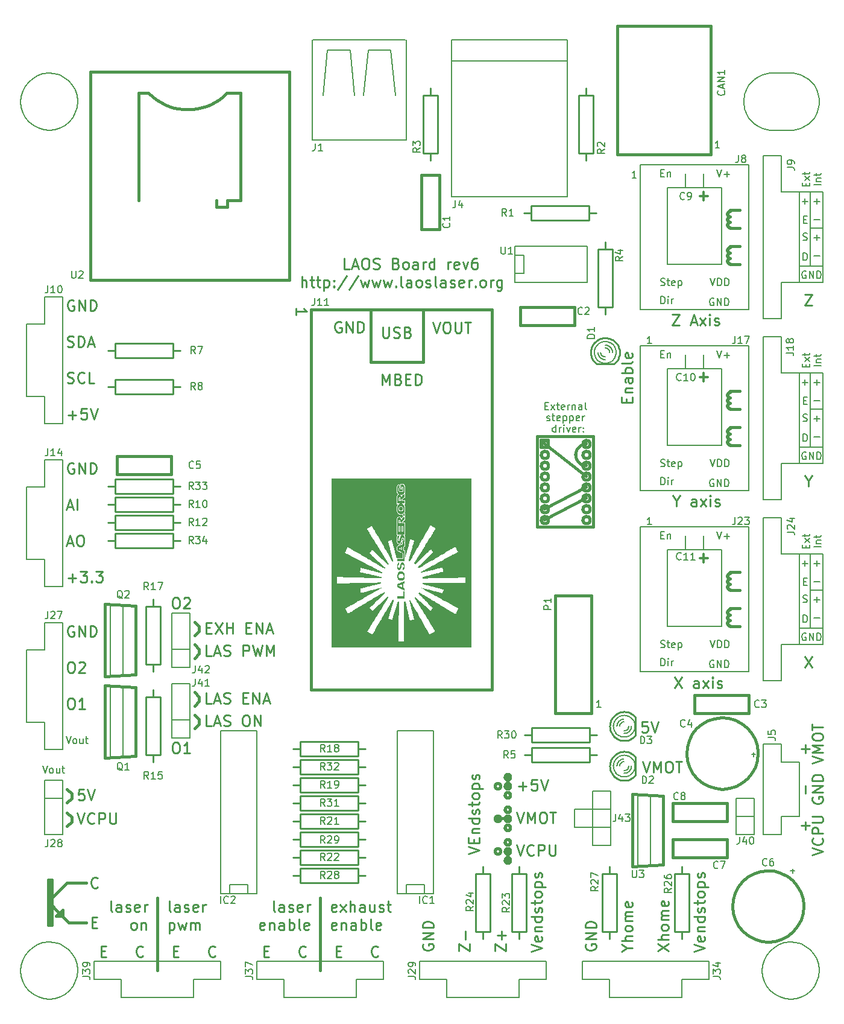
<source format=gto>
G04 (created by PCBNEW-RS274X (2012-01-19 BZR 3256)-stable) date Sun 31 Aug 2014 14:00:24 CEST*
G01*
G70*
G90*
%MOIN*%
G04 Gerber Fmt 3.4, Leading zero omitted, Abs format*
%FSLAX34Y34*%
G04 APERTURE LIST*
%ADD10C,0.006000*%
%ADD11C,0.015000*%
%ADD12C,0.010000*%
%ADD13C,0.007500*%
%ADD14C,0.007000*%
%ADD15C,0.005000*%
%ADD16C,0.008000*%
%ADD17C,0.000100*%
%ADD18C,0.012000*%
G04 APERTURE END LIST*
G54D10*
G54D11*
X39350Y-57400D02*
X39350Y-57900D01*
X39350Y-53300D02*
X39350Y-53800D01*
X38800Y-55600D02*
X39350Y-55600D01*
G54D12*
X39857Y-57043D02*
X40057Y-57643D01*
X40257Y-57043D01*
X40800Y-57586D02*
X40771Y-57614D01*
X40685Y-57643D01*
X40628Y-57643D01*
X40543Y-57614D01*
X40485Y-57557D01*
X40457Y-57500D01*
X40428Y-57386D01*
X40428Y-57300D01*
X40457Y-57186D01*
X40485Y-57129D01*
X40543Y-57071D01*
X40628Y-57043D01*
X40685Y-57043D01*
X40771Y-57071D01*
X40800Y-57100D01*
X41057Y-57643D02*
X41057Y-57043D01*
X41285Y-57043D01*
X41343Y-57071D01*
X41371Y-57100D01*
X41400Y-57157D01*
X41400Y-57243D01*
X41371Y-57300D01*
X41343Y-57329D01*
X41285Y-57357D01*
X41057Y-57357D01*
X41657Y-57043D02*
X41657Y-57529D01*
X41685Y-57586D01*
X41714Y-57614D01*
X41771Y-57643D01*
X41885Y-57643D01*
X41943Y-57614D01*
X41971Y-57586D01*
X42000Y-57529D01*
X42000Y-57043D01*
G54D11*
X39500Y-56900D02*
X39497Y-56929D01*
X39488Y-56957D01*
X39474Y-56983D01*
X39456Y-57005D01*
X39433Y-57024D01*
X39408Y-57038D01*
X39380Y-57046D01*
X39351Y-57049D01*
X39322Y-57047D01*
X39294Y-57039D01*
X39268Y-57025D01*
X39246Y-57007D01*
X39227Y-56984D01*
X39213Y-56959D01*
X39204Y-56931D01*
X39201Y-56902D01*
X39203Y-56873D01*
X39211Y-56845D01*
X39224Y-56819D01*
X39243Y-56796D01*
X39265Y-56777D01*
X39290Y-56763D01*
X39318Y-56754D01*
X39347Y-56751D01*
X39376Y-56753D01*
X39404Y-56761D01*
X39430Y-56774D01*
X39453Y-56792D01*
X39472Y-56814D01*
X39487Y-56839D01*
X39496Y-56867D01*
X39499Y-56896D01*
X39500Y-56900D01*
X39500Y-57400D02*
X39497Y-57429D01*
X39488Y-57457D01*
X39474Y-57483D01*
X39456Y-57505D01*
X39433Y-57524D01*
X39408Y-57538D01*
X39380Y-57546D01*
X39351Y-57549D01*
X39322Y-57547D01*
X39294Y-57539D01*
X39268Y-57525D01*
X39246Y-57507D01*
X39227Y-57484D01*
X39213Y-57459D01*
X39204Y-57431D01*
X39201Y-57402D01*
X39203Y-57373D01*
X39211Y-57345D01*
X39224Y-57319D01*
X39243Y-57296D01*
X39265Y-57277D01*
X39290Y-57263D01*
X39318Y-57254D01*
X39347Y-57251D01*
X39376Y-57253D01*
X39404Y-57261D01*
X39430Y-57274D01*
X39453Y-57292D01*
X39472Y-57314D01*
X39487Y-57339D01*
X39496Y-57367D01*
X39499Y-57396D01*
X39500Y-57400D01*
X39500Y-57900D02*
X39497Y-57929D01*
X39488Y-57957D01*
X39474Y-57983D01*
X39456Y-58005D01*
X39433Y-58024D01*
X39408Y-58038D01*
X39380Y-58046D01*
X39351Y-58049D01*
X39322Y-58047D01*
X39294Y-58039D01*
X39268Y-58025D01*
X39246Y-58007D01*
X39227Y-57984D01*
X39213Y-57959D01*
X39204Y-57931D01*
X39201Y-57902D01*
X39203Y-57873D01*
X39211Y-57845D01*
X39224Y-57819D01*
X39243Y-57796D01*
X39265Y-57777D01*
X39290Y-57763D01*
X39318Y-57754D01*
X39347Y-57751D01*
X39376Y-57753D01*
X39404Y-57761D01*
X39430Y-57774D01*
X39453Y-57792D01*
X39472Y-57814D01*
X39487Y-57839D01*
X39496Y-57867D01*
X39499Y-57896D01*
X39500Y-57900D01*
X38950Y-57400D02*
X38947Y-57429D01*
X38938Y-57457D01*
X38924Y-57483D01*
X38906Y-57505D01*
X38883Y-57524D01*
X38858Y-57538D01*
X38830Y-57546D01*
X38801Y-57549D01*
X38772Y-57547D01*
X38744Y-57539D01*
X38718Y-57525D01*
X38696Y-57507D01*
X38677Y-57484D01*
X38663Y-57459D01*
X38654Y-57431D01*
X38651Y-57402D01*
X38653Y-57373D01*
X38661Y-57345D01*
X38674Y-57319D01*
X38693Y-57296D01*
X38715Y-57277D01*
X38740Y-57263D01*
X38768Y-57254D01*
X38797Y-57251D01*
X38826Y-57253D01*
X38854Y-57261D01*
X38880Y-57274D01*
X38903Y-57292D01*
X38922Y-57314D01*
X38937Y-57339D01*
X38946Y-57367D01*
X38949Y-57396D01*
X38950Y-57400D01*
X38950Y-55600D02*
X38947Y-55629D01*
X38938Y-55657D01*
X38924Y-55683D01*
X38906Y-55705D01*
X38883Y-55724D01*
X38858Y-55738D01*
X38830Y-55746D01*
X38801Y-55749D01*
X38772Y-55747D01*
X38744Y-55739D01*
X38718Y-55725D01*
X38696Y-55707D01*
X38677Y-55684D01*
X38663Y-55659D01*
X38654Y-55631D01*
X38651Y-55602D01*
X38653Y-55573D01*
X38661Y-55545D01*
X38674Y-55519D01*
X38693Y-55496D01*
X38715Y-55477D01*
X38740Y-55463D01*
X38768Y-55454D01*
X38797Y-55451D01*
X38826Y-55453D01*
X38854Y-55461D01*
X38880Y-55474D01*
X38903Y-55492D01*
X38922Y-55514D01*
X38937Y-55539D01*
X38946Y-55567D01*
X38949Y-55596D01*
X38950Y-55600D01*
X39500Y-56100D02*
X39497Y-56129D01*
X39488Y-56157D01*
X39474Y-56183D01*
X39456Y-56205D01*
X39433Y-56224D01*
X39408Y-56238D01*
X39380Y-56246D01*
X39351Y-56249D01*
X39322Y-56247D01*
X39294Y-56239D01*
X39268Y-56225D01*
X39246Y-56207D01*
X39227Y-56184D01*
X39213Y-56159D01*
X39204Y-56131D01*
X39201Y-56102D01*
X39203Y-56073D01*
X39211Y-56045D01*
X39224Y-56019D01*
X39243Y-55996D01*
X39265Y-55977D01*
X39290Y-55963D01*
X39318Y-55954D01*
X39347Y-55951D01*
X39376Y-55953D01*
X39404Y-55961D01*
X39430Y-55974D01*
X39453Y-55992D01*
X39472Y-56014D01*
X39487Y-56039D01*
X39496Y-56067D01*
X39499Y-56096D01*
X39500Y-56100D01*
X39500Y-55600D02*
X39497Y-55629D01*
X39488Y-55657D01*
X39474Y-55683D01*
X39456Y-55705D01*
X39433Y-55724D01*
X39408Y-55738D01*
X39380Y-55746D01*
X39351Y-55749D01*
X39322Y-55747D01*
X39294Y-55739D01*
X39268Y-55725D01*
X39246Y-55707D01*
X39227Y-55684D01*
X39213Y-55659D01*
X39204Y-55631D01*
X39201Y-55602D01*
X39203Y-55573D01*
X39211Y-55545D01*
X39224Y-55519D01*
X39243Y-55496D01*
X39265Y-55477D01*
X39290Y-55463D01*
X39318Y-55454D01*
X39347Y-55451D01*
X39376Y-55453D01*
X39404Y-55461D01*
X39430Y-55474D01*
X39453Y-55492D01*
X39472Y-55514D01*
X39487Y-55539D01*
X39496Y-55567D01*
X39499Y-55596D01*
X39500Y-55600D01*
X39500Y-55100D02*
X39497Y-55129D01*
X39488Y-55157D01*
X39474Y-55183D01*
X39456Y-55205D01*
X39433Y-55224D01*
X39408Y-55238D01*
X39380Y-55246D01*
X39351Y-55249D01*
X39322Y-55247D01*
X39294Y-55239D01*
X39268Y-55225D01*
X39246Y-55207D01*
X39227Y-55184D01*
X39213Y-55159D01*
X39204Y-55131D01*
X39201Y-55102D01*
X39203Y-55073D01*
X39211Y-55045D01*
X39224Y-55019D01*
X39243Y-54996D01*
X39265Y-54977D01*
X39290Y-54963D01*
X39318Y-54954D01*
X39347Y-54951D01*
X39376Y-54953D01*
X39404Y-54961D01*
X39430Y-54974D01*
X39453Y-54992D01*
X39472Y-55014D01*
X39487Y-55039D01*
X39496Y-55067D01*
X39499Y-55096D01*
X39500Y-55100D01*
G54D12*
X39857Y-55243D02*
X40057Y-55843D01*
X40257Y-55243D01*
X40457Y-55843D02*
X40457Y-55243D01*
X40657Y-55671D01*
X40857Y-55243D01*
X40857Y-55843D01*
X41257Y-55243D02*
X41371Y-55243D01*
X41429Y-55271D01*
X41486Y-55329D01*
X41514Y-55443D01*
X41514Y-55643D01*
X41486Y-55757D01*
X41429Y-55814D01*
X41371Y-55843D01*
X41257Y-55843D01*
X41200Y-55814D01*
X41143Y-55757D01*
X41114Y-55643D01*
X41114Y-55443D01*
X41143Y-55329D01*
X41200Y-55271D01*
X41257Y-55243D01*
X41686Y-55243D02*
X42029Y-55243D01*
X41858Y-55843D02*
X41858Y-55243D01*
X39943Y-53814D02*
X40400Y-53814D01*
X40171Y-54043D02*
X40171Y-53586D01*
X40972Y-53443D02*
X40686Y-53443D01*
X40657Y-53729D01*
X40686Y-53700D01*
X40743Y-53671D01*
X40886Y-53671D01*
X40943Y-53700D01*
X40972Y-53729D01*
X41000Y-53786D01*
X41000Y-53929D01*
X40972Y-53986D01*
X40943Y-54014D01*
X40886Y-54043D01*
X40743Y-54043D01*
X40686Y-54014D01*
X40657Y-53986D01*
X41171Y-53443D02*
X41371Y-54043D01*
X41571Y-53443D01*
G54D11*
X39500Y-53300D02*
X39497Y-53329D01*
X39488Y-53357D01*
X39474Y-53383D01*
X39456Y-53405D01*
X39433Y-53424D01*
X39408Y-53438D01*
X39380Y-53446D01*
X39351Y-53449D01*
X39322Y-53447D01*
X39294Y-53439D01*
X39268Y-53425D01*
X39246Y-53407D01*
X39227Y-53384D01*
X39213Y-53359D01*
X39204Y-53331D01*
X39201Y-53302D01*
X39203Y-53273D01*
X39211Y-53245D01*
X39224Y-53219D01*
X39243Y-53196D01*
X39265Y-53177D01*
X39290Y-53163D01*
X39318Y-53154D01*
X39347Y-53151D01*
X39376Y-53153D01*
X39404Y-53161D01*
X39430Y-53174D01*
X39453Y-53192D01*
X39472Y-53214D01*
X39487Y-53239D01*
X39496Y-53267D01*
X39499Y-53296D01*
X39500Y-53300D01*
X39500Y-53800D02*
X39497Y-53829D01*
X39488Y-53857D01*
X39474Y-53883D01*
X39456Y-53905D01*
X39433Y-53924D01*
X39408Y-53938D01*
X39380Y-53946D01*
X39351Y-53949D01*
X39322Y-53947D01*
X39294Y-53939D01*
X39268Y-53925D01*
X39246Y-53907D01*
X39227Y-53884D01*
X39213Y-53859D01*
X39204Y-53831D01*
X39201Y-53802D01*
X39203Y-53773D01*
X39211Y-53745D01*
X39224Y-53719D01*
X39243Y-53696D01*
X39265Y-53677D01*
X39290Y-53663D01*
X39318Y-53654D01*
X39347Y-53651D01*
X39376Y-53653D01*
X39404Y-53661D01*
X39430Y-53674D01*
X39453Y-53692D01*
X39472Y-53714D01*
X39487Y-53739D01*
X39496Y-53767D01*
X39499Y-53796D01*
X39500Y-53800D01*
X39500Y-54300D02*
X39497Y-54329D01*
X39488Y-54357D01*
X39474Y-54383D01*
X39456Y-54405D01*
X39433Y-54424D01*
X39408Y-54438D01*
X39380Y-54446D01*
X39351Y-54449D01*
X39322Y-54447D01*
X39294Y-54439D01*
X39268Y-54425D01*
X39246Y-54407D01*
X39227Y-54384D01*
X39213Y-54359D01*
X39204Y-54331D01*
X39201Y-54302D01*
X39203Y-54273D01*
X39211Y-54245D01*
X39224Y-54219D01*
X39243Y-54196D01*
X39265Y-54177D01*
X39290Y-54163D01*
X39318Y-54154D01*
X39347Y-54151D01*
X39376Y-54153D01*
X39404Y-54161D01*
X39430Y-54174D01*
X39453Y-54192D01*
X39472Y-54214D01*
X39487Y-54239D01*
X39496Y-54267D01*
X39499Y-54296D01*
X39500Y-54300D01*
X38950Y-53800D02*
X38947Y-53829D01*
X38938Y-53857D01*
X38924Y-53883D01*
X38906Y-53905D01*
X38883Y-53924D01*
X38858Y-53938D01*
X38830Y-53946D01*
X38801Y-53949D01*
X38772Y-53947D01*
X38744Y-53939D01*
X38718Y-53925D01*
X38696Y-53907D01*
X38677Y-53884D01*
X38663Y-53859D01*
X38654Y-53831D01*
X38651Y-53802D01*
X38653Y-53773D01*
X38661Y-53745D01*
X38674Y-53719D01*
X38693Y-53696D01*
X38715Y-53677D01*
X38740Y-53663D01*
X38768Y-53654D01*
X38797Y-53651D01*
X38826Y-53653D01*
X38854Y-53661D01*
X38880Y-53674D01*
X38903Y-53692D01*
X38922Y-53714D01*
X38937Y-53739D01*
X38946Y-53767D01*
X38949Y-53796D01*
X38950Y-53800D01*
G54D10*
X13640Y-52687D02*
X13773Y-53087D01*
X13907Y-52687D01*
X14097Y-53087D02*
X14059Y-53068D01*
X14040Y-53049D01*
X14021Y-53011D01*
X14021Y-52896D01*
X14040Y-52858D01*
X14059Y-52839D01*
X14097Y-52820D01*
X14155Y-52820D01*
X14193Y-52839D01*
X14212Y-52858D01*
X14231Y-52896D01*
X14231Y-53011D01*
X14212Y-53049D01*
X14193Y-53068D01*
X14155Y-53087D01*
X14097Y-53087D01*
X14574Y-52820D02*
X14574Y-53087D01*
X14402Y-52820D02*
X14402Y-53030D01*
X14421Y-53068D01*
X14459Y-53087D01*
X14517Y-53087D01*
X14555Y-53068D01*
X14574Y-53049D01*
X14707Y-52820D02*
X14859Y-52820D01*
X14764Y-52687D02*
X14764Y-53030D01*
X14783Y-53068D01*
X14821Y-53087D01*
X14859Y-53087D01*
X14938Y-51062D02*
X15071Y-51462D01*
X15205Y-51062D01*
X15395Y-51462D02*
X15357Y-51443D01*
X15338Y-51424D01*
X15319Y-51386D01*
X15319Y-51271D01*
X15338Y-51233D01*
X15357Y-51214D01*
X15395Y-51195D01*
X15453Y-51195D01*
X15491Y-51214D01*
X15510Y-51233D01*
X15529Y-51271D01*
X15529Y-51386D01*
X15510Y-51424D01*
X15491Y-51443D01*
X15453Y-51462D01*
X15395Y-51462D01*
X15872Y-51195D02*
X15872Y-51462D01*
X15700Y-51195D02*
X15700Y-51405D01*
X15719Y-51443D01*
X15757Y-51462D01*
X15815Y-51462D01*
X15853Y-51443D01*
X15872Y-51424D01*
X16005Y-51195D02*
X16157Y-51195D01*
X16062Y-51062D02*
X16062Y-51405D01*
X16081Y-51443D01*
X16119Y-51462D01*
X16157Y-51462D01*
G54D11*
X15000Y-55275D02*
X15250Y-55525D01*
X15250Y-55525D02*
X15250Y-55775D01*
X15250Y-55775D02*
X15000Y-56025D01*
X15250Y-54475D02*
X15000Y-54725D01*
X15250Y-54225D02*
X15250Y-54475D01*
X15000Y-53975D02*
X15250Y-54225D01*
G54D12*
X49643Y-62943D02*
X50243Y-62743D01*
X49643Y-62543D01*
X50214Y-62115D02*
X50243Y-62172D01*
X50243Y-62286D01*
X50214Y-62343D01*
X50157Y-62372D01*
X49929Y-62372D01*
X49871Y-62343D01*
X49843Y-62286D01*
X49843Y-62172D01*
X49871Y-62115D01*
X49929Y-62086D01*
X49986Y-62086D01*
X50043Y-62372D01*
X49843Y-61829D02*
X50243Y-61829D01*
X49900Y-61829D02*
X49871Y-61801D01*
X49843Y-61743D01*
X49843Y-61658D01*
X49871Y-61601D01*
X49929Y-61572D01*
X50243Y-61572D01*
X50243Y-61029D02*
X49643Y-61029D01*
X50214Y-61029D02*
X50243Y-61086D01*
X50243Y-61200D01*
X50214Y-61258D01*
X50186Y-61286D01*
X50129Y-61315D01*
X49957Y-61315D01*
X49900Y-61286D01*
X49871Y-61258D01*
X49843Y-61200D01*
X49843Y-61086D01*
X49871Y-61029D01*
X50214Y-60772D02*
X50243Y-60715D01*
X50243Y-60600D01*
X50214Y-60543D01*
X50157Y-60515D01*
X50129Y-60515D01*
X50071Y-60543D01*
X50043Y-60600D01*
X50043Y-60686D01*
X50014Y-60743D01*
X49957Y-60772D01*
X49929Y-60772D01*
X49871Y-60743D01*
X49843Y-60686D01*
X49843Y-60600D01*
X49871Y-60543D01*
X49843Y-60343D02*
X49843Y-60114D01*
X49643Y-60257D02*
X50157Y-60257D01*
X50214Y-60229D01*
X50243Y-60171D01*
X50243Y-60114D01*
X50243Y-59828D02*
X50214Y-59886D01*
X50186Y-59914D01*
X50129Y-59943D01*
X49957Y-59943D01*
X49900Y-59914D01*
X49871Y-59886D01*
X49843Y-59828D01*
X49843Y-59743D01*
X49871Y-59686D01*
X49900Y-59657D01*
X49957Y-59628D01*
X50129Y-59628D01*
X50186Y-59657D01*
X50214Y-59686D01*
X50243Y-59743D01*
X50243Y-59828D01*
X49843Y-59371D02*
X50443Y-59371D01*
X49871Y-59371D02*
X49843Y-59314D01*
X49843Y-59200D01*
X49871Y-59143D01*
X49900Y-59114D01*
X49957Y-59085D01*
X50129Y-59085D01*
X50186Y-59114D01*
X50214Y-59143D01*
X50243Y-59200D01*
X50243Y-59314D01*
X50214Y-59371D01*
X50214Y-58857D02*
X50243Y-58800D01*
X50243Y-58685D01*
X50214Y-58628D01*
X50157Y-58600D01*
X50129Y-58600D01*
X50071Y-58628D01*
X50043Y-58685D01*
X50043Y-58771D01*
X50014Y-58828D01*
X49957Y-58857D01*
X49929Y-58857D01*
X49871Y-58828D01*
X49843Y-58771D01*
X49843Y-58685D01*
X49871Y-58628D01*
X45957Y-62743D02*
X46243Y-62743D01*
X45643Y-62943D02*
X45957Y-62743D01*
X45643Y-62543D01*
X46243Y-62343D02*
X45643Y-62343D01*
X46243Y-62086D02*
X45929Y-62086D01*
X45871Y-62115D01*
X45843Y-62172D01*
X45843Y-62257D01*
X45871Y-62315D01*
X45900Y-62343D01*
X46243Y-61714D02*
X46214Y-61772D01*
X46186Y-61800D01*
X46129Y-61829D01*
X45957Y-61829D01*
X45900Y-61800D01*
X45871Y-61772D01*
X45843Y-61714D01*
X45843Y-61629D01*
X45871Y-61572D01*
X45900Y-61543D01*
X45957Y-61514D01*
X46129Y-61514D01*
X46186Y-61543D01*
X46214Y-61572D01*
X46243Y-61629D01*
X46243Y-61714D01*
X46243Y-61257D02*
X45843Y-61257D01*
X45900Y-61257D02*
X45871Y-61229D01*
X45843Y-61171D01*
X45843Y-61086D01*
X45871Y-61029D01*
X45929Y-61000D01*
X46243Y-61000D01*
X45929Y-61000D02*
X45871Y-60971D01*
X45843Y-60914D01*
X45843Y-60829D01*
X45871Y-60771D01*
X45929Y-60743D01*
X46243Y-60743D01*
X46214Y-60229D02*
X46243Y-60286D01*
X46243Y-60400D01*
X46214Y-60457D01*
X46157Y-60486D01*
X45929Y-60486D01*
X45871Y-60457D01*
X45843Y-60400D01*
X45843Y-60286D01*
X45871Y-60229D01*
X45929Y-60200D01*
X45986Y-60200D01*
X46043Y-60486D01*
X47643Y-62914D02*
X48243Y-62514D01*
X47643Y-62514D02*
X48243Y-62914D01*
X48243Y-62286D02*
X47643Y-62286D01*
X48243Y-62029D02*
X47929Y-62029D01*
X47871Y-62058D01*
X47843Y-62115D01*
X47843Y-62200D01*
X47871Y-62258D01*
X47900Y-62286D01*
X48243Y-61657D02*
X48214Y-61715D01*
X48186Y-61743D01*
X48129Y-61772D01*
X47957Y-61772D01*
X47900Y-61743D01*
X47871Y-61715D01*
X47843Y-61657D01*
X47843Y-61572D01*
X47871Y-61515D01*
X47900Y-61486D01*
X47957Y-61457D01*
X48129Y-61457D01*
X48186Y-61486D01*
X48214Y-61515D01*
X48243Y-61572D01*
X48243Y-61657D01*
X48243Y-61200D02*
X47843Y-61200D01*
X47900Y-61200D02*
X47871Y-61172D01*
X47843Y-61114D01*
X47843Y-61029D01*
X47871Y-60972D01*
X47929Y-60943D01*
X48243Y-60943D01*
X47929Y-60943D02*
X47871Y-60914D01*
X47843Y-60857D01*
X47843Y-60772D01*
X47871Y-60714D01*
X47929Y-60686D01*
X48243Y-60686D01*
X48214Y-60172D02*
X48243Y-60229D01*
X48243Y-60343D01*
X48214Y-60400D01*
X48157Y-60429D01*
X47929Y-60429D01*
X47871Y-60400D01*
X47843Y-60343D01*
X47843Y-60229D01*
X47871Y-60172D01*
X47929Y-60143D01*
X47986Y-60143D01*
X48043Y-60429D01*
X43671Y-62543D02*
X43643Y-62600D01*
X43643Y-62686D01*
X43671Y-62771D01*
X43729Y-62829D01*
X43786Y-62857D01*
X43900Y-62886D01*
X43986Y-62886D01*
X44100Y-62857D01*
X44157Y-62829D01*
X44214Y-62771D01*
X44243Y-62686D01*
X44243Y-62629D01*
X44214Y-62543D01*
X44186Y-62514D01*
X43986Y-62514D01*
X43986Y-62629D01*
X44243Y-62257D02*
X43643Y-62257D01*
X44243Y-61914D01*
X43643Y-61914D01*
X44243Y-61628D02*
X43643Y-61628D01*
X43643Y-61485D01*
X43671Y-61400D01*
X43729Y-61342D01*
X43786Y-61314D01*
X43900Y-61285D01*
X43986Y-61285D01*
X44100Y-61314D01*
X44157Y-61342D01*
X44214Y-61400D01*
X44243Y-61485D01*
X44243Y-61628D01*
X34671Y-62543D02*
X34643Y-62600D01*
X34643Y-62686D01*
X34671Y-62771D01*
X34729Y-62829D01*
X34786Y-62857D01*
X34900Y-62886D01*
X34986Y-62886D01*
X35100Y-62857D01*
X35157Y-62829D01*
X35214Y-62771D01*
X35243Y-62686D01*
X35243Y-62629D01*
X35214Y-62543D01*
X35186Y-62514D01*
X34986Y-62514D01*
X34986Y-62629D01*
X35243Y-62257D02*
X34643Y-62257D01*
X35243Y-61914D01*
X34643Y-61914D01*
X35243Y-61628D02*
X34643Y-61628D01*
X34643Y-61485D01*
X34671Y-61400D01*
X34729Y-61342D01*
X34786Y-61314D01*
X34900Y-61285D01*
X34986Y-61285D01*
X35100Y-61314D01*
X35157Y-61342D01*
X35214Y-61400D01*
X35243Y-61485D01*
X35243Y-61628D01*
X38643Y-62914D02*
X38643Y-62514D01*
X39243Y-62914D01*
X39243Y-62514D01*
X39014Y-62286D02*
X39014Y-61829D01*
X39243Y-62058D02*
X38786Y-62058D01*
X36643Y-62914D02*
X36643Y-62514D01*
X37243Y-62914D01*
X37243Y-62514D01*
X37014Y-62286D02*
X37014Y-61829D01*
X40643Y-62943D02*
X41243Y-62743D01*
X40643Y-62543D01*
X41214Y-62115D02*
X41243Y-62172D01*
X41243Y-62286D01*
X41214Y-62343D01*
X41157Y-62372D01*
X40929Y-62372D01*
X40871Y-62343D01*
X40843Y-62286D01*
X40843Y-62172D01*
X40871Y-62115D01*
X40929Y-62086D01*
X40986Y-62086D01*
X41043Y-62372D01*
X40843Y-61829D02*
X41243Y-61829D01*
X40900Y-61829D02*
X40871Y-61801D01*
X40843Y-61743D01*
X40843Y-61658D01*
X40871Y-61601D01*
X40929Y-61572D01*
X41243Y-61572D01*
X41243Y-61029D02*
X40643Y-61029D01*
X41214Y-61029D02*
X41243Y-61086D01*
X41243Y-61200D01*
X41214Y-61258D01*
X41186Y-61286D01*
X41129Y-61315D01*
X40957Y-61315D01*
X40900Y-61286D01*
X40871Y-61258D01*
X40843Y-61200D01*
X40843Y-61086D01*
X40871Y-61029D01*
X41214Y-60772D02*
X41243Y-60715D01*
X41243Y-60600D01*
X41214Y-60543D01*
X41157Y-60515D01*
X41129Y-60515D01*
X41071Y-60543D01*
X41043Y-60600D01*
X41043Y-60686D01*
X41014Y-60743D01*
X40957Y-60772D01*
X40929Y-60772D01*
X40871Y-60743D01*
X40843Y-60686D01*
X40843Y-60600D01*
X40871Y-60543D01*
X40843Y-60343D02*
X40843Y-60114D01*
X40643Y-60257D02*
X41157Y-60257D01*
X41214Y-60229D01*
X41243Y-60171D01*
X41243Y-60114D01*
X41243Y-59828D02*
X41214Y-59886D01*
X41186Y-59914D01*
X41129Y-59943D01*
X40957Y-59943D01*
X40900Y-59914D01*
X40871Y-59886D01*
X40843Y-59828D01*
X40843Y-59743D01*
X40871Y-59686D01*
X40900Y-59657D01*
X40957Y-59628D01*
X41129Y-59628D01*
X41186Y-59657D01*
X41214Y-59686D01*
X41243Y-59743D01*
X41243Y-59828D01*
X40843Y-59371D02*
X41443Y-59371D01*
X40871Y-59371D02*
X40843Y-59314D01*
X40843Y-59200D01*
X40871Y-59143D01*
X40900Y-59114D01*
X40957Y-59085D01*
X41129Y-59085D01*
X41186Y-59114D01*
X41214Y-59143D01*
X41243Y-59200D01*
X41243Y-59314D01*
X41214Y-59371D01*
X41214Y-58857D02*
X41243Y-58800D01*
X41243Y-58685D01*
X41214Y-58628D01*
X41157Y-58600D01*
X41129Y-58600D01*
X41071Y-58628D01*
X41043Y-58685D01*
X41043Y-58771D01*
X41014Y-58828D01*
X40957Y-58857D01*
X40929Y-58857D01*
X40871Y-58828D01*
X40843Y-58771D01*
X40843Y-58685D01*
X40871Y-58628D01*
X28186Y-63186D02*
X28157Y-63214D01*
X28071Y-63243D01*
X28014Y-63243D01*
X27929Y-63214D01*
X27871Y-63157D01*
X27843Y-63100D01*
X27814Y-62986D01*
X27814Y-62900D01*
X27843Y-62786D01*
X27871Y-62729D01*
X27929Y-62671D01*
X28014Y-62643D01*
X28071Y-62643D01*
X28157Y-62671D01*
X28186Y-62700D01*
X29872Y-62929D02*
X30072Y-62929D01*
X30158Y-63243D02*
X29872Y-63243D01*
X29872Y-62643D01*
X30158Y-62643D01*
X32186Y-63186D02*
X32157Y-63214D01*
X32071Y-63243D01*
X32014Y-63243D01*
X31929Y-63214D01*
X31871Y-63157D01*
X31843Y-63100D01*
X31814Y-62986D01*
X31814Y-62900D01*
X31843Y-62786D01*
X31871Y-62729D01*
X31929Y-62671D01*
X32014Y-62643D01*
X32071Y-62643D01*
X32157Y-62671D01*
X32186Y-62700D01*
X25872Y-62929D02*
X26072Y-62929D01*
X26158Y-63243D02*
X25872Y-63243D01*
X25872Y-62643D01*
X26158Y-62643D01*
X16686Y-59386D02*
X16657Y-59414D01*
X16571Y-59443D01*
X16514Y-59443D01*
X16429Y-59414D01*
X16371Y-59357D01*
X16343Y-59300D01*
X16314Y-59186D01*
X16314Y-59100D01*
X16343Y-58986D01*
X16371Y-58929D01*
X16429Y-58871D01*
X16514Y-58843D01*
X16571Y-58843D01*
X16657Y-58871D01*
X16686Y-58900D01*
X16372Y-61329D02*
X16572Y-61329D01*
X16658Y-61643D02*
X16372Y-61643D01*
X16372Y-61043D01*
X16658Y-61043D01*
G54D11*
X13950Y-59000D02*
X14150Y-59000D01*
X13950Y-61500D02*
X13950Y-59000D01*
X13950Y-61500D02*
X14150Y-61500D01*
X14050Y-59000D02*
X13950Y-59000D01*
X14050Y-61500D02*
X14050Y-59000D01*
X14150Y-61500D02*
X14050Y-61500D01*
X14150Y-59000D02*
X14150Y-61500D01*
X15000Y-59150D02*
X16050Y-59150D01*
X14150Y-60000D02*
X15000Y-59150D01*
X14400Y-60650D02*
X14150Y-60400D01*
X15100Y-61350D02*
X16050Y-61350D01*
X14400Y-60650D02*
X15100Y-61350D01*
X14400Y-61000D02*
X14750Y-60650D01*
X14750Y-61000D02*
X14400Y-61000D01*
X14750Y-60650D02*
X14750Y-61000D01*
G54D10*
X51065Y-18562D02*
X50836Y-18562D01*
X50950Y-18562D02*
X50950Y-18162D01*
X50912Y-18219D01*
X50874Y-18257D01*
X50836Y-18276D01*
X46465Y-20212D02*
X46236Y-20212D01*
X46350Y-20212D02*
X46350Y-19812D01*
X46312Y-19869D01*
X46274Y-19907D01*
X46236Y-19926D01*
X47315Y-29362D02*
X47086Y-29362D01*
X47200Y-29362D02*
X47200Y-28962D01*
X47162Y-29019D01*
X47124Y-29057D01*
X47086Y-29076D01*
X47315Y-39362D02*
X47086Y-39362D01*
X47200Y-39362D02*
X47200Y-38962D01*
X47162Y-39019D01*
X47124Y-39057D01*
X47086Y-39076D01*
X44515Y-49462D02*
X44286Y-49462D01*
X44400Y-49462D02*
X44400Y-49062D01*
X44362Y-49119D01*
X44324Y-49157D01*
X44286Y-49176D01*
G54D12*
X15357Y-26971D02*
X15300Y-26943D01*
X15214Y-26943D01*
X15129Y-26971D01*
X15071Y-27029D01*
X15043Y-27086D01*
X15014Y-27200D01*
X15014Y-27286D01*
X15043Y-27400D01*
X15071Y-27457D01*
X15129Y-27514D01*
X15214Y-27543D01*
X15271Y-27543D01*
X15357Y-27514D01*
X15386Y-27486D01*
X15386Y-27286D01*
X15271Y-27286D01*
X15643Y-27543D02*
X15643Y-26943D01*
X15986Y-27543D01*
X15986Y-26943D01*
X16272Y-27543D02*
X16272Y-26943D01*
X16415Y-26943D01*
X16500Y-26971D01*
X16558Y-27029D01*
X16586Y-27086D01*
X16615Y-27200D01*
X16615Y-27286D01*
X16586Y-27400D01*
X16558Y-27457D01*
X16500Y-27514D01*
X16415Y-27543D01*
X16272Y-27543D01*
G54D10*
X56298Y-23510D02*
X56603Y-23510D01*
X56451Y-23662D02*
X56451Y-23357D01*
X56298Y-24510D02*
X56603Y-24510D01*
X56100Y-23000D02*
X56800Y-23000D01*
X56298Y-22510D02*
X56603Y-22510D01*
X55500Y-25100D02*
X56800Y-25100D01*
X56800Y-26000D02*
X55500Y-26000D01*
X56800Y-25100D02*
X56800Y-26000D01*
X56800Y-21000D02*
X56100Y-21000D01*
X55852Y-20662D02*
X55852Y-20528D01*
X56062Y-20471D02*
X56062Y-20662D01*
X55662Y-20662D01*
X55662Y-20471D01*
X56062Y-20338D02*
X55795Y-20128D01*
X55795Y-20338D02*
X56062Y-20128D01*
X55795Y-20033D02*
X55795Y-19881D01*
X55662Y-19976D02*
X56005Y-19976D01*
X56043Y-19957D01*
X56062Y-19919D01*
X56062Y-19881D01*
X56682Y-20595D02*
X56282Y-20595D01*
X56415Y-20405D02*
X56682Y-20405D01*
X56453Y-20405D02*
X56434Y-20386D01*
X56415Y-20348D01*
X56415Y-20290D01*
X56434Y-20252D01*
X56472Y-20233D01*
X56682Y-20233D01*
X56415Y-20100D02*
X56415Y-19948D01*
X56282Y-20043D02*
X56625Y-20043D01*
X56663Y-20024D01*
X56682Y-19986D01*
X56682Y-19948D01*
X55648Y-21510D02*
X55953Y-21510D01*
X55801Y-21662D02*
X55801Y-21357D01*
X55714Y-22502D02*
X55848Y-22502D01*
X55905Y-22712D02*
X55714Y-22712D01*
X55714Y-22312D01*
X55905Y-22312D01*
X56800Y-21000D02*
X56800Y-22100D01*
X56100Y-21000D02*
X55500Y-21000D01*
X56100Y-22100D02*
X56100Y-21000D01*
X56298Y-21510D02*
X56603Y-21510D01*
X56451Y-21662D02*
X56451Y-21357D01*
X56800Y-22100D02*
X56800Y-25100D01*
X56100Y-22100D02*
X56100Y-25100D01*
X55686Y-23643D02*
X55743Y-23662D01*
X55839Y-23662D01*
X55877Y-23643D01*
X55896Y-23624D01*
X55915Y-23586D01*
X55915Y-23548D01*
X55896Y-23510D01*
X55877Y-23490D01*
X55839Y-23471D01*
X55762Y-23452D01*
X55724Y-23433D01*
X55705Y-23414D01*
X55686Y-23376D01*
X55686Y-23338D01*
X55705Y-23300D01*
X55724Y-23281D01*
X55762Y-23262D01*
X55858Y-23262D01*
X55915Y-23281D01*
X55695Y-24762D02*
X55695Y-24362D01*
X55790Y-24362D01*
X55848Y-24381D01*
X55886Y-24419D01*
X55905Y-24457D01*
X55924Y-24533D01*
X55924Y-24590D01*
X55905Y-24667D01*
X55886Y-24705D01*
X55848Y-24743D01*
X55790Y-24762D01*
X55695Y-24762D01*
X55846Y-25381D02*
X55808Y-25362D01*
X55751Y-25362D01*
X55693Y-25381D01*
X55655Y-25419D01*
X55636Y-25457D01*
X55617Y-25533D01*
X55617Y-25590D01*
X55636Y-25667D01*
X55655Y-25705D01*
X55693Y-25743D01*
X55751Y-25762D01*
X55789Y-25762D01*
X55846Y-25743D01*
X55865Y-25724D01*
X55865Y-25590D01*
X55789Y-25590D01*
X56036Y-25762D02*
X56036Y-25362D01*
X56265Y-25762D01*
X56265Y-25362D01*
X56455Y-25762D02*
X56455Y-25362D01*
X56550Y-25362D01*
X56608Y-25381D01*
X56646Y-25419D01*
X56665Y-25457D01*
X56684Y-25533D01*
X56684Y-25590D01*
X56665Y-25667D01*
X56646Y-25705D01*
X56608Y-25743D01*
X56550Y-25762D01*
X56455Y-25762D01*
G54D12*
X55801Y-26643D02*
X56201Y-26643D01*
X55801Y-27243D01*
X56201Y-27243D01*
G54D10*
X56298Y-33510D02*
X56603Y-33510D01*
X56451Y-33662D02*
X56451Y-33357D01*
X56298Y-34510D02*
X56603Y-34510D01*
X56100Y-33000D02*
X56800Y-33000D01*
X56298Y-32510D02*
X56603Y-32510D01*
X55500Y-35100D02*
X56800Y-35100D01*
X56800Y-36000D02*
X55500Y-36000D01*
X56800Y-35100D02*
X56800Y-36000D01*
X56800Y-31000D02*
X56100Y-31000D01*
X55852Y-30662D02*
X55852Y-30528D01*
X56062Y-30471D02*
X56062Y-30662D01*
X55662Y-30662D01*
X55662Y-30471D01*
X56062Y-30338D02*
X55795Y-30128D01*
X55795Y-30338D02*
X56062Y-30128D01*
X55795Y-30033D02*
X55795Y-29881D01*
X55662Y-29976D02*
X56005Y-29976D01*
X56043Y-29957D01*
X56062Y-29919D01*
X56062Y-29881D01*
X56682Y-30595D02*
X56282Y-30595D01*
X56415Y-30405D02*
X56682Y-30405D01*
X56453Y-30405D02*
X56434Y-30386D01*
X56415Y-30348D01*
X56415Y-30290D01*
X56434Y-30252D01*
X56472Y-30233D01*
X56682Y-30233D01*
X56415Y-30100D02*
X56415Y-29948D01*
X56282Y-30043D02*
X56625Y-30043D01*
X56663Y-30024D01*
X56682Y-29986D01*
X56682Y-29948D01*
X55648Y-31510D02*
X55953Y-31510D01*
X55801Y-31662D02*
X55801Y-31357D01*
X55714Y-32502D02*
X55848Y-32502D01*
X55905Y-32712D02*
X55714Y-32712D01*
X55714Y-32312D01*
X55905Y-32312D01*
X56800Y-31000D02*
X56800Y-32100D01*
X56100Y-31000D02*
X55500Y-31000D01*
X56100Y-32100D02*
X56100Y-31000D01*
X56298Y-31510D02*
X56603Y-31510D01*
X56451Y-31662D02*
X56451Y-31357D01*
X56800Y-32100D02*
X56800Y-35100D01*
X56100Y-32100D02*
X56100Y-35100D01*
X55686Y-33643D02*
X55743Y-33662D01*
X55839Y-33662D01*
X55877Y-33643D01*
X55896Y-33624D01*
X55915Y-33586D01*
X55915Y-33548D01*
X55896Y-33510D01*
X55877Y-33490D01*
X55839Y-33471D01*
X55762Y-33452D01*
X55724Y-33433D01*
X55705Y-33414D01*
X55686Y-33376D01*
X55686Y-33338D01*
X55705Y-33300D01*
X55724Y-33281D01*
X55762Y-33262D01*
X55858Y-33262D01*
X55915Y-33281D01*
X55695Y-34762D02*
X55695Y-34362D01*
X55790Y-34362D01*
X55848Y-34381D01*
X55886Y-34419D01*
X55905Y-34457D01*
X55924Y-34533D01*
X55924Y-34590D01*
X55905Y-34667D01*
X55886Y-34705D01*
X55848Y-34743D01*
X55790Y-34762D01*
X55695Y-34762D01*
X55846Y-35381D02*
X55808Y-35362D01*
X55751Y-35362D01*
X55693Y-35381D01*
X55655Y-35419D01*
X55636Y-35457D01*
X55617Y-35533D01*
X55617Y-35590D01*
X55636Y-35667D01*
X55655Y-35705D01*
X55693Y-35743D01*
X55751Y-35762D01*
X55789Y-35762D01*
X55846Y-35743D01*
X55865Y-35724D01*
X55865Y-35590D01*
X55789Y-35590D01*
X56036Y-35762D02*
X56036Y-35362D01*
X56265Y-35762D01*
X56265Y-35362D01*
X56455Y-35762D02*
X56455Y-35362D01*
X56550Y-35362D01*
X56608Y-35381D01*
X56646Y-35419D01*
X56665Y-35457D01*
X56684Y-35533D01*
X56684Y-35590D01*
X56665Y-35667D01*
X56646Y-35705D01*
X56608Y-35743D01*
X56550Y-35762D01*
X56455Y-35762D01*
G54D12*
X56000Y-36957D02*
X56000Y-37243D01*
X55800Y-36643D02*
X56000Y-36957D01*
X56200Y-36643D01*
G54D10*
X56298Y-43510D02*
X56603Y-43510D01*
X56451Y-43662D02*
X56451Y-43357D01*
X56298Y-44510D02*
X56603Y-44510D01*
X56100Y-43000D02*
X56800Y-43000D01*
X56298Y-42510D02*
X56603Y-42510D01*
X55500Y-45100D02*
X56800Y-45100D01*
X56800Y-46000D02*
X55500Y-46000D01*
X56800Y-45100D02*
X56800Y-46000D01*
X56800Y-41000D02*
X56100Y-41000D01*
X55852Y-40662D02*
X55852Y-40528D01*
X56062Y-40471D02*
X56062Y-40662D01*
X55662Y-40662D01*
X55662Y-40471D01*
X56062Y-40338D02*
X55795Y-40128D01*
X55795Y-40338D02*
X56062Y-40128D01*
X55795Y-40033D02*
X55795Y-39881D01*
X55662Y-39976D02*
X56005Y-39976D01*
X56043Y-39957D01*
X56062Y-39919D01*
X56062Y-39881D01*
X56682Y-40595D02*
X56282Y-40595D01*
X56415Y-40405D02*
X56682Y-40405D01*
X56453Y-40405D02*
X56434Y-40386D01*
X56415Y-40348D01*
X56415Y-40290D01*
X56434Y-40252D01*
X56472Y-40233D01*
X56682Y-40233D01*
X56415Y-40100D02*
X56415Y-39948D01*
X56282Y-40043D02*
X56625Y-40043D01*
X56663Y-40024D01*
X56682Y-39986D01*
X56682Y-39948D01*
X55648Y-41510D02*
X55953Y-41510D01*
X55801Y-41662D02*
X55801Y-41357D01*
X55714Y-42502D02*
X55848Y-42502D01*
X55905Y-42712D02*
X55714Y-42712D01*
X55714Y-42312D01*
X55905Y-42312D01*
X56800Y-41000D02*
X56800Y-42100D01*
X56100Y-41000D02*
X55500Y-41000D01*
X56100Y-42100D02*
X56100Y-41000D01*
X56298Y-41510D02*
X56603Y-41510D01*
X56451Y-41662D02*
X56451Y-41357D01*
X56800Y-42100D02*
X56800Y-45100D01*
X56100Y-42100D02*
X56100Y-45100D01*
X55686Y-43643D02*
X55743Y-43662D01*
X55839Y-43662D01*
X55877Y-43643D01*
X55896Y-43624D01*
X55915Y-43586D01*
X55915Y-43548D01*
X55896Y-43510D01*
X55877Y-43490D01*
X55839Y-43471D01*
X55762Y-43452D01*
X55724Y-43433D01*
X55705Y-43414D01*
X55686Y-43376D01*
X55686Y-43338D01*
X55705Y-43300D01*
X55724Y-43281D01*
X55762Y-43262D01*
X55858Y-43262D01*
X55915Y-43281D01*
X55695Y-44762D02*
X55695Y-44362D01*
X55790Y-44362D01*
X55848Y-44381D01*
X55886Y-44419D01*
X55905Y-44457D01*
X55924Y-44533D01*
X55924Y-44590D01*
X55905Y-44667D01*
X55886Y-44705D01*
X55848Y-44743D01*
X55790Y-44762D01*
X55695Y-44762D01*
X55846Y-45381D02*
X55808Y-45362D01*
X55751Y-45362D01*
X55693Y-45381D01*
X55655Y-45419D01*
X55636Y-45457D01*
X55617Y-45533D01*
X55617Y-45590D01*
X55636Y-45667D01*
X55655Y-45705D01*
X55693Y-45743D01*
X55751Y-45762D01*
X55789Y-45762D01*
X55846Y-45743D01*
X55865Y-45724D01*
X55865Y-45590D01*
X55789Y-45590D01*
X56036Y-45762D02*
X56036Y-45362D01*
X56265Y-45762D01*
X56265Y-45362D01*
X56455Y-45762D02*
X56455Y-45362D01*
X56550Y-45362D01*
X56608Y-45381D01*
X56646Y-45419D01*
X56665Y-45457D01*
X56684Y-45533D01*
X56684Y-45590D01*
X56665Y-45667D01*
X56646Y-45705D01*
X56608Y-45743D01*
X56550Y-45762D01*
X56455Y-45762D01*
G54D11*
X41200Y-35100D02*
X41200Y-34700D01*
X41600Y-35100D02*
X41200Y-35100D01*
X41600Y-34700D02*
X41600Y-35100D01*
X41200Y-34700D02*
X41600Y-34700D01*
G54D10*
X41423Y-32802D02*
X41557Y-32802D01*
X41614Y-33012D02*
X41423Y-33012D01*
X41423Y-32612D01*
X41614Y-32612D01*
X41747Y-33012D02*
X41957Y-32745D01*
X41747Y-32745D02*
X41957Y-33012D01*
X42052Y-32745D02*
X42204Y-32745D01*
X42109Y-32612D02*
X42109Y-32955D01*
X42128Y-32993D01*
X42166Y-33012D01*
X42204Y-33012D01*
X42491Y-32993D02*
X42453Y-33012D01*
X42376Y-33012D01*
X42338Y-32993D01*
X42319Y-32955D01*
X42319Y-32802D01*
X42338Y-32764D01*
X42376Y-32745D01*
X42453Y-32745D01*
X42491Y-32764D01*
X42510Y-32802D01*
X42510Y-32840D01*
X42319Y-32879D01*
X42681Y-33012D02*
X42681Y-32745D01*
X42681Y-32821D02*
X42700Y-32783D01*
X42719Y-32764D01*
X42757Y-32745D01*
X42796Y-32745D01*
X42929Y-32745D02*
X42929Y-33012D01*
X42929Y-32783D02*
X42948Y-32764D01*
X42986Y-32745D01*
X43044Y-32745D01*
X43082Y-32764D01*
X43101Y-32802D01*
X43101Y-33012D01*
X43463Y-33012D02*
X43463Y-32802D01*
X43444Y-32764D01*
X43406Y-32745D01*
X43329Y-32745D01*
X43291Y-32764D01*
X43463Y-32993D02*
X43425Y-33012D01*
X43329Y-33012D01*
X43291Y-32993D01*
X43272Y-32955D01*
X43272Y-32917D01*
X43291Y-32879D01*
X43329Y-32860D01*
X43425Y-32860D01*
X43463Y-32840D01*
X43710Y-33012D02*
X43672Y-32993D01*
X43653Y-32955D01*
X43653Y-32612D01*
X41518Y-33613D02*
X41556Y-33632D01*
X41632Y-33632D01*
X41671Y-33613D01*
X41690Y-33575D01*
X41690Y-33556D01*
X41671Y-33518D01*
X41632Y-33499D01*
X41575Y-33499D01*
X41537Y-33480D01*
X41518Y-33441D01*
X41518Y-33422D01*
X41537Y-33384D01*
X41575Y-33365D01*
X41632Y-33365D01*
X41671Y-33384D01*
X41804Y-33365D02*
X41956Y-33365D01*
X41861Y-33232D02*
X41861Y-33575D01*
X41880Y-33613D01*
X41918Y-33632D01*
X41956Y-33632D01*
X42243Y-33613D02*
X42205Y-33632D01*
X42128Y-33632D01*
X42090Y-33613D01*
X42071Y-33575D01*
X42071Y-33422D01*
X42090Y-33384D01*
X42128Y-33365D01*
X42205Y-33365D01*
X42243Y-33384D01*
X42262Y-33422D01*
X42262Y-33460D01*
X42071Y-33499D01*
X42433Y-33365D02*
X42433Y-33765D01*
X42433Y-33384D02*
X42471Y-33365D01*
X42548Y-33365D01*
X42586Y-33384D01*
X42605Y-33403D01*
X42624Y-33441D01*
X42624Y-33556D01*
X42605Y-33594D01*
X42586Y-33613D01*
X42548Y-33632D01*
X42471Y-33632D01*
X42433Y-33613D01*
X42795Y-33365D02*
X42795Y-33765D01*
X42795Y-33384D02*
X42833Y-33365D01*
X42910Y-33365D01*
X42948Y-33384D01*
X42967Y-33403D01*
X42986Y-33441D01*
X42986Y-33556D01*
X42967Y-33594D01*
X42948Y-33613D01*
X42910Y-33632D01*
X42833Y-33632D01*
X42795Y-33613D01*
X43310Y-33613D02*
X43272Y-33632D01*
X43195Y-33632D01*
X43157Y-33613D01*
X43138Y-33575D01*
X43138Y-33422D01*
X43157Y-33384D01*
X43195Y-33365D01*
X43272Y-33365D01*
X43310Y-33384D01*
X43329Y-33422D01*
X43329Y-33460D01*
X43138Y-33499D01*
X43500Y-33632D02*
X43500Y-33365D01*
X43500Y-33441D02*
X43519Y-33403D01*
X43538Y-33384D01*
X43576Y-33365D01*
X43615Y-33365D01*
X42024Y-34252D02*
X42024Y-33852D01*
X42024Y-34233D02*
X41986Y-34252D01*
X41909Y-34252D01*
X41871Y-34233D01*
X41852Y-34214D01*
X41833Y-34176D01*
X41833Y-34061D01*
X41852Y-34023D01*
X41871Y-34004D01*
X41909Y-33985D01*
X41986Y-33985D01*
X42024Y-34004D01*
X42214Y-34252D02*
X42214Y-33985D01*
X42214Y-34061D02*
X42233Y-34023D01*
X42252Y-34004D01*
X42290Y-33985D01*
X42329Y-33985D01*
X42462Y-34252D02*
X42462Y-33985D01*
X42462Y-33852D02*
X42443Y-33871D01*
X42462Y-33890D01*
X42481Y-33871D01*
X42462Y-33852D01*
X42462Y-33890D01*
X42614Y-33985D02*
X42709Y-34252D01*
X42805Y-33985D01*
X43110Y-34233D02*
X43072Y-34252D01*
X42995Y-34252D01*
X42957Y-34233D01*
X42938Y-34195D01*
X42938Y-34042D01*
X42957Y-34004D01*
X42995Y-33985D01*
X43072Y-33985D01*
X43110Y-34004D01*
X43129Y-34042D01*
X43129Y-34080D01*
X42938Y-34119D01*
X43300Y-34252D02*
X43300Y-33985D01*
X43300Y-34061D02*
X43319Y-34023D01*
X43338Y-34004D01*
X43376Y-33985D01*
X43415Y-33985D01*
X43548Y-34214D02*
X43567Y-34233D01*
X43548Y-34252D01*
X43529Y-34233D01*
X43548Y-34214D01*
X43548Y-34252D01*
X43548Y-34004D02*
X43567Y-34023D01*
X43548Y-34042D01*
X43529Y-34023D01*
X43548Y-34004D01*
X43548Y-34042D01*
G54D11*
X44100Y-34500D02*
X41000Y-34500D01*
X44100Y-39500D02*
X44100Y-34500D01*
X41000Y-39500D02*
X44100Y-39500D01*
X41000Y-34500D02*
X41000Y-39500D01*
X43700Y-34900D02*
X43648Y-34903D01*
X43596Y-34910D01*
X43545Y-34921D01*
X43495Y-34937D01*
X43447Y-34957D01*
X43401Y-34981D01*
X43356Y-35009D01*
X43315Y-35041D01*
X43276Y-35076D01*
X43241Y-35115D01*
X43209Y-35156D01*
X43181Y-35201D01*
X43157Y-35247D01*
X43137Y-35295D01*
X43121Y-35345D01*
X43110Y-35396D01*
X43103Y-35448D01*
X43100Y-35500D01*
X43100Y-35500D02*
X43103Y-35552D01*
X43110Y-35604D01*
X43121Y-35655D01*
X43137Y-35705D01*
X43157Y-35753D01*
X43181Y-35799D01*
X43209Y-35844D01*
X43241Y-35885D01*
X43276Y-35924D01*
X43315Y-35959D01*
X43356Y-35991D01*
X43401Y-36019D01*
X43447Y-36043D01*
X43495Y-36063D01*
X43545Y-36079D01*
X43596Y-36090D01*
X43648Y-36097D01*
X43700Y-36100D01*
X43700Y-37900D02*
X41400Y-39100D01*
X43700Y-37300D02*
X41400Y-38500D01*
X41400Y-34900D02*
X43700Y-36700D01*
X43900Y-34900D02*
X43896Y-34938D01*
X43884Y-34976D01*
X43866Y-35010D01*
X43841Y-35040D01*
X43811Y-35065D01*
X43777Y-35084D01*
X43740Y-35095D01*
X43701Y-35099D01*
X43663Y-35096D01*
X43626Y-35085D01*
X43591Y-35067D01*
X43561Y-35042D01*
X43535Y-35012D01*
X43517Y-34978D01*
X43505Y-34941D01*
X43501Y-34902D01*
X43504Y-34864D01*
X43515Y-34827D01*
X43532Y-34792D01*
X43557Y-34762D01*
X43586Y-34736D01*
X43620Y-34717D01*
X43658Y-34705D01*
X43696Y-34701D01*
X43734Y-34704D01*
X43772Y-34714D01*
X43807Y-34732D01*
X43837Y-34756D01*
X43863Y-34785D01*
X43882Y-34819D01*
X43895Y-34856D01*
X43899Y-34895D01*
X43900Y-34900D01*
X43900Y-35500D02*
X43896Y-35538D01*
X43884Y-35576D01*
X43866Y-35610D01*
X43841Y-35640D01*
X43811Y-35665D01*
X43777Y-35684D01*
X43740Y-35695D01*
X43701Y-35699D01*
X43663Y-35696D01*
X43626Y-35685D01*
X43591Y-35667D01*
X43561Y-35642D01*
X43535Y-35612D01*
X43517Y-35578D01*
X43505Y-35541D01*
X43501Y-35502D01*
X43504Y-35464D01*
X43515Y-35427D01*
X43532Y-35392D01*
X43557Y-35362D01*
X43586Y-35336D01*
X43620Y-35317D01*
X43658Y-35305D01*
X43696Y-35301D01*
X43734Y-35304D01*
X43772Y-35314D01*
X43807Y-35332D01*
X43837Y-35356D01*
X43863Y-35385D01*
X43882Y-35419D01*
X43895Y-35456D01*
X43899Y-35495D01*
X43900Y-35500D01*
X43900Y-36700D02*
X43896Y-36738D01*
X43884Y-36776D01*
X43866Y-36810D01*
X43841Y-36840D01*
X43811Y-36865D01*
X43777Y-36884D01*
X43740Y-36895D01*
X43701Y-36899D01*
X43663Y-36896D01*
X43626Y-36885D01*
X43591Y-36867D01*
X43561Y-36842D01*
X43535Y-36812D01*
X43517Y-36778D01*
X43505Y-36741D01*
X43501Y-36702D01*
X43504Y-36664D01*
X43515Y-36627D01*
X43532Y-36592D01*
X43557Y-36562D01*
X43586Y-36536D01*
X43620Y-36517D01*
X43658Y-36505D01*
X43696Y-36501D01*
X43734Y-36504D01*
X43772Y-36514D01*
X43807Y-36532D01*
X43837Y-36556D01*
X43863Y-36585D01*
X43882Y-36619D01*
X43895Y-36656D01*
X43899Y-36695D01*
X43900Y-36700D01*
X43900Y-36100D02*
X43896Y-36138D01*
X43884Y-36176D01*
X43866Y-36210D01*
X43841Y-36240D01*
X43811Y-36265D01*
X43777Y-36284D01*
X43740Y-36295D01*
X43701Y-36299D01*
X43663Y-36296D01*
X43626Y-36285D01*
X43591Y-36267D01*
X43561Y-36242D01*
X43535Y-36212D01*
X43517Y-36178D01*
X43505Y-36141D01*
X43501Y-36102D01*
X43504Y-36064D01*
X43515Y-36027D01*
X43532Y-35992D01*
X43557Y-35962D01*
X43586Y-35936D01*
X43620Y-35917D01*
X43658Y-35905D01*
X43696Y-35901D01*
X43734Y-35904D01*
X43772Y-35914D01*
X43807Y-35932D01*
X43837Y-35956D01*
X43863Y-35985D01*
X43882Y-36019D01*
X43895Y-36056D01*
X43899Y-36095D01*
X43900Y-36100D01*
X43900Y-38500D02*
X43896Y-38538D01*
X43884Y-38576D01*
X43866Y-38610D01*
X43841Y-38640D01*
X43811Y-38665D01*
X43777Y-38684D01*
X43740Y-38695D01*
X43701Y-38699D01*
X43663Y-38696D01*
X43626Y-38685D01*
X43591Y-38667D01*
X43561Y-38642D01*
X43535Y-38612D01*
X43517Y-38578D01*
X43505Y-38541D01*
X43501Y-38502D01*
X43504Y-38464D01*
X43515Y-38427D01*
X43532Y-38392D01*
X43557Y-38362D01*
X43586Y-38336D01*
X43620Y-38317D01*
X43658Y-38305D01*
X43696Y-38301D01*
X43734Y-38304D01*
X43772Y-38314D01*
X43807Y-38332D01*
X43837Y-38356D01*
X43863Y-38385D01*
X43882Y-38419D01*
X43895Y-38456D01*
X43899Y-38495D01*
X43900Y-38500D01*
X43900Y-39100D02*
X43896Y-39138D01*
X43884Y-39176D01*
X43866Y-39210D01*
X43841Y-39240D01*
X43811Y-39265D01*
X43777Y-39284D01*
X43740Y-39295D01*
X43701Y-39299D01*
X43663Y-39296D01*
X43626Y-39285D01*
X43591Y-39267D01*
X43561Y-39242D01*
X43535Y-39212D01*
X43517Y-39178D01*
X43505Y-39141D01*
X43501Y-39102D01*
X43504Y-39064D01*
X43515Y-39027D01*
X43532Y-38992D01*
X43557Y-38962D01*
X43586Y-38936D01*
X43620Y-38917D01*
X43658Y-38905D01*
X43696Y-38901D01*
X43734Y-38904D01*
X43772Y-38914D01*
X43807Y-38932D01*
X43837Y-38956D01*
X43863Y-38985D01*
X43882Y-39019D01*
X43895Y-39056D01*
X43899Y-39095D01*
X43900Y-39100D01*
X43900Y-37900D02*
X43896Y-37938D01*
X43884Y-37976D01*
X43866Y-38010D01*
X43841Y-38040D01*
X43811Y-38065D01*
X43777Y-38084D01*
X43740Y-38095D01*
X43701Y-38099D01*
X43663Y-38096D01*
X43626Y-38085D01*
X43591Y-38067D01*
X43561Y-38042D01*
X43535Y-38012D01*
X43517Y-37978D01*
X43505Y-37941D01*
X43501Y-37902D01*
X43504Y-37864D01*
X43515Y-37827D01*
X43532Y-37792D01*
X43557Y-37762D01*
X43586Y-37736D01*
X43620Y-37717D01*
X43658Y-37705D01*
X43696Y-37701D01*
X43734Y-37704D01*
X43772Y-37714D01*
X43807Y-37732D01*
X43837Y-37756D01*
X43863Y-37785D01*
X43882Y-37819D01*
X43895Y-37856D01*
X43899Y-37895D01*
X43900Y-37900D01*
X43900Y-37300D02*
X43896Y-37338D01*
X43884Y-37376D01*
X43866Y-37410D01*
X43841Y-37440D01*
X43811Y-37465D01*
X43777Y-37484D01*
X43740Y-37495D01*
X43701Y-37499D01*
X43663Y-37496D01*
X43626Y-37485D01*
X43591Y-37467D01*
X43561Y-37442D01*
X43535Y-37412D01*
X43517Y-37378D01*
X43505Y-37341D01*
X43501Y-37302D01*
X43504Y-37264D01*
X43515Y-37227D01*
X43532Y-37192D01*
X43557Y-37162D01*
X43586Y-37136D01*
X43620Y-37117D01*
X43658Y-37105D01*
X43696Y-37101D01*
X43734Y-37104D01*
X43772Y-37114D01*
X43807Y-37132D01*
X43837Y-37156D01*
X43863Y-37185D01*
X43882Y-37219D01*
X43895Y-37256D01*
X43899Y-37295D01*
X43900Y-37300D01*
X41600Y-37300D02*
X41596Y-37338D01*
X41584Y-37376D01*
X41566Y-37410D01*
X41541Y-37440D01*
X41511Y-37465D01*
X41477Y-37484D01*
X41440Y-37495D01*
X41401Y-37499D01*
X41363Y-37496D01*
X41326Y-37485D01*
X41291Y-37467D01*
X41261Y-37442D01*
X41235Y-37412D01*
X41217Y-37378D01*
X41205Y-37341D01*
X41201Y-37302D01*
X41204Y-37264D01*
X41215Y-37227D01*
X41232Y-37192D01*
X41257Y-37162D01*
X41286Y-37136D01*
X41320Y-37117D01*
X41358Y-37105D01*
X41396Y-37101D01*
X41434Y-37104D01*
X41472Y-37114D01*
X41507Y-37132D01*
X41537Y-37156D01*
X41563Y-37185D01*
X41582Y-37219D01*
X41595Y-37256D01*
X41599Y-37295D01*
X41600Y-37300D01*
X41600Y-37900D02*
X41596Y-37938D01*
X41584Y-37976D01*
X41566Y-38010D01*
X41541Y-38040D01*
X41511Y-38065D01*
X41477Y-38084D01*
X41440Y-38095D01*
X41401Y-38099D01*
X41363Y-38096D01*
X41326Y-38085D01*
X41291Y-38067D01*
X41261Y-38042D01*
X41235Y-38012D01*
X41217Y-37978D01*
X41205Y-37941D01*
X41201Y-37902D01*
X41204Y-37864D01*
X41215Y-37827D01*
X41232Y-37792D01*
X41257Y-37762D01*
X41286Y-37736D01*
X41320Y-37717D01*
X41358Y-37705D01*
X41396Y-37701D01*
X41434Y-37704D01*
X41472Y-37714D01*
X41507Y-37732D01*
X41537Y-37756D01*
X41563Y-37785D01*
X41582Y-37819D01*
X41595Y-37856D01*
X41599Y-37895D01*
X41600Y-37900D01*
X41600Y-39100D02*
X41596Y-39138D01*
X41584Y-39176D01*
X41566Y-39210D01*
X41541Y-39240D01*
X41511Y-39265D01*
X41477Y-39284D01*
X41440Y-39295D01*
X41401Y-39299D01*
X41363Y-39296D01*
X41326Y-39285D01*
X41291Y-39267D01*
X41261Y-39242D01*
X41235Y-39212D01*
X41217Y-39178D01*
X41205Y-39141D01*
X41201Y-39102D01*
X41204Y-39064D01*
X41215Y-39027D01*
X41232Y-38992D01*
X41257Y-38962D01*
X41286Y-38936D01*
X41320Y-38917D01*
X41358Y-38905D01*
X41396Y-38901D01*
X41434Y-38904D01*
X41472Y-38914D01*
X41507Y-38932D01*
X41537Y-38956D01*
X41563Y-38985D01*
X41582Y-39019D01*
X41595Y-39056D01*
X41599Y-39095D01*
X41600Y-39100D01*
X41600Y-38500D02*
X41596Y-38538D01*
X41584Y-38576D01*
X41566Y-38610D01*
X41541Y-38640D01*
X41511Y-38665D01*
X41477Y-38684D01*
X41440Y-38695D01*
X41401Y-38699D01*
X41363Y-38696D01*
X41326Y-38685D01*
X41291Y-38667D01*
X41261Y-38642D01*
X41235Y-38612D01*
X41217Y-38578D01*
X41205Y-38541D01*
X41201Y-38502D01*
X41204Y-38464D01*
X41215Y-38427D01*
X41232Y-38392D01*
X41257Y-38362D01*
X41286Y-38336D01*
X41320Y-38317D01*
X41358Y-38305D01*
X41396Y-38301D01*
X41434Y-38304D01*
X41472Y-38314D01*
X41507Y-38332D01*
X41537Y-38356D01*
X41563Y-38385D01*
X41582Y-38419D01*
X41595Y-38456D01*
X41599Y-38495D01*
X41600Y-38500D01*
X41600Y-36100D02*
X41596Y-36138D01*
X41584Y-36176D01*
X41566Y-36210D01*
X41541Y-36240D01*
X41511Y-36265D01*
X41477Y-36284D01*
X41440Y-36295D01*
X41401Y-36299D01*
X41363Y-36296D01*
X41326Y-36285D01*
X41291Y-36267D01*
X41261Y-36242D01*
X41235Y-36212D01*
X41217Y-36178D01*
X41205Y-36141D01*
X41201Y-36102D01*
X41204Y-36064D01*
X41215Y-36027D01*
X41232Y-35992D01*
X41257Y-35962D01*
X41286Y-35936D01*
X41320Y-35917D01*
X41358Y-35905D01*
X41396Y-35901D01*
X41434Y-35904D01*
X41472Y-35914D01*
X41507Y-35932D01*
X41537Y-35956D01*
X41563Y-35985D01*
X41582Y-36019D01*
X41595Y-36056D01*
X41599Y-36095D01*
X41600Y-36100D01*
X41600Y-36700D02*
X41596Y-36738D01*
X41584Y-36776D01*
X41566Y-36810D01*
X41541Y-36840D01*
X41511Y-36865D01*
X41477Y-36884D01*
X41440Y-36895D01*
X41401Y-36899D01*
X41363Y-36896D01*
X41326Y-36885D01*
X41291Y-36867D01*
X41261Y-36842D01*
X41235Y-36812D01*
X41217Y-36778D01*
X41205Y-36741D01*
X41201Y-36702D01*
X41204Y-36664D01*
X41215Y-36627D01*
X41232Y-36592D01*
X41257Y-36562D01*
X41286Y-36536D01*
X41320Y-36517D01*
X41358Y-36505D01*
X41396Y-36501D01*
X41434Y-36504D01*
X41472Y-36514D01*
X41507Y-36532D01*
X41537Y-36556D01*
X41563Y-36585D01*
X41582Y-36619D01*
X41595Y-36656D01*
X41599Y-36695D01*
X41600Y-36700D01*
X41600Y-35500D02*
X41596Y-35538D01*
X41584Y-35576D01*
X41566Y-35610D01*
X41541Y-35640D01*
X41511Y-35665D01*
X41477Y-35684D01*
X41440Y-35695D01*
X41401Y-35699D01*
X41363Y-35696D01*
X41326Y-35685D01*
X41291Y-35667D01*
X41261Y-35642D01*
X41235Y-35612D01*
X41217Y-35578D01*
X41205Y-35541D01*
X41201Y-35502D01*
X41204Y-35464D01*
X41215Y-35427D01*
X41232Y-35392D01*
X41257Y-35362D01*
X41286Y-35336D01*
X41320Y-35317D01*
X41358Y-35305D01*
X41396Y-35301D01*
X41434Y-35304D01*
X41472Y-35314D01*
X41507Y-35332D01*
X41537Y-35356D01*
X41563Y-35385D01*
X41582Y-35419D01*
X41595Y-35456D01*
X41599Y-35495D01*
X41600Y-35500D01*
X41600Y-34900D02*
X41596Y-34938D01*
X41584Y-34976D01*
X41566Y-35010D01*
X41541Y-35040D01*
X41511Y-35065D01*
X41477Y-35084D01*
X41440Y-35095D01*
X41401Y-35099D01*
X41363Y-35096D01*
X41326Y-35085D01*
X41291Y-35067D01*
X41261Y-35042D01*
X41235Y-35012D01*
X41217Y-34978D01*
X41205Y-34941D01*
X41201Y-34902D01*
X41204Y-34864D01*
X41215Y-34827D01*
X41232Y-34792D01*
X41257Y-34762D01*
X41286Y-34736D01*
X41320Y-34717D01*
X41358Y-34705D01*
X41396Y-34701D01*
X41434Y-34704D01*
X41472Y-34714D01*
X41507Y-34732D01*
X41537Y-34756D01*
X41563Y-34785D01*
X41582Y-34819D01*
X41595Y-34856D01*
X41599Y-34895D01*
X41600Y-34900D01*
G54D12*
X22979Y-49243D02*
X22693Y-49243D01*
X22693Y-48643D01*
X23150Y-49071D02*
X23436Y-49071D01*
X23093Y-49243D02*
X23293Y-48643D01*
X23493Y-49243D01*
X23664Y-49214D02*
X23750Y-49243D01*
X23893Y-49243D01*
X23950Y-49214D01*
X23979Y-49186D01*
X24007Y-49129D01*
X24007Y-49071D01*
X23979Y-49014D01*
X23950Y-48986D01*
X23893Y-48957D01*
X23779Y-48929D01*
X23721Y-48900D01*
X23693Y-48871D01*
X23664Y-48814D01*
X23664Y-48757D01*
X23693Y-48700D01*
X23721Y-48671D01*
X23779Y-48643D01*
X23921Y-48643D01*
X24007Y-48671D01*
X24721Y-48929D02*
X24921Y-48929D01*
X25007Y-49243D02*
X24721Y-49243D01*
X24721Y-48643D01*
X25007Y-48643D01*
X25264Y-49243D02*
X25264Y-48643D01*
X25607Y-49243D01*
X25607Y-48643D01*
X25864Y-49071D02*
X26150Y-49071D01*
X25807Y-49243D02*
X26007Y-48643D01*
X26207Y-49243D01*
X22979Y-50493D02*
X22693Y-50493D01*
X22693Y-49893D01*
X23150Y-50321D02*
X23436Y-50321D01*
X23093Y-50493D02*
X23293Y-49893D01*
X23493Y-50493D01*
X23664Y-50464D02*
X23750Y-50493D01*
X23893Y-50493D01*
X23950Y-50464D01*
X23979Y-50436D01*
X24007Y-50379D01*
X24007Y-50321D01*
X23979Y-50264D01*
X23950Y-50236D01*
X23893Y-50207D01*
X23779Y-50179D01*
X23721Y-50150D01*
X23693Y-50121D01*
X23664Y-50064D01*
X23664Y-50007D01*
X23693Y-49950D01*
X23721Y-49921D01*
X23779Y-49893D01*
X23921Y-49893D01*
X24007Y-49921D01*
X24835Y-49893D02*
X24949Y-49893D01*
X25007Y-49921D01*
X25064Y-49979D01*
X25092Y-50093D01*
X25092Y-50293D01*
X25064Y-50407D01*
X25007Y-50464D01*
X24949Y-50493D01*
X24835Y-50493D01*
X24778Y-50464D01*
X24721Y-50407D01*
X24692Y-50293D01*
X24692Y-50093D01*
X24721Y-49979D01*
X24778Y-49921D01*
X24835Y-49893D01*
X25350Y-50493D02*
X25350Y-49893D01*
X25693Y-50493D01*
X25693Y-49893D01*
G54D11*
X22050Y-48625D02*
X22300Y-48875D01*
X22300Y-48875D02*
X22300Y-49125D01*
X22300Y-49125D02*
X22050Y-49375D01*
X22050Y-49875D02*
X22300Y-50125D01*
X22300Y-50125D02*
X22300Y-50375D01*
X22300Y-50375D02*
X22050Y-50625D01*
G54D12*
X20957Y-51393D02*
X21071Y-51393D01*
X21129Y-51421D01*
X21186Y-51479D01*
X21214Y-51593D01*
X21214Y-51793D01*
X21186Y-51907D01*
X21129Y-51964D01*
X21071Y-51993D01*
X20957Y-51993D01*
X20900Y-51964D01*
X20843Y-51907D01*
X20814Y-51793D01*
X20814Y-51593D01*
X20843Y-51479D01*
X20900Y-51421D01*
X20957Y-51393D01*
X21786Y-51993D02*
X21443Y-51993D01*
X21615Y-51993D02*
X21615Y-51393D01*
X21558Y-51479D01*
X21500Y-51536D01*
X21443Y-51564D01*
X20957Y-43393D02*
X21071Y-43393D01*
X21129Y-43421D01*
X21186Y-43479D01*
X21214Y-43593D01*
X21214Y-43793D01*
X21186Y-43907D01*
X21129Y-43964D01*
X21071Y-43993D01*
X20957Y-43993D01*
X20900Y-43964D01*
X20843Y-43907D01*
X20814Y-43793D01*
X20814Y-43593D01*
X20843Y-43479D01*
X20900Y-43421D01*
X20957Y-43393D01*
X21443Y-43450D02*
X21472Y-43421D01*
X21529Y-43393D01*
X21672Y-43393D01*
X21729Y-43421D01*
X21758Y-43450D01*
X21786Y-43507D01*
X21786Y-43564D01*
X21758Y-43650D01*
X21415Y-43993D01*
X21786Y-43993D01*
G54D11*
X22300Y-46500D02*
X22050Y-46750D01*
X22300Y-46250D02*
X22300Y-46500D01*
X22050Y-46000D02*
X22300Y-46250D01*
X22300Y-45250D02*
X22050Y-45500D01*
X22300Y-45000D02*
X22300Y-45250D01*
X22050Y-44750D02*
X22300Y-45000D01*
G54D12*
X27657Y-27772D02*
X27657Y-27429D01*
X27657Y-27601D02*
X28257Y-27601D01*
X28171Y-27544D01*
X28114Y-27486D01*
X28086Y-27429D01*
X32443Y-28443D02*
X32443Y-28929D01*
X32471Y-28986D01*
X32500Y-29014D01*
X32557Y-29043D01*
X32671Y-29043D01*
X32729Y-29014D01*
X32757Y-28986D01*
X32786Y-28929D01*
X32786Y-28443D01*
X33043Y-29014D02*
X33129Y-29043D01*
X33272Y-29043D01*
X33329Y-29014D01*
X33358Y-28986D01*
X33386Y-28929D01*
X33386Y-28871D01*
X33358Y-28814D01*
X33329Y-28786D01*
X33272Y-28757D01*
X33158Y-28729D01*
X33100Y-28700D01*
X33072Y-28671D01*
X33043Y-28614D01*
X33043Y-28557D01*
X33072Y-28500D01*
X33100Y-28471D01*
X33158Y-28443D01*
X33300Y-28443D01*
X33386Y-28471D01*
X33843Y-28729D02*
X33929Y-28757D01*
X33957Y-28786D01*
X33986Y-28843D01*
X33986Y-28929D01*
X33957Y-28986D01*
X33929Y-29014D01*
X33871Y-29043D01*
X33643Y-29043D01*
X33643Y-28443D01*
X33843Y-28443D01*
X33900Y-28471D01*
X33929Y-28500D01*
X33957Y-28557D01*
X33957Y-28614D01*
X33929Y-28671D01*
X33900Y-28700D01*
X33843Y-28729D01*
X33643Y-28729D01*
G54D11*
X34700Y-30400D02*
X34700Y-27600D01*
X31800Y-30400D02*
X34700Y-30400D01*
X31800Y-27500D02*
X31800Y-30400D01*
G54D12*
X35218Y-28168D02*
X35418Y-28768D01*
X35618Y-28168D01*
X35932Y-28168D02*
X36046Y-28168D01*
X36104Y-28196D01*
X36161Y-28254D01*
X36189Y-28368D01*
X36189Y-28568D01*
X36161Y-28682D01*
X36104Y-28739D01*
X36046Y-28768D01*
X35932Y-28768D01*
X35875Y-28739D01*
X35818Y-28682D01*
X35789Y-28568D01*
X35789Y-28368D01*
X35818Y-28254D01*
X35875Y-28196D01*
X35932Y-28168D01*
X36447Y-28168D02*
X36447Y-28654D01*
X36475Y-28711D01*
X36504Y-28739D01*
X36561Y-28768D01*
X36675Y-28768D01*
X36733Y-28739D01*
X36761Y-28711D01*
X36790Y-28654D01*
X36790Y-28168D01*
X36990Y-28168D02*
X37333Y-28168D01*
X37162Y-28768D02*
X37162Y-28168D01*
X30143Y-28171D02*
X30086Y-28143D01*
X30000Y-28143D01*
X29915Y-28171D01*
X29857Y-28229D01*
X29829Y-28286D01*
X29800Y-28400D01*
X29800Y-28486D01*
X29829Y-28600D01*
X29857Y-28657D01*
X29915Y-28714D01*
X30000Y-28743D01*
X30057Y-28743D01*
X30143Y-28714D01*
X30172Y-28686D01*
X30172Y-28486D01*
X30057Y-28486D01*
X30429Y-28743D02*
X30429Y-28143D01*
X30772Y-28743D01*
X30772Y-28143D01*
X31058Y-28743D02*
X31058Y-28143D01*
X31201Y-28143D01*
X31286Y-28171D01*
X31344Y-28229D01*
X31372Y-28286D01*
X31401Y-28400D01*
X31401Y-28486D01*
X31372Y-28600D01*
X31344Y-28657D01*
X31286Y-28714D01*
X31201Y-28743D01*
X31058Y-28743D01*
X37193Y-57543D02*
X37793Y-57343D01*
X37193Y-57143D01*
X37479Y-56943D02*
X37479Y-56743D01*
X37793Y-56657D02*
X37793Y-56943D01*
X37193Y-56943D01*
X37193Y-56657D01*
X37393Y-56400D02*
X37793Y-56400D01*
X37450Y-56400D02*
X37421Y-56372D01*
X37393Y-56314D01*
X37393Y-56229D01*
X37421Y-56172D01*
X37479Y-56143D01*
X37793Y-56143D01*
X37793Y-55600D02*
X37193Y-55600D01*
X37764Y-55600D02*
X37793Y-55657D01*
X37793Y-55771D01*
X37764Y-55829D01*
X37736Y-55857D01*
X37679Y-55886D01*
X37507Y-55886D01*
X37450Y-55857D01*
X37421Y-55829D01*
X37393Y-55771D01*
X37393Y-55657D01*
X37421Y-55600D01*
X37764Y-55343D02*
X37793Y-55286D01*
X37793Y-55171D01*
X37764Y-55114D01*
X37707Y-55086D01*
X37679Y-55086D01*
X37621Y-55114D01*
X37593Y-55171D01*
X37593Y-55257D01*
X37564Y-55314D01*
X37507Y-55343D01*
X37479Y-55343D01*
X37421Y-55314D01*
X37393Y-55257D01*
X37393Y-55171D01*
X37421Y-55114D01*
X37393Y-54914D02*
X37393Y-54685D01*
X37193Y-54828D02*
X37707Y-54828D01*
X37764Y-54800D01*
X37793Y-54742D01*
X37793Y-54685D01*
X37793Y-54399D02*
X37764Y-54457D01*
X37736Y-54485D01*
X37679Y-54514D01*
X37507Y-54514D01*
X37450Y-54485D01*
X37421Y-54457D01*
X37393Y-54399D01*
X37393Y-54314D01*
X37421Y-54257D01*
X37450Y-54228D01*
X37507Y-54199D01*
X37679Y-54199D01*
X37736Y-54228D01*
X37764Y-54257D01*
X37793Y-54314D01*
X37793Y-54399D01*
X37393Y-53942D02*
X37993Y-53942D01*
X37421Y-53942D02*
X37393Y-53885D01*
X37393Y-53771D01*
X37421Y-53714D01*
X37450Y-53685D01*
X37507Y-53656D01*
X37679Y-53656D01*
X37736Y-53685D01*
X37764Y-53714D01*
X37793Y-53771D01*
X37793Y-53885D01*
X37764Y-53942D01*
X37764Y-53428D02*
X37793Y-53371D01*
X37793Y-53256D01*
X37764Y-53199D01*
X37707Y-53171D01*
X37679Y-53171D01*
X37621Y-53199D01*
X37593Y-53256D01*
X37593Y-53342D01*
X37564Y-53399D01*
X37507Y-53428D01*
X37479Y-53428D01*
X37421Y-53399D01*
X37393Y-53342D01*
X37393Y-53256D01*
X37421Y-53199D01*
X55814Y-56228D02*
X55814Y-55771D01*
X56043Y-56000D02*
X55586Y-56000D01*
X15929Y-53993D02*
X15643Y-53993D01*
X15614Y-54279D01*
X15643Y-54250D01*
X15700Y-54221D01*
X15843Y-54221D01*
X15900Y-54250D01*
X15929Y-54279D01*
X15957Y-54336D01*
X15957Y-54479D01*
X15929Y-54536D01*
X15900Y-54564D01*
X15843Y-54593D01*
X15700Y-54593D01*
X15643Y-54564D01*
X15614Y-54536D01*
X16128Y-53993D02*
X16328Y-54593D01*
X16528Y-53993D01*
X15557Y-55293D02*
X15757Y-55893D01*
X15957Y-55293D01*
X16500Y-55836D02*
X16471Y-55864D01*
X16385Y-55893D01*
X16328Y-55893D01*
X16243Y-55864D01*
X16185Y-55807D01*
X16157Y-55750D01*
X16128Y-55636D01*
X16128Y-55550D01*
X16157Y-55436D01*
X16185Y-55379D01*
X16243Y-55321D01*
X16328Y-55293D01*
X16385Y-55293D01*
X16471Y-55321D01*
X16500Y-55350D01*
X16757Y-55893D02*
X16757Y-55293D01*
X16985Y-55293D01*
X17043Y-55321D01*
X17071Y-55350D01*
X17100Y-55407D01*
X17100Y-55493D01*
X17071Y-55550D01*
X17043Y-55579D01*
X16985Y-55607D01*
X16757Y-55607D01*
X17357Y-55293D02*
X17357Y-55779D01*
X17385Y-55836D01*
X17414Y-55864D01*
X17471Y-55893D01*
X17585Y-55893D01*
X17643Y-55864D01*
X17671Y-55836D01*
X17700Y-55779D01*
X17700Y-55293D01*
X22979Y-46618D02*
X22693Y-46618D01*
X22693Y-46018D01*
X23150Y-46446D02*
X23436Y-46446D01*
X23093Y-46618D02*
X23293Y-46018D01*
X23493Y-46618D01*
X23664Y-46589D02*
X23750Y-46618D01*
X23893Y-46618D01*
X23950Y-46589D01*
X23979Y-46561D01*
X24007Y-46504D01*
X24007Y-46446D01*
X23979Y-46389D01*
X23950Y-46361D01*
X23893Y-46332D01*
X23779Y-46304D01*
X23721Y-46275D01*
X23693Y-46246D01*
X23664Y-46189D01*
X23664Y-46132D01*
X23693Y-46075D01*
X23721Y-46046D01*
X23779Y-46018D01*
X23921Y-46018D01*
X24007Y-46046D01*
X24721Y-46618D02*
X24721Y-46018D01*
X24949Y-46018D01*
X25007Y-46046D01*
X25035Y-46075D01*
X25064Y-46132D01*
X25064Y-46218D01*
X25035Y-46275D01*
X25007Y-46304D01*
X24949Y-46332D01*
X24721Y-46332D01*
X25264Y-46018D02*
X25407Y-46618D01*
X25521Y-46189D01*
X25635Y-46618D01*
X25778Y-46018D01*
X26007Y-46618D02*
X26007Y-46018D01*
X26207Y-46446D01*
X26407Y-46018D01*
X26407Y-46618D01*
X22693Y-45054D02*
X22893Y-45054D01*
X22979Y-45368D02*
X22693Y-45368D01*
X22693Y-44768D01*
X22979Y-44768D01*
X23179Y-44768D02*
X23579Y-45368D01*
X23579Y-44768D02*
X23179Y-45368D01*
X23807Y-45368D02*
X23807Y-44768D01*
X23807Y-45054D02*
X24150Y-45054D01*
X24150Y-45368D02*
X24150Y-44768D01*
X24893Y-45054D02*
X25093Y-45054D01*
X25179Y-45368D02*
X24893Y-45368D01*
X24893Y-44768D01*
X25179Y-44768D01*
X25436Y-45368D02*
X25436Y-44768D01*
X25779Y-45368D01*
X25779Y-44768D01*
X26036Y-45196D02*
X26322Y-45196D01*
X25979Y-45368D02*
X26179Y-44768D01*
X26379Y-45368D01*
X46814Y-52443D02*
X47014Y-53043D01*
X47214Y-52443D01*
X47414Y-53043D02*
X47414Y-52443D01*
X47614Y-52871D01*
X47814Y-52443D01*
X47814Y-53043D01*
X48214Y-52443D02*
X48328Y-52443D01*
X48386Y-52471D01*
X48443Y-52529D01*
X48471Y-52643D01*
X48471Y-52843D01*
X48443Y-52957D01*
X48386Y-53014D01*
X48328Y-53043D01*
X48214Y-53043D01*
X48157Y-53014D01*
X48100Y-52957D01*
X48071Y-52843D01*
X48071Y-52643D01*
X48100Y-52529D01*
X48157Y-52471D01*
X48214Y-52443D01*
X48643Y-52443D02*
X48986Y-52443D01*
X48815Y-53043D02*
X48815Y-52443D01*
X15157Y-48943D02*
X15271Y-48943D01*
X15329Y-48971D01*
X15386Y-49029D01*
X15414Y-49143D01*
X15414Y-49343D01*
X15386Y-49457D01*
X15329Y-49514D01*
X15271Y-49543D01*
X15157Y-49543D01*
X15100Y-49514D01*
X15043Y-49457D01*
X15014Y-49343D01*
X15014Y-49143D01*
X15043Y-49029D01*
X15100Y-48971D01*
X15157Y-48943D01*
X15986Y-49543D02*
X15643Y-49543D01*
X15815Y-49543D02*
X15815Y-48943D01*
X15758Y-49029D01*
X15700Y-49086D01*
X15643Y-49114D01*
X15157Y-46943D02*
X15271Y-46943D01*
X15329Y-46971D01*
X15386Y-47029D01*
X15414Y-47143D01*
X15414Y-47343D01*
X15386Y-47457D01*
X15329Y-47514D01*
X15271Y-47543D01*
X15157Y-47543D01*
X15100Y-47514D01*
X15043Y-47457D01*
X15014Y-47343D01*
X15014Y-47143D01*
X15043Y-47029D01*
X15100Y-46971D01*
X15157Y-46943D01*
X15643Y-47000D02*
X15672Y-46971D01*
X15729Y-46943D01*
X15872Y-46943D01*
X15929Y-46971D01*
X15958Y-47000D01*
X15986Y-47057D01*
X15986Y-47114D01*
X15958Y-47200D01*
X15615Y-47543D01*
X15986Y-47543D01*
X15014Y-38371D02*
X15300Y-38371D01*
X14957Y-38543D02*
X15157Y-37943D01*
X15357Y-38543D01*
X15557Y-38543D02*
X15557Y-37943D01*
X15014Y-40371D02*
X15300Y-40371D01*
X14957Y-40543D02*
X15157Y-39943D01*
X15357Y-40543D01*
X15671Y-39943D02*
X15785Y-39943D01*
X15843Y-39971D01*
X15900Y-40029D01*
X15928Y-40143D01*
X15928Y-40343D01*
X15900Y-40457D01*
X15843Y-40514D01*
X15785Y-40543D01*
X15671Y-40543D01*
X15614Y-40514D01*
X15557Y-40457D01*
X15528Y-40343D01*
X15528Y-40143D01*
X15557Y-40029D01*
X15614Y-39971D01*
X15671Y-39943D01*
X15357Y-35971D02*
X15300Y-35943D01*
X15214Y-35943D01*
X15129Y-35971D01*
X15071Y-36029D01*
X15043Y-36086D01*
X15014Y-36200D01*
X15014Y-36286D01*
X15043Y-36400D01*
X15071Y-36457D01*
X15129Y-36514D01*
X15214Y-36543D01*
X15271Y-36543D01*
X15357Y-36514D01*
X15386Y-36486D01*
X15386Y-36286D01*
X15271Y-36286D01*
X15643Y-36543D02*
X15643Y-35943D01*
X15986Y-36543D01*
X15986Y-35943D01*
X16272Y-36543D02*
X16272Y-35943D01*
X16415Y-35943D01*
X16500Y-35971D01*
X16558Y-36029D01*
X16586Y-36086D01*
X16615Y-36200D01*
X16615Y-36286D01*
X16586Y-36400D01*
X16558Y-36457D01*
X16500Y-36514D01*
X16415Y-36543D01*
X16272Y-36543D01*
X15043Y-42314D02*
X15500Y-42314D01*
X15271Y-42543D02*
X15271Y-42086D01*
X15729Y-41943D02*
X16100Y-41943D01*
X15900Y-42171D01*
X15986Y-42171D01*
X16043Y-42200D01*
X16072Y-42229D01*
X16100Y-42286D01*
X16100Y-42429D01*
X16072Y-42486D01*
X16043Y-42514D01*
X15986Y-42543D01*
X15814Y-42543D01*
X15757Y-42514D01*
X15729Y-42486D01*
X16357Y-42486D02*
X16385Y-42514D01*
X16357Y-42543D01*
X16328Y-42514D01*
X16357Y-42486D01*
X16357Y-42543D01*
X16586Y-41943D02*
X16957Y-41943D01*
X16757Y-42171D01*
X16843Y-42171D01*
X16900Y-42200D01*
X16929Y-42229D01*
X16957Y-42286D01*
X16957Y-42429D01*
X16929Y-42486D01*
X16900Y-42514D01*
X16843Y-42543D01*
X16671Y-42543D01*
X16614Y-42514D01*
X16586Y-42486D01*
X15357Y-44971D02*
X15300Y-44943D01*
X15214Y-44943D01*
X15129Y-44971D01*
X15071Y-45029D01*
X15043Y-45086D01*
X15014Y-45200D01*
X15014Y-45286D01*
X15043Y-45400D01*
X15071Y-45457D01*
X15129Y-45514D01*
X15214Y-45543D01*
X15271Y-45543D01*
X15357Y-45514D01*
X15386Y-45486D01*
X15386Y-45286D01*
X15271Y-45286D01*
X15643Y-45543D02*
X15643Y-44943D01*
X15986Y-45543D01*
X15986Y-44943D01*
X16272Y-45543D02*
X16272Y-44943D01*
X16415Y-44943D01*
X16500Y-44971D01*
X16558Y-45029D01*
X16586Y-45086D01*
X16615Y-45200D01*
X16615Y-45286D01*
X16586Y-45400D01*
X16558Y-45457D01*
X16500Y-45514D01*
X16415Y-45543D01*
X16272Y-45543D01*
X47087Y-50243D02*
X46801Y-50243D01*
X46772Y-50529D01*
X46801Y-50500D01*
X46858Y-50471D01*
X47001Y-50471D01*
X47058Y-50500D01*
X47087Y-50529D01*
X47115Y-50586D01*
X47115Y-50729D01*
X47087Y-50786D01*
X47058Y-50814D01*
X47001Y-50843D01*
X46858Y-50843D01*
X46801Y-50814D01*
X46772Y-50786D01*
X47286Y-50243D02*
X47486Y-50843D01*
X47686Y-50243D01*
X45929Y-32607D02*
X45929Y-32407D01*
X46243Y-32321D02*
X46243Y-32607D01*
X45643Y-32607D01*
X45643Y-32321D01*
X45843Y-32064D02*
X46243Y-32064D01*
X45900Y-32064D02*
X45871Y-32036D01*
X45843Y-31978D01*
X45843Y-31893D01*
X45871Y-31836D01*
X45929Y-31807D01*
X46243Y-31807D01*
X46243Y-31264D02*
X45929Y-31264D01*
X45871Y-31293D01*
X45843Y-31350D01*
X45843Y-31464D01*
X45871Y-31521D01*
X46214Y-31264D02*
X46243Y-31321D01*
X46243Y-31464D01*
X46214Y-31521D01*
X46157Y-31550D01*
X46100Y-31550D01*
X46043Y-31521D01*
X46014Y-31464D01*
X46014Y-31321D01*
X45986Y-31264D01*
X46243Y-30978D02*
X45643Y-30978D01*
X45871Y-30978D02*
X45843Y-30921D01*
X45843Y-30807D01*
X45871Y-30750D01*
X45900Y-30721D01*
X45957Y-30692D01*
X46129Y-30692D01*
X46186Y-30721D01*
X46214Y-30750D01*
X46243Y-30807D01*
X46243Y-30921D01*
X46214Y-30978D01*
X46243Y-30349D02*
X46214Y-30407D01*
X46157Y-30435D01*
X45643Y-30435D01*
X46214Y-29893D02*
X46243Y-29950D01*
X46243Y-30064D01*
X46214Y-30121D01*
X46157Y-30150D01*
X45929Y-30150D01*
X45871Y-30121D01*
X45843Y-30064D01*
X45843Y-29950D01*
X45871Y-29893D01*
X45929Y-29864D01*
X45986Y-29864D01*
X46043Y-30150D01*
X15014Y-29514D02*
X15100Y-29543D01*
X15243Y-29543D01*
X15300Y-29514D01*
X15329Y-29486D01*
X15357Y-29429D01*
X15357Y-29371D01*
X15329Y-29314D01*
X15300Y-29286D01*
X15243Y-29257D01*
X15129Y-29229D01*
X15071Y-29200D01*
X15043Y-29171D01*
X15014Y-29114D01*
X15014Y-29057D01*
X15043Y-29000D01*
X15071Y-28971D01*
X15129Y-28943D01*
X15271Y-28943D01*
X15357Y-28971D01*
X15614Y-29543D02*
X15614Y-28943D01*
X15757Y-28943D01*
X15842Y-28971D01*
X15900Y-29029D01*
X15928Y-29086D01*
X15957Y-29200D01*
X15957Y-29286D01*
X15928Y-29400D01*
X15900Y-29457D01*
X15842Y-29514D01*
X15757Y-29543D01*
X15614Y-29543D01*
X16185Y-29371D02*
X16471Y-29371D01*
X16128Y-29543D02*
X16328Y-28943D01*
X16528Y-29543D01*
X15014Y-31514D02*
X15100Y-31543D01*
X15243Y-31543D01*
X15300Y-31514D01*
X15329Y-31486D01*
X15357Y-31429D01*
X15357Y-31371D01*
X15329Y-31314D01*
X15300Y-31286D01*
X15243Y-31257D01*
X15129Y-31229D01*
X15071Y-31200D01*
X15043Y-31171D01*
X15014Y-31114D01*
X15014Y-31057D01*
X15043Y-31000D01*
X15071Y-30971D01*
X15129Y-30943D01*
X15271Y-30943D01*
X15357Y-30971D01*
X15957Y-31486D02*
X15928Y-31514D01*
X15842Y-31543D01*
X15785Y-31543D01*
X15700Y-31514D01*
X15642Y-31457D01*
X15614Y-31400D01*
X15585Y-31286D01*
X15585Y-31200D01*
X15614Y-31086D01*
X15642Y-31029D01*
X15700Y-30971D01*
X15785Y-30943D01*
X15842Y-30943D01*
X15928Y-30971D01*
X15957Y-31000D01*
X16500Y-31543D02*
X16214Y-31543D01*
X16214Y-30943D01*
G54D11*
X20000Y-64000D02*
X20000Y-60000D01*
X29000Y-64000D02*
X29000Y-60000D01*
G54D12*
X20729Y-60743D02*
X20671Y-60714D01*
X20643Y-60657D01*
X20643Y-60143D01*
X21214Y-60743D02*
X21214Y-60429D01*
X21185Y-60371D01*
X21128Y-60343D01*
X21014Y-60343D01*
X20957Y-60371D01*
X21214Y-60714D02*
X21157Y-60743D01*
X21014Y-60743D01*
X20957Y-60714D01*
X20928Y-60657D01*
X20928Y-60600D01*
X20957Y-60543D01*
X21014Y-60514D01*
X21157Y-60514D01*
X21214Y-60486D01*
X21471Y-60714D02*
X21528Y-60743D01*
X21643Y-60743D01*
X21700Y-60714D01*
X21728Y-60657D01*
X21728Y-60629D01*
X21700Y-60571D01*
X21643Y-60543D01*
X21557Y-60543D01*
X21500Y-60514D01*
X21471Y-60457D01*
X21471Y-60429D01*
X21500Y-60371D01*
X21557Y-60343D01*
X21643Y-60343D01*
X21700Y-60371D01*
X22214Y-60714D02*
X22157Y-60743D01*
X22043Y-60743D01*
X21986Y-60714D01*
X21957Y-60657D01*
X21957Y-60429D01*
X21986Y-60371D01*
X22043Y-60343D01*
X22157Y-60343D01*
X22214Y-60371D01*
X22243Y-60429D01*
X22243Y-60486D01*
X21957Y-60543D01*
X22500Y-60743D02*
X22500Y-60343D01*
X22500Y-60457D02*
X22528Y-60400D01*
X22557Y-60371D01*
X22614Y-60343D01*
X22671Y-60343D01*
X16872Y-62929D02*
X17072Y-62929D01*
X17158Y-63243D02*
X16872Y-63243D01*
X16872Y-62643D01*
X17158Y-62643D01*
X23186Y-63186D02*
X23157Y-63214D01*
X23071Y-63243D01*
X23014Y-63243D01*
X22929Y-63214D01*
X22871Y-63157D01*
X22843Y-63100D01*
X22814Y-62986D01*
X22814Y-62900D01*
X22843Y-62786D01*
X22871Y-62729D01*
X22929Y-62671D01*
X23014Y-62643D01*
X23071Y-62643D01*
X23157Y-62671D01*
X23186Y-62700D01*
X20872Y-62929D02*
X21072Y-62929D01*
X21158Y-63243D02*
X20872Y-63243D01*
X20872Y-62643D01*
X21158Y-62643D01*
X19186Y-63186D02*
X19157Y-63214D01*
X19071Y-63243D01*
X19014Y-63243D01*
X18929Y-63214D01*
X18871Y-63157D01*
X18843Y-63100D01*
X18814Y-62986D01*
X18814Y-62900D01*
X18843Y-62786D01*
X18871Y-62729D01*
X18929Y-62671D01*
X19014Y-62643D01*
X19071Y-62643D01*
X19157Y-62671D01*
X19186Y-62700D01*
X15043Y-33314D02*
X15500Y-33314D01*
X15271Y-33543D02*
X15271Y-33086D01*
X16072Y-32943D02*
X15786Y-32943D01*
X15757Y-33229D01*
X15786Y-33200D01*
X15843Y-33171D01*
X15986Y-33171D01*
X16043Y-33200D01*
X16072Y-33229D01*
X16100Y-33286D01*
X16100Y-33429D01*
X16072Y-33486D01*
X16043Y-33514D01*
X15986Y-33543D01*
X15843Y-33543D01*
X15786Y-33514D01*
X15757Y-33486D01*
X16271Y-32943D02*
X16471Y-33543D01*
X16671Y-32943D01*
X56193Y-57629D02*
X56793Y-57429D01*
X56193Y-57229D01*
X56736Y-56686D02*
X56764Y-56715D01*
X56793Y-56801D01*
X56793Y-56858D01*
X56764Y-56943D01*
X56707Y-57001D01*
X56650Y-57029D01*
X56536Y-57058D01*
X56450Y-57058D01*
X56336Y-57029D01*
X56279Y-57001D01*
X56221Y-56943D01*
X56193Y-56858D01*
X56193Y-56801D01*
X56221Y-56715D01*
X56250Y-56686D01*
X56793Y-56429D02*
X56193Y-56429D01*
X56193Y-56201D01*
X56221Y-56143D01*
X56250Y-56115D01*
X56307Y-56086D01*
X56393Y-56086D01*
X56450Y-56115D01*
X56479Y-56143D01*
X56507Y-56201D01*
X56507Y-56429D01*
X56193Y-55829D02*
X56679Y-55829D01*
X56736Y-55801D01*
X56764Y-55772D01*
X56793Y-55715D01*
X56793Y-55601D01*
X56764Y-55543D01*
X56736Y-55515D01*
X56679Y-55486D01*
X56193Y-55486D01*
X56221Y-54429D02*
X56193Y-54486D01*
X56193Y-54572D01*
X56221Y-54657D01*
X56279Y-54715D01*
X56336Y-54743D01*
X56450Y-54772D01*
X56536Y-54772D01*
X56650Y-54743D01*
X56707Y-54715D01*
X56764Y-54657D01*
X56793Y-54572D01*
X56793Y-54515D01*
X56764Y-54429D01*
X56736Y-54400D01*
X56536Y-54400D01*
X56536Y-54515D01*
X56793Y-54143D02*
X56193Y-54143D01*
X56793Y-53800D01*
X56193Y-53800D01*
X56793Y-53514D02*
X56193Y-53514D01*
X56193Y-53371D01*
X56221Y-53286D01*
X56279Y-53228D01*
X56336Y-53200D01*
X56450Y-53171D01*
X56536Y-53171D01*
X56650Y-53200D01*
X56707Y-53228D01*
X56764Y-53286D01*
X56793Y-53371D01*
X56793Y-53514D01*
X56193Y-52543D02*
X56793Y-52343D01*
X56193Y-52143D01*
X56793Y-51943D02*
X56193Y-51943D01*
X56621Y-51743D01*
X56193Y-51543D01*
X56793Y-51543D01*
X56193Y-51143D02*
X56193Y-51029D01*
X56221Y-50971D01*
X56279Y-50914D01*
X56393Y-50886D01*
X56593Y-50886D01*
X56707Y-50914D01*
X56764Y-50971D01*
X56793Y-51029D01*
X56793Y-51143D01*
X56764Y-51200D01*
X56707Y-51257D01*
X56593Y-51286D01*
X56393Y-51286D01*
X56279Y-51257D01*
X56221Y-51200D01*
X56193Y-51143D01*
X56193Y-50714D02*
X56193Y-50371D01*
X56793Y-50542D02*
X56193Y-50542D01*
X55801Y-46643D02*
X56201Y-47243D01*
X56201Y-46643D02*
X55801Y-47243D01*
X55814Y-54228D02*
X55814Y-53771D01*
X55814Y-51978D02*
X55814Y-51521D01*
X56043Y-51750D02*
X55586Y-51750D01*
X32429Y-31643D02*
X32429Y-31043D01*
X32629Y-31471D01*
X32829Y-31043D01*
X32829Y-31643D01*
X33315Y-31329D02*
X33401Y-31357D01*
X33429Y-31386D01*
X33458Y-31443D01*
X33458Y-31529D01*
X33429Y-31586D01*
X33401Y-31614D01*
X33343Y-31643D01*
X33115Y-31643D01*
X33115Y-31043D01*
X33315Y-31043D01*
X33372Y-31071D01*
X33401Y-31100D01*
X33429Y-31157D01*
X33429Y-31214D01*
X33401Y-31271D01*
X33372Y-31300D01*
X33315Y-31329D01*
X33115Y-31329D01*
X33715Y-31329D02*
X33915Y-31329D01*
X34001Y-31643D02*
X33715Y-31643D01*
X33715Y-31043D01*
X34001Y-31043D01*
X34258Y-31643D02*
X34258Y-31043D01*
X34401Y-31043D01*
X34486Y-31071D01*
X34544Y-31129D01*
X34572Y-31186D01*
X34601Y-31300D01*
X34601Y-31386D01*
X34572Y-31500D01*
X34544Y-31557D01*
X34486Y-31614D01*
X34401Y-31643D01*
X34258Y-31643D01*
X48436Y-27743D02*
X48836Y-27743D01*
X48436Y-28343D01*
X48836Y-28343D01*
X49492Y-28171D02*
X49778Y-28171D01*
X49435Y-28343D02*
X49635Y-27743D01*
X49835Y-28343D01*
X49978Y-28343D02*
X50292Y-27943D01*
X49978Y-27943D02*
X50292Y-28343D01*
X50521Y-28343D02*
X50521Y-27943D01*
X50521Y-27743D02*
X50492Y-27771D01*
X50521Y-27800D01*
X50549Y-27771D01*
X50521Y-27743D01*
X50521Y-27800D01*
X50778Y-28314D02*
X50835Y-28343D01*
X50950Y-28343D01*
X51007Y-28314D01*
X51035Y-28257D01*
X51035Y-28229D01*
X51007Y-28171D01*
X50950Y-28143D01*
X50864Y-28143D01*
X50807Y-28114D01*
X50778Y-28057D01*
X50778Y-28029D01*
X50807Y-27971D01*
X50864Y-27943D01*
X50950Y-27943D01*
X51007Y-27971D01*
X48572Y-47793D02*
X48972Y-48393D01*
X48972Y-47793D02*
X48572Y-48393D01*
X49914Y-48393D02*
X49914Y-48079D01*
X49885Y-48021D01*
X49828Y-47993D01*
X49714Y-47993D01*
X49657Y-48021D01*
X49914Y-48364D02*
X49857Y-48393D01*
X49714Y-48393D01*
X49657Y-48364D01*
X49628Y-48307D01*
X49628Y-48250D01*
X49657Y-48193D01*
X49714Y-48164D01*
X49857Y-48164D01*
X49914Y-48136D01*
X50143Y-48393D02*
X50457Y-47993D01*
X50143Y-47993D02*
X50457Y-48393D01*
X50686Y-48393D02*
X50686Y-47993D01*
X50686Y-47793D02*
X50657Y-47821D01*
X50686Y-47850D01*
X50714Y-47821D01*
X50686Y-47793D01*
X50686Y-47850D01*
X50943Y-48364D02*
X51000Y-48393D01*
X51115Y-48393D01*
X51172Y-48364D01*
X51200Y-48307D01*
X51200Y-48279D01*
X51172Y-48221D01*
X51115Y-48193D01*
X51029Y-48193D01*
X50972Y-48164D01*
X50943Y-48107D01*
X50943Y-48079D01*
X50972Y-48021D01*
X51029Y-47993D01*
X51115Y-47993D01*
X51172Y-48021D01*
X48671Y-38057D02*
X48671Y-38343D01*
X48471Y-37743D02*
X48671Y-38057D01*
X48871Y-37743D01*
X49785Y-38343D02*
X49785Y-38029D01*
X49756Y-37971D01*
X49699Y-37943D01*
X49585Y-37943D01*
X49528Y-37971D01*
X49785Y-38314D02*
X49728Y-38343D01*
X49585Y-38343D01*
X49528Y-38314D01*
X49499Y-38257D01*
X49499Y-38200D01*
X49528Y-38143D01*
X49585Y-38114D01*
X49728Y-38114D01*
X49785Y-38086D01*
X50014Y-38343D02*
X50328Y-37943D01*
X50014Y-37943D02*
X50328Y-38343D01*
X50557Y-38343D02*
X50557Y-37943D01*
X50557Y-37743D02*
X50528Y-37771D01*
X50557Y-37800D01*
X50585Y-37771D01*
X50557Y-37743D01*
X50557Y-37800D01*
X50814Y-38314D02*
X50871Y-38343D01*
X50986Y-38343D01*
X51043Y-38314D01*
X51071Y-38257D01*
X51071Y-38229D01*
X51043Y-38171D01*
X50986Y-38143D01*
X50900Y-38143D01*
X50843Y-38114D01*
X50814Y-38057D01*
X50814Y-38029D01*
X50843Y-37971D01*
X50900Y-37943D01*
X50986Y-37943D01*
X51043Y-37971D01*
X29871Y-60714D02*
X29814Y-60743D01*
X29700Y-60743D01*
X29643Y-60714D01*
X29614Y-60657D01*
X29614Y-60429D01*
X29643Y-60371D01*
X29700Y-60343D01*
X29814Y-60343D01*
X29871Y-60371D01*
X29900Y-60429D01*
X29900Y-60486D01*
X29614Y-60543D01*
X30100Y-60743D02*
X30414Y-60343D01*
X30100Y-60343D02*
X30414Y-60743D01*
X30643Y-60743D02*
X30643Y-60143D01*
X30900Y-60743D02*
X30900Y-60429D01*
X30871Y-60371D01*
X30814Y-60343D01*
X30729Y-60343D01*
X30671Y-60371D01*
X30643Y-60400D01*
X31443Y-60743D02*
X31443Y-60429D01*
X31414Y-60371D01*
X31357Y-60343D01*
X31243Y-60343D01*
X31186Y-60371D01*
X31443Y-60714D02*
X31386Y-60743D01*
X31243Y-60743D01*
X31186Y-60714D01*
X31157Y-60657D01*
X31157Y-60600D01*
X31186Y-60543D01*
X31243Y-60514D01*
X31386Y-60514D01*
X31443Y-60486D01*
X31986Y-60343D02*
X31986Y-60743D01*
X31729Y-60343D02*
X31729Y-60657D01*
X31757Y-60714D01*
X31815Y-60743D01*
X31900Y-60743D01*
X31957Y-60714D01*
X31986Y-60686D01*
X32243Y-60714D02*
X32300Y-60743D01*
X32415Y-60743D01*
X32472Y-60714D01*
X32500Y-60657D01*
X32500Y-60629D01*
X32472Y-60571D01*
X32415Y-60543D01*
X32329Y-60543D01*
X32272Y-60514D01*
X32243Y-60457D01*
X32243Y-60429D01*
X32272Y-60371D01*
X32329Y-60343D01*
X32415Y-60343D01*
X32472Y-60371D01*
X32672Y-60343D02*
X32901Y-60343D01*
X32758Y-60143D02*
X32758Y-60657D01*
X32786Y-60714D01*
X32844Y-60743D01*
X32901Y-60743D01*
X29871Y-61714D02*
X29814Y-61743D01*
X29700Y-61743D01*
X29643Y-61714D01*
X29614Y-61657D01*
X29614Y-61429D01*
X29643Y-61371D01*
X29700Y-61343D01*
X29814Y-61343D01*
X29871Y-61371D01*
X29900Y-61429D01*
X29900Y-61486D01*
X29614Y-61543D01*
X30157Y-61343D02*
X30157Y-61743D01*
X30157Y-61400D02*
X30185Y-61371D01*
X30243Y-61343D01*
X30328Y-61343D01*
X30385Y-61371D01*
X30414Y-61429D01*
X30414Y-61743D01*
X30957Y-61743D02*
X30957Y-61429D01*
X30928Y-61371D01*
X30871Y-61343D01*
X30757Y-61343D01*
X30700Y-61371D01*
X30957Y-61714D02*
X30900Y-61743D01*
X30757Y-61743D01*
X30700Y-61714D01*
X30671Y-61657D01*
X30671Y-61600D01*
X30700Y-61543D01*
X30757Y-61514D01*
X30900Y-61514D01*
X30957Y-61486D01*
X31243Y-61743D02*
X31243Y-61143D01*
X31243Y-61371D02*
X31300Y-61343D01*
X31414Y-61343D01*
X31471Y-61371D01*
X31500Y-61400D01*
X31529Y-61457D01*
X31529Y-61629D01*
X31500Y-61686D01*
X31471Y-61714D01*
X31414Y-61743D01*
X31300Y-61743D01*
X31243Y-61714D01*
X31872Y-61743D02*
X31814Y-61714D01*
X31786Y-61657D01*
X31786Y-61143D01*
X32328Y-61714D02*
X32271Y-61743D01*
X32157Y-61743D01*
X32100Y-61714D01*
X32071Y-61657D01*
X32071Y-61429D01*
X32100Y-61371D01*
X32157Y-61343D01*
X32271Y-61343D01*
X32328Y-61371D01*
X32357Y-61429D01*
X32357Y-61486D01*
X32071Y-61543D01*
X26501Y-60743D02*
X26443Y-60714D01*
X26415Y-60657D01*
X26415Y-60143D01*
X26986Y-60743D02*
X26986Y-60429D01*
X26957Y-60371D01*
X26900Y-60343D01*
X26786Y-60343D01*
X26729Y-60371D01*
X26986Y-60714D02*
X26929Y-60743D01*
X26786Y-60743D01*
X26729Y-60714D01*
X26700Y-60657D01*
X26700Y-60600D01*
X26729Y-60543D01*
X26786Y-60514D01*
X26929Y-60514D01*
X26986Y-60486D01*
X27243Y-60714D02*
X27300Y-60743D01*
X27415Y-60743D01*
X27472Y-60714D01*
X27500Y-60657D01*
X27500Y-60629D01*
X27472Y-60571D01*
X27415Y-60543D01*
X27329Y-60543D01*
X27272Y-60514D01*
X27243Y-60457D01*
X27243Y-60429D01*
X27272Y-60371D01*
X27329Y-60343D01*
X27415Y-60343D01*
X27472Y-60371D01*
X27986Y-60714D02*
X27929Y-60743D01*
X27815Y-60743D01*
X27758Y-60714D01*
X27729Y-60657D01*
X27729Y-60429D01*
X27758Y-60371D01*
X27815Y-60343D01*
X27929Y-60343D01*
X27986Y-60371D01*
X28015Y-60429D01*
X28015Y-60486D01*
X27729Y-60543D01*
X28272Y-60743D02*
X28272Y-60343D01*
X28272Y-60457D02*
X28300Y-60400D01*
X28329Y-60371D01*
X28386Y-60343D01*
X28443Y-60343D01*
X25900Y-61714D02*
X25843Y-61743D01*
X25729Y-61743D01*
X25672Y-61714D01*
X25643Y-61657D01*
X25643Y-61429D01*
X25672Y-61371D01*
X25729Y-61343D01*
X25843Y-61343D01*
X25900Y-61371D01*
X25929Y-61429D01*
X25929Y-61486D01*
X25643Y-61543D01*
X26186Y-61343D02*
X26186Y-61743D01*
X26186Y-61400D02*
X26214Y-61371D01*
X26272Y-61343D01*
X26357Y-61343D01*
X26414Y-61371D01*
X26443Y-61429D01*
X26443Y-61743D01*
X26986Y-61743D02*
X26986Y-61429D01*
X26957Y-61371D01*
X26900Y-61343D01*
X26786Y-61343D01*
X26729Y-61371D01*
X26986Y-61714D02*
X26929Y-61743D01*
X26786Y-61743D01*
X26729Y-61714D01*
X26700Y-61657D01*
X26700Y-61600D01*
X26729Y-61543D01*
X26786Y-61514D01*
X26929Y-61514D01*
X26986Y-61486D01*
X27272Y-61743D02*
X27272Y-61143D01*
X27272Y-61371D02*
X27329Y-61343D01*
X27443Y-61343D01*
X27500Y-61371D01*
X27529Y-61400D01*
X27558Y-61457D01*
X27558Y-61629D01*
X27529Y-61686D01*
X27500Y-61714D01*
X27443Y-61743D01*
X27329Y-61743D01*
X27272Y-61714D01*
X27901Y-61743D02*
X27843Y-61714D01*
X27815Y-61657D01*
X27815Y-61143D01*
X28357Y-61714D02*
X28300Y-61743D01*
X28186Y-61743D01*
X28129Y-61714D01*
X28100Y-61657D01*
X28100Y-61429D01*
X28129Y-61371D01*
X28186Y-61343D01*
X28300Y-61343D01*
X28357Y-61371D01*
X28386Y-61429D01*
X28386Y-61486D01*
X28100Y-61543D01*
X17501Y-60743D02*
X17443Y-60714D01*
X17415Y-60657D01*
X17415Y-60143D01*
X17986Y-60743D02*
X17986Y-60429D01*
X17957Y-60371D01*
X17900Y-60343D01*
X17786Y-60343D01*
X17729Y-60371D01*
X17986Y-60714D02*
X17929Y-60743D01*
X17786Y-60743D01*
X17729Y-60714D01*
X17700Y-60657D01*
X17700Y-60600D01*
X17729Y-60543D01*
X17786Y-60514D01*
X17929Y-60514D01*
X17986Y-60486D01*
X18243Y-60714D02*
X18300Y-60743D01*
X18415Y-60743D01*
X18472Y-60714D01*
X18500Y-60657D01*
X18500Y-60629D01*
X18472Y-60571D01*
X18415Y-60543D01*
X18329Y-60543D01*
X18272Y-60514D01*
X18243Y-60457D01*
X18243Y-60429D01*
X18272Y-60371D01*
X18329Y-60343D01*
X18415Y-60343D01*
X18472Y-60371D01*
X18986Y-60714D02*
X18929Y-60743D01*
X18815Y-60743D01*
X18758Y-60714D01*
X18729Y-60657D01*
X18729Y-60429D01*
X18758Y-60371D01*
X18815Y-60343D01*
X18929Y-60343D01*
X18986Y-60371D01*
X19015Y-60429D01*
X19015Y-60486D01*
X18729Y-60543D01*
X19272Y-60743D02*
X19272Y-60343D01*
X19272Y-60457D02*
X19300Y-60400D01*
X19329Y-60371D01*
X19386Y-60343D01*
X19443Y-60343D01*
X18643Y-61743D02*
X18585Y-61714D01*
X18557Y-61686D01*
X18528Y-61629D01*
X18528Y-61457D01*
X18557Y-61400D01*
X18585Y-61371D01*
X18643Y-61343D01*
X18728Y-61343D01*
X18785Y-61371D01*
X18814Y-61400D01*
X18843Y-61457D01*
X18843Y-61629D01*
X18814Y-61686D01*
X18785Y-61714D01*
X18728Y-61743D01*
X18643Y-61743D01*
X19100Y-61343D02*
X19100Y-61743D01*
X19100Y-61400D02*
X19128Y-61371D01*
X19186Y-61343D01*
X19271Y-61343D01*
X19328Y-61371D01*
X19357Y-61429D01*
X19357Y-61743D01*
X20643Y-61343D02*
X20643Y-61943D01*
X20643Y-61371D02*
X20700Y-61343D01*
X20814Y-61343D01*
X20871Y-61371D01*
X20900Y-61400D01*
X20929Y-61457D01*
X20929Y-61629D01*
X20900Y-61686D01*
X20871Y-61714D01*
X20814Y-61743D01*
X20700Y-61743D01*
X20643Y-61714D01*
X21129Y-61343D02*
X21243Y-61743D01*
X21357Y-61457D01*
X21472Y-61743D01*
X21586Y-61343D01*
X21815Y-61743D02*
X21815Y-61343D01*
X21815Y-61400D02*
X21843Y-61371D01*
X21901Y-61343D01*
X21986Y-61343D01*
X22043Y-61371D01*
X22072Y-61429D01*
X22072Y-61743D01*
X22072Y-61429D02*
X22101Y-61371D01*
X22158Y-61343D01*
X22243Y-61343D01*
X22301Y-61371D01*
X22329Y-61429D01*
X22329Y-61743D01*
X30616Y-25243D02*
X30330Y-25243D01*
X30330Y-24643D01*
X30787Y-25071D02*
X31073Y-25071D01*
X30730Y-25243D02*
X30930Y-24643D01*
X31130Y-25243D01*
X31444Y-24643D02*
X31558Y-24643D01*
X31616Y-24671D01*
X31673Y-24729D01*
X31701Y-24843D01*
X31701Y-25043D01*
X31673Y-25157D01*
X31616Y-25214D01*
X31558Y-25243D01*
X31444Y-25243D01*
X31387Y-25214D01*
X31330Y-25157D01*
X31301Y-25043D01*
X31301Y-24843D01*
X31330Y-24729D01*
X31387Y-24671D01*
X31444Y-24643D01*
X31930Y-25214D02*
X32016Y-25243D01*
X32159Y-25243D01*
X32216Y-25214D01*
X32245Y-25186D01*
X32273Y-25129D01*
X32273Y-25071D01*
X32245Y-25014D01*
X32216Y-24986D01*
X32159Y-24957D01*
X32045Y-24929D01*
X31987Y-24900D01*
X31959Y-24871D01*
X31930Y-24814D01*
X31930Y-24757D01*
X31959Y-24700D01*
X31987Y-24671D01*
X32045Y-24643D01*
X32187Y-24643D01*
X32273Y-24671D01*
X33187Y-24929D02*
X33273Y-24957D01*
X33301Y-24986D01*
X33330Y-25043D01*
X33330Y-25129D01*
X33301Y-25186D01*
X33273Y-25214D01*
X33215Y-25243D01*
X32987Y-25243D01*
X32987Y-24643D01*
X33187Y-24643D01*
X33244Y-24671D01*
X33273Y-24700D01*
X33301Y-24757D01*
X33301Y-24814D01*
X33273Y-24871D01*
X33244Y-24900D01*
X33187Y-24929D01*
X32987Y-24929D01*
X33673Y-25243D02*
X33615Y-25214D01*
X33587Y-25186D01*
X33558Y-25129D01*
X33558Y-24957D01*
X33587Y-24900D01*
X33615Y-24871D01*
X33673Y-24843D01*
X33758Y-24843D01*
X33815Y-24871D01*
X33844Y-24900D01*
X33873Y-24957D01*
X33873Y-25129D01*
X33844Y-25186D01*
X33815Y-25214D01*
X33758Y-25243D01*
X33673Y-25243D01*
X34387Y-25243D02*
X34387Y-24929D01*
X34358Y-24871D01*
X34301Y-24843D01*
X34187Y-24843D01*
X34130Y-24871D01*
X34387Y-25214D02*
X34330Y-25243D01*
X34187Y-25243D01*
X34130Y-25214D01*
X34101Y-25157D01*
X34101Y-25100D01*
X34130Y-25043D01*
X34187Y-25014D01*
X34330Y-25014D01*
X34387Y-24986D01*
X34673Y-25243D02*
X34673Y-24843D01*
X34673Y-24957D02*
X34701Y-24900D01*
X34730Y-24871D01*
X34787Y-24843D01*
X34844Y-24843D01*
X35301Y-25243D02*
X35301Y-24643D01*
X35301Y-25214D02*
X35244Y-25243D01*
X35130Y-25243D01*
X35072Y-25214D01*
X35044Y-25186D01*
X35015Y-25129D01*
X35015Y-24957D01*
X35044Y-24900D01*
X35072Y-24871D01*
X35130Y-24843D01*
X35244Y-24843D01*
X35301Y-24871D01*
X36044Y-25243D02*
X36044Y-24843D01*
X36044Y-24957D02*
X36072Y-24900D01*
X36101Y-24871D01*
X36158Y-24843D01*
X36215Y-24843D01*
X36643Y-25214D02*
X36586Y-25243D01*
X36472Y-25243D01*
X36415Y-25214D01*
X36386Y-25157D01*
X36386Y-24929D01*
X36415Y-24871D01*
X36472Y-24843D01*
X36586Y-24843D01*
X36643Y-24871D01*
X36672Y-24929D01*
X36672Y-24986D01*
X36386Y-25043D01*
X36872Y-24843D02*
X37015Y-25243D01*
X37157Y-24843D01*
X37643Y-24643D02*
X37529Y-24643D01*
X37472Y-24671D01*
X37443Y-24700D01*
X37386Y-24786D01*
X37357Y-24900D01*
X37357Y-25129D01*
X37386Y-25186D01*
X37414Y-25214D01*
X37472Y-25243D01*
X37586Y-25243D01*
X37643Y-25214D01*
X37672Y-25186D01*
X37700Y-25129D01*
X37700Y-24986D01*
X37672Y-24929D01*
X37643Y-24900D01*
X37586Y-24871D01*
X37472Y-24871D01*
X37414Y-24900D01*
X37386Y-24929D01*
X37357Y-24986D01*
X27970Y-26243D02*
X27970Y-25643D01*
X28227Y-26243D02*
X28227Y-25929D01*
X28198Y-25871D01*
X28141Y-25843D01*
X28056Y-25843D01*
X27998Y-25871D01*
X27970Y-25900D01*
X28427Y-25843D02*
X28656Y-25843D01*
X28513Y-25643D02*
X28513Y-26157D01*
X28541Y-26214D01*
X28599Y-26243D01*
X28656Y-26243D01*
X28770Y-25843D02*
X28999Y-25843D01*
X28856Y-25643D02*
X28856Y-26157D01*
X28884Y-26214D01*
X28942Y-26243D01*
X28999Y-26243D01*
X29199Y-25843D02*
X29199Y-26443D01*
X29199Y-25871D02*
X29256Y-25843D01*
X29370Y-25843D01*
X29427Y-25871D01*
X29456Y-25900D01*
X29485Y-25957D01*
X29485Y-26129D01*
X29456Y-26186D01*
X29427Y-26214D01*
X29370Y-26243D01*
X29256Y-26243D01*
X29199Y-26214D01*
X29742Y-26186D02*
X29770Y-26214D01*
X29742Y-26243D01*
X29713Y-26214D01*
X29742Y-26186D01*
X29742Y-26243D01*
X29742Y-25871D02*
X29770Y-25900D01*
X29742Y-25929D01*
X29713Y-25900D01*
X29742Y-25871D01*
X29742Y-25929D01*
X30456Y-25614D02*
X29942Y-26386D01*
X31085Y-25614D02*
X30571Y-26386D01*
X31229Y-25843D02*
X31343Y-26243D01*
X31457Y-25957D01*
X31572Y-26243D01*
X31686Y-25843D01*
X31858Y-25843D02*
X31972Y-26243D01*
X32086Y-25957D01*
X32201Y-26243D01*
X32315Y-25843D01*
X32487Y-25843D02*
X32601Y-26243D01*
X32715Y-25957D01*
X32830Y-26243D01*
X32944Y-25843D01*
X33173Y-26186D02*
X33201Y-26214D01*
X33173Y-26243D01*
X33144Y-26214D01*
X33173Y-26186D01*
X33173Y-26243D01*
X33545Y-26243D02*
X33487Y-26214D01*
X33459Y-26157D01*
X33459Y-25643D01*
X34030Y-26243D02*
X34030Y-25929D01*
X34001Y-25871D01*
X33944Y-25843D01*
X33830Y-25843D01*
X33773Y-25871D01*
X34030Y-26214D02*
X33973Y-26243D01*
X33830Y-26243D01*
X33773Y-26214D01*
X33744Y-26157D01*
X33744Y-26100D01*
X33773Y-26043D01*
X33830Y-26014D01*
X33973Y-26014D01*
X34030Y-25986D01*
X34402Y-26243D02*
X34344Y-26214D01*
X34316Y-26186D01*
X34287Y-26129D01*
X34287Y-25957D01*
X34316Y-25900D01*
X34344Y-25871D01*
X34402Y-25843D01*
X34487Y-25843D01*
X34544Y-25871D01*
X34573Y-25900D01*
X34602Y-25957D01*
X34602Y-26129D01*
X34573Y-26186D01*
X34544Y-26214D01*
X34487Y-26243D01*
X34402Y-26243D01*
X34830Y-26214D02*
X34887Y-26243D01*
X35002Y-26243D01*
X35059Y-26214D01*
X35087Y-26157D01*
X35087Y-26129D01*
X35059Y-26071D01*
X35002Y-26043D01*
X34916Y-26043D01*
X34859Y-26014D01*
X34830Y-25957D01*
X34830Y-25929D01*
X34859Y-25871D01*
X34916Y-25843D01*
X35002Y-25843D01*
X35059Y-25871D01*
X35431Y-26243D02*
X35373Y-26214D01*
X35345Y-26157D01*
X35345Y-25643D01*
X35916Y-26243D02*
X35916Y-25929D01*
X35887Y-25871D01*
X35830Y-25843D01*
X35716Y-25843D01*
X35659Y-25871D01*
X35916Y-26214D02*
X35859Y-26243D01*
X35716Y-26243D01*
X35659Y-26214D01*
X35630Y-26157D01*
X35630Y-26100D01*
X35659Y-26043D01*
X35716Y-26014D01*
X35859Y-26014D01*
X35916Y-25986D01*
X36173Y-26214D02*
X36230Y-26243D01*
X36345Y-26243D01*
X36402Y-26214D01*
X36430Y-26157D01*
X36430Y-26129D01*
X36402Y-26071D01*
X36345Y-26043D01*
X36259Y-26043D01*
X36202Y-26014D01*
X36173Y-25957D01*
X36173Y-25929D01*
X36202Y-25871D01*
X36259Y-25843D01*
X36345Y-25843D01*
X36402Y-25871D01*
X36916Y-26214D02*
X36859Y-26243D01*
X36745Y-26243D01*
X36688Y-26214D01*
X36659Y-26157D01*
X36659Y-25929D01*
X36688Y-25871D01*
X36745Y-25843D01*
X36859Y-25843D01*
X36916Y-25871D01*
X36945Y-25929D01*
X36945Y-25986D01*
X36659Y-26043D01*
X37202Y-26243D02*
X37202Y-25843D01*
X37202Y-25957D02*
X37230Y-25900D01*
X37259Y-25871D01*
X37316Y-25843D01*
X37373Y-25843D01*
X37573Y-26186D02*
X37601Y-26214D01*
X37573Y-26243D01*
X37544Y-26214D01*
X37573Y-26186D01*
X37573Y-26243D01*
X37945Y-26243D02*
X37887Y-26214D01*
X37859Y-26186D01*
X37830Y-26129D01*
X37830Y-25957D01*
X37859Y-25900D01*
X37887Y-25871D01*
X37945Y-25843D01*
X38030Y-25843D01*
X38087Y-25871D01*
X38116Y-25900D01*
X38145Y-25957D01*
X38145Y-26129D01*
X38116Y-26186D01*
X38087Y-26214D01*
X38030Y-26243D01*
X37945Y-26243D01*
X38402Y-26243D02*
X38402Y-25843D01*
X38402Y-25957D02*
X38430Y-25900D01*
X38459Y-25871D01*
X38516Y-25843D01*
X38573Y-25843D01*
X39030Y-25843D02*
X39030Y-26329D01*
X39001Y-26386D01*
X38973Y-26414D01*
X38916Y-26443D01*
X38830Y-26443D01*
X38773Y-26414D01*
X39030Y-26214D02*
X38973Y-26243D01*
X38859Y-26243D01*
X38801Y-26214D01*
X38773Y-26186D01*
X38744Y-26129D01*
X38744Y-25957D01*
X38773Y-25900D01*
X38801Y-25871D01*
X38859Y-25843D01*
X38973Y-25843D01*
X39030Y-25871D01*
G54D11*
X53185Y-52000D02*
X53147Y-52382D01*
X53036Y-52750D01*
X52856Y-53089D01*
X52613Y-53387D01*
X52317Y-53632D01*
X51979Y-53815D01*
X51611Y-53928D01*
X51229Y-53968D01*
X50848Y-53934D01*
X50479Y-53825D01*
X50138Y-53647D01*
X49839Y-53406D01*
X49592Y-53112D01*
X49407Y-52775D01*
X49291Y-52409D01*
X49248Y-52027D01*
X49280Y-51645D01*
X49386Y-51276D01*
X49561Y-50934D01*
X49800Y-50633D01*
X50093Y-50384D01*
X50428Y-50196D01*
X50794Y-50077D01*
X51175Y-50032D01*
X51557Y-50061D01*
X51928Y-50165D01*
X52271Y-50338D01*
X52573Y-50575D01*
X52824Y-50866D01*
X53014Y-51200D01*
X53136Y-51564D01*
X53184Y-51946D01*
X53185Y-52000D01*
G54D10*
X39750Y-24500D02*
X40250Y-24500D01*
X40250Y-24500D02*
X40250Y-25500D01*
X40250Y-25500D02*
X39750Y-25500D01*
X39750Y-24000D02*
X43750Y-24000D01*
X43750Y-24000D02*
X43750Y-26000D01*
X43750Y-26000D02*
X39750Y-26000D01*
X39750Y-26000D02*
X39750Y-24000D01*
G54D13*
X46550Y-58250D02*
X46550Y-54250D01*
X47250Y-58150D02*
X47250Y-54350D01*
G54D11*
X46250Y-58250D02*
X47950Y-58150D01*
X47950Y-58150D02*
X47950Y-54350D01*
X47950Y-54350D02*
X46250Y-54250D01*
X46250Y-58250D02*
X46250Y-54250D01*
G54D10*
X24000Y-59750D02*
X24000Y-59750D01*
X24000Y-59750D02*
X24000Y-59250D01*
X24000Y-59250D02*
X25000Y-59250D01*
X25000Y-59250D02*
X25000Y-59750D01*
X23500Y-59750D02*
X23500Y-50750D01*
X23500Y-50750D02*
X25500Y-50750D01*
X25500Y-50750D02*
X25500Y-59750D01*
X25500Y-59750D02*
X23500Y-59750D01*
X33750Y-59750D02*
X33750Y-59750D01*
X33750Y-59750D02*
X33750Y-59250D01*
X33750Y-59250D02*
X34750Y-59250D01*
X34750Y-59250D02*
X34750Y-59750D01*
X33250Y-59750D02*
X33250Y-50750D01*
X33250Y-50750D02*
X35250Y-50750D01*
X35250Y-50750D02*
X35250Y-59750D01*
X35250Y-59750D02*
X33250Y-59750D01*
G54D11*
X28500Y-48500D02*
X38500Y-48500D01*
X28500Y-27500D02*
X38500Y-27500D01*
X38500Y-27500D02*
X38500Y-48500D01*
X28500Y-48500D02*
X28500Y-27500D01*
G54D14*
X36250Y-13750D02*
X42650Y-13750D01*
X42650Y-21250D02*
X42650Y-12600D01*
X36250Y-21250D02*
X36250Y-12600D01*
X36250Y-21250D02*
X42650Y-21250D01*
X42650Y-12600D02*
X36250Y-12600D01*
G54D11*
X52700Y-48800D02*
X49700Y-48800D01*
X49700Y-48800D02*
X49700Y-49800D01*
X52700Y-48800D02*
X52700Y-49800D01*
X49700Y-49800D02*
X52700Y-49800D01*
X17750Y-36600D02*
X20750Y-36600D01*
X20750Y-36600D02*
X20750Y-35600D01*
X17750Y-36600D02*
X17750Y-35600D01*
X20750Y-35600D02*
X17750Y-35600D01*
X34600Y-20050D02*
X34600Y-23050D01*
X34600Y-23050D02*
X35600Y-23050D01*
X34600Y-20050D02*
X35600Y-20050D01*
X35600Y-23050D02*
X35600Y-20050D01*
X48500Y-57750D02*
X51500Y-57750D01*
X51500Y-57750D02*
X51500Y-56750D01*
X48500Y-57750D02*
X48500Y-56750D01*
X51500Y-56750D02*
X48500Y-56750D01*
X48500Y-55750D02*
X51500Y-55750D01*
X51500Y-55750D02*
X51500Y-54750D01*
X48500Y-55750D02*
X48500Y-54750D01*
X51500Y-54750D02*
X48500Y-54750D01*
G54D12*
X44250Y-30470D02*
X45250Y-30470D01*
G54D10*
X45134Y-29390D02*
X45092Y-29358D01*
X45048Y-29330D01*
X45001Y-29306D01*
X44953Y-29286D01*
X44903Y-29270D01*
X44852Y-29259D01*
X44800Y-29253D01*
X44750Y-29250D01*
X44750Y-29251D02*
X44698Y-29254D01*
X44646Y-29261D01*
X44595Y-29272D01*
X44546Y-29288D01*
X44497Y-29308D01*
X44451Y-29332D01*
X44407Y-29360D01*
X44365Y-29392D01*
X44353Y-29403D01*
X44750Y-30449D02*
X44802Y-30446D01*
X44854Y-30439D01*
X44905Y-30428D01*
X44954Y-30412D01*
X45003Y-30392D01*
X45049Y-30368D01*
X45093Y-30340D01*
X45135Y-30308D01*
X45139Y-30304D01*
X44366Y-30310D02*
X44408Y-30342D01*
X44452Y-30370D01*
X44499Y-30394D01*
X44547Y-30414D01*
X44597Y-30430D01*
X44648Y-30441D01*
X44700Y-30447D01*
X44750Y-30450D01*
X45099Y-30337D02*
X45140Y-30305D01*
X45178Y-30269D01*
X45213Y-30230D01*
X45245Y-30188D01*
X45272Y-30144D01*
X45296Y-30097D01*
X45315Y-30049D01*
X45331Y-29999D01*
X45341Y-29947D01*
X45348Y-29896D01*
X45350Y-29850D01*
X45350Y-29850D02*
X45347Y-29798D01*
X45340Y-29746D01*
X45329Y-29695D01*
X45313Y-29645D01*
X45293Y-29597D01*
X45269Y-29551D01*
X45241Y-29506D01*
X45209Y-29465D01*
X45174Y-29426D01*
X45135Y-29391D01*
X45110Y-29371D01*
X44151Y-29850D02*
X44154Y-29902D01*
X44161Y-29954D01*
X44172Y-30005D01*
X44188Y-30054D01*
X44208Y-30103D01*
X44232Y-30149D01*
X44260Y-30193D01*
X44292Y-30235D01*
X44327Y-30273D01*
X44365Y-30308D01*
X44383Y-30322D01*
X44382Y-29377D02*
X44342Y-29411D01*
X44305Y-29448D01*
X44272Y-29489D01*
X44242Y-29532D01*
X44216Y-29577D01*
X44195Y-29625D01*
X44177Y-29674D01*
X44164Y-29725D01*
X44155Y-29776D01*
X44151Y-29829D01*
X44150Y-29850D01*
X45000Y-29850D02*
X44999Y-29829D01*
X44996Y-29807D01*
X44991Y-29786D01*
X44984Y-29765D01*
X44976Y-29745D01*
X44966Y-29726D01*
X44954Y-29707D01*
X44941Y-29690D01*
X44926Y-29674D01*
X44910Y-29659D01*
X44893Y-29646D01*
X44875Y-29634D01*
X44855Y-29624D01*
X44835Y-29616D01*
X44814Y-29609D01*
X44793Y-29604D01*
X44771Y-29601D01*
X44750Y-29600D01*
X45150Y-29850D02*
X45148Y-29816D01*
X45143Y-29781D01*
X45136Y-29747D01*
X45125Y-29714D01*
X45112Y-29681D01*
X45096Y-29651D01*
X45077Y-29621D01*
X45056Y-29593D01*
X45032Y-29568D01*
X45007Y-29544D01*
X44979Y-29523D01*
X44950Y-29504D01*
X44919Y-29488D01*
X44886Y-29475D01*
X44853Y-29464D01*
X44819Y-29457D01*
X44784Y-29452D01*
X44750Y-29450D01*
X44500Y-29850D02*
X44501Y-29871D01*
X44504Y-29893D01*
X44509Y-29914D01*
X44516Y-29935D01*
X44524Y-29955D01*
X44534Y-29974D01*
X44546Y-29993D01*
X44559Y-30010D01*
X44574Y-30026D01*
X44590Y-30041D01*
X44607Y-30054D01*
X44626Y-30066D01*
X44645Y-30076D01*
X44665Y-30084D01*
X44686Y-30091D01*
X44707Y-30096D01*
X44729Y-30099D01*
X44750Y-30100D01*
X44350Y-29850D02*
X44352Y-29884D01*
X44357Y-29919D01*
X44364Y-29953D01*
X44375Y-29986D01*
X44388Y-30019D01*
X44404Y-30049D01*
X44423Y-30079D01*
X44444Y-30107D01*
X44468Y-30132D01*
X44493Y-30156D01*
X44521Y-30177D01*
X44551Y-30196D01*
X44581Y-30212D01*
X44614Y-30225D01*
X44647Y-30236D01*
X44681Y-30243D01*
X44716Y-30248D01*
X44750Y-30250D01*
G54D12*
X45263Y-30463D02*
X45314Y-30416D01*
X45361Y-30365D01*
X45404Y-30310D01*
X45442Y-30251D01*
X45474Y-30189D01*
X45501Y-30124D01*
X45522Y-30058D01*
X45537Y-29990D01*
X45546Y-29921D01*
X45549Y-29851D01*
X45550Y-29850D01*
X45549Y-29850D02*
X45545Y-29781D01*
X45536Y-29712D01*
X45521Y-29644D01*
X45500Y-29577D01*
X45474Y-29513D01*
X45441Y-29451D01*
X45404Y-29392D01*
X45362Y-29337D01*
X45314Y-29286D01*
X45263Y-29238D01*
X45208Y-29196D01*
X45149Y-29159D01*
X45126Y-29146D01*
X43953Y-29851D02*
X43956Y-29920D01*
X43965Y-29989D01*
X43980Y-30057D01*
X44001Y-30124D01*
X44028Y-30188D01*
X44060Y-30250D01*
X44098Y-30308D01*
X44140Y-30364D01*
X44187Y-30415D01*
X44235Y-30459D01*
X44353Y-29156D02*
X44294Y-29194D01*
X44238Y-29236D01*
X44187Y-29283D01*
X44139Y-29334D01*
X44097Y-29389D01*
X44059Y-29448D01*
X44027Y-29510D01*
X44000Y-29574D01*
X43978Y-29641D01*
X43963Y-29709D01*
X43954Y-29778D01*
X43951Y-29848D01*
X43950Y-29850D01*
X45129Y-29146D02*
X45066Y-29116D01*
X45001Y-29091D01*
X44934Y-29072D01*
X44865Y-29059D01*
X44796Y-29052D01*
X44750Y-29050D01*
X44750Y-29051D02*
X44681Y-29055D01*
X44612Y-29064D01*
X44544Y-29079D01*
X44477Y-29100D01*
X44413Y-29126D01*
X44351Y-29159D01*
X44332Y-29170D01*
X46420Y-51000D02*
X46420Y-50000D01*
G54D10*
X45340Y-50116D02*
X45308Y-50158D01*
X45280Y-50202D01*
X45256Y-50249D01*
X45236Y-50297D01*
X45220Y-50347D01*
X45209Y-50398D01*
X45203Y-50450D01*
X45200Y-50500D01*
X45201Y-50500D02*
X45204Y-50552D01*
X45211Y-50604D01*
X45222Y-50655D01*
X45238Y-50704D01*
X45258Y-50753D01*
X45282Y-50799D01*
X45310Y-50843D01*
X45342Y-50885D01*
X45353Y-50897D01*
X46399Y-50500D02*
X46396Y-50448D01*
X46389Y-50396D01*
X46378Y-50345D01*
X46362Y-50296D01*
X46342Y-50247D01*
X46318Y-50201D01*
X46290Y-50157D01*
X46258Y-50115D01*
X46254Y-50111D01*
X46260Y-50884D02*
X46292Y-50842D01*
X46320Y-50798D01*
X46344Y-50751D01*
X46364Y-50703D01*
X46380Y-50653D01*
X46391Y-50602D01*
X46397Y-50550D01*
X46400Y-50500D01*
X46287Y-50151D02*
X46255Y-50110D01*
X46219Y-50072D01*
X46180Y-50037D01*
X46138Y-50005D01*
X46094Y-49978D01*
X46047Y-49954D01*
X45999Y-49935D01*
X45949Y-49919D01*
X45897Y-49909D01*
X45846Y-49902D01*
X45800Y-49900D01*
X45800Y-49900D02*
X45748Y-49903D01*
X45696Y-49910D01*
X45645Y-49921D01*
X45595Y-49937D01*
X45547Y-49957D01*
X45501Y-49981D01*
X45456Y-50009D01*
X45415Y-50041D01*
X45376Y-50076D01*
X45341Y-50115D01*
X45321Y-50140D01*
X45800Y-51099D02*
X45852Y-51096D01*
X45904Y-51089D01*
X45955Y-51078D01*
X46004Y-51062D01*
X46053Y-51042D01*
X46099Y-51018D01*
X46143Y-50990D01*
X46185Y-50958D01*
X46223Y-50923D01*
X46258Y-50885D01*
X46272Y-50867D01*
X45327Y-50868D02*
X45361Y-50908D01*
X45398Y-50945D01*
X45439Y-50978D01*
X45482Y-51008D01*
X45527Y-51034D01*
X45575Y-51055D01*
X45624Y-51073D01*
X45675Y-51086D01*
X45726Y-51095D01*
X45779Y-51099D01*
X45800Y-51100D01*
X45800Y-50250D02*
X45779Y-50251D01*
X45757Y-50254D01*
X45736Y-50259D01*
X45715Y-50266D01*
X45695Y-50274D01*
X45676Y-50284D01*
X45657Y-50296D01*
X45640Y-50309D01*
X45624Y-50324D01*
X45609Y-50340D01*
X45596Y-50357D01*
X45584Y-50376D01*
X45574Y-50395D01*
X45566Y-50415D01*
X45559Y-50436D01*
X45554Y-50457D01*
X45551Y-50479D01*
X45550Y-50500D01*
X45800Y-50100D02*
X45766Y-50102D01*
X45731Y-50107D01*
X45697Y-50114D01*
X45664Y-50125D01*
X45631Y-50138D01*
X45601Y-50154D01*
X45571Y-50173D01*
X45543Y-50194D01*
X45518Y-50218D01*
X45494Y-50243D01*
X45473Y-50271D01*
X45454Y-50301D01*
X45438Y-50331D01*
X45425Y-50364D01*
X45414Y-50397D01*
X45407Y-50431D01*
X45402Y-50466D01*
X45400Y-50500D01*
X45800Y-50750D02*
X45821Y-50749D01*
X45843Y-50746D01*
X45864Y-50741D01*
X45885Y-50734D01*
X45905Y-50726D01*
X45925Y-50716D01*
X45943Y-50704D01*
X45960Y-50691D01*
X45976Y-50676D01*
X45991Y-50660D01*
X46004Y-50643D01*
X46016Y-50624D01*
X46026Y-50605D01*
X46034Y-50585D01*
X46041Y-50564D01*
X46046Y-50543D01*
X46049Y-50521D01*
X46050Y-50500D01*
X45800Y-50900D02*
X45834Y-50898D01*
X45869Y-50893D01*
X45903Y-50886D01*
X45936Y-50875D01*
X45969Y-50862D01*
X46000Y-50846D01*
X46029Y-50827D01*
X46057Y-50806D01*
X46082Y-50782D01*
X46106Y-50757D01*
X46127Y-50729D01*
X46146Y-50699D01*
X46162Y-50669D01*
X46175Y-50636D01*
X46186Y-50603D01*
X46193Y-50569D01*
X46198Y-50534D01*
X46200Y-50500D01*
G54D12*
X46413Y-49987D02*
X46366Y-49936D01*
X46315Y-49889D01*
X46260Y-49846D01*
X46201Y-49808D01*
X46139Y-49776D01*
X46074Y-49749D01*
X46008Y-49728D01*
X45940Y-49713D01*
X45871Y-49704D01*
X45801Y-49701D01*
X45800Y-49700D01*
X45800Y-49701D02*
X45731Y-49705D01*
X45662Y-49714D01*
X45594Y-49729D01*
X45527Y-49750D01*
X45463Y-49776D01*
X45401Y-49809D01*
X45342Y-49846D01*
X45287Y-49888D01*
X45236Y-49936D01*
X45188Y-49987D01*
X45146Y-50042D01*
X45109Y-50101D01*
X45096Y-50124D01*
X45801Y-51297D02*
X45870Y-51294D01*
X45939Y-51285D01*
X46007Y-51270D01*
X46074Y-51249D01*
X46138Y-51222D01*
X46200Y-51190D01*
X46258Y-51152D01*
X46314Y-51110D01*
X46365Y-51063D01*
X46409Y-51015D01*
X45106Y-50897D02*
X45144Y-50956D01*
X45186Y-51012D01*
X45233Y-51063D01*
X45284Y-51111D01*
X45339Y-51153D01*
X45398Y-51191D01*
X45460Y-51223D01*
X45524Y-51250D01*
X45591Y-51272D01*
X45659Y-51287D01*
X45728Y-51296D01*
X45798Y-51299D01*
X45800Y-51300D01*
X45096Y-50121D02*
X45066Y-50184D01*
X45041Y-50249D01*
X45022Y-50316D01*
X45009Y-50385D01*
X45002Y-50454D01*
X45000Y-50500D01*
X45001Y-50500D02*
X45005Y-50569D01*
X45014Y-50638D01*
X45029Y-50706D01*
X45050Y-50773D01*
X45076Y-50837D01*
X45109Y-50899D01*
X45120Y-50918D01*
G54D11*
X55719Y-60440D02*
X55681Y-60822D01*
X55570Y-61190D01*
X55390Y-61529D01*
X55147Y-61827D01*
X54851Y-62072D01*
X54513Y-62255D01*
X54145Y-62368D01*
X53763Y-62408D01*
X53382Y-62374D01*
X53013Y-62265D01*
X52672Y-62087D01*
X52373Y-61846D01*
X52126Y-61552D01*
X51941Y-61215D01*
X51825Y-60849D01*
X51782Y-60467D01*
X51814Y-60085D01*
X51920Y-59716D01*
X52095Y-59374D01*
X52334Y-59073D01*
X52627Y-58824D01*
X52962Y-58636D01*
X53328Y-58517D01*
X53709Y-58472D01*
X54091Y-58501D01*
X54462Y-58605D01*
X54805Y-58778D01*
X55107Y-59015D01*
X55358Y-59306D01*
X55548Y-59640D01*
X55670Y-60004D01*
X55718Y-60386D01*
X55719Y-60440D01*
G54D13*
X17400Y-52250D02*
X17400Y-48250D01*
X18100Y-52150D02*
X18100Y-48350D01*
G54D11*
X17100Y-52250D02*
X18800Y-52150D01*
X18800Y-52150D02*
X18800Y-48350D01*
X18800Y-48350D02*
X17100Y-48250D01*
X17100Y-52250D02*
X17100Y-48250D01*
G54D13*
X17400Y-47750D02*
X17400Y-43750D01*
X18100Y-47650D02*
X18100Y-43850D01*
G54D11*
X17100Y-47750D02*
X18800Y-47650D01*
X18800Y-47650D02*
X18800Y-43850D01*
X18800Y-43850D02*
X17100Y-43750D01*
X17100Y-47750D02*
X17100Y-43750D01*
G54D15*
X33735Y-18105D02*
X33735Y-12600D01*
X28565Y-18105D02*
X28565Y-12600D01*
X33700Y-12600D02*
X28600Y-12600D01*
X33710Y-18110D02*
X28590Y-18110D01*
X29150Y-15650D02*
X29400Y-13150D01*
X29400Y-13150D02*
X30650Y-13150D01*
X30650Y-13150D02*
X30900Y-15650D01*
X33150Y-15650D02*
X32900Y-13150D01*
X32900Y-13150D02*
X31650Y-13150D01*
X31650Y-13150D02*
X31400Y-15650D01*
G54D12*
X46420Y-53200D02*
X46420Y-52200D01*
G54D10*
X45340Y-52316D02*
X45308Y-52358D01*
X45280Y-52402D01*
X45256Y-52449D01*
X45236Y-52497D01*
X45220Y-52547D01*
X45209Y-52598D01*
X45203Y-52650D01*
X45200Y-52700D01*
X45201Y-52700D02*
X45204Y-52752D01*
X45211Y-52804D01*
X45222Y-52855D01*
X45238Y-52904D01*
X45258Y-52953D01*
X45282Y-52999D01*
X45310Y-53043D01*
X45342Y-53085D01*
X45353Y-53097D01*
X46399Y-52700D02*
X46396Y-52648D01*
X46389Y-52596D01*
X46378Y-52545D01*
X46362Y-52496D01*
X46342Y-52447D01*
X46318Y-52401D01*
X46290Y-52357D01*
X46258Y-52315D01*
X46254Y-52311D01*
X46260Y-53084D02*
X46292Y-53042D01*
X46320Y-52998D01*
X46344Y-52951D01*
X46364Y-52903D01*
X46380Y-52853D01*
X46391Y-52802D01*
X46397Y-52750D01*
X46400Y-52700D01*
X46287Y-52351D02*
X46255Y-52310D01*
X46219Y-52272D01*
X46180Y-52237D01*
X46138Y-52205D01*
X46094Y-52178D01*
X46047Y-52154D01*
X45999Y-52135D01*
X45949Y-52119D01*
X45897Y-52109D01*
X45846Y-52102D01*
X45800Y-52100D01*
X45800Y-52100D02*
X45748Y-52103D01*
X45696Y-52110D01*
X45645Y-52121D01*
X45595Y-52137D01*
X45547Y-52157D01*
X45501Y-52181D01*
X45456Y-52209D01*
X45415Y-52241D01*
X45376Y-52276D01*
X45341Y-52315D01*
X45321Y-52340D01*
X45800Y-53299D02*
X45852Y-53296D01*
X45904Y-53289D01*
X45955Y-53278D01*
X46004Y-53262D01*
X46053Y-53242D01*
X46099Y-53218D01*
X46143Y-53190D01*
X46185Y-53158D01*
X46223Y-53123D01*
X46258Y-53085D01*
X46272Y-53067D01*
X45327Y-53068D02*
X45361Y-53108D01*
X45398Y-53145D01*
X45439Y-53178D01*
X45482Y-53208D01*
X45527Y-53234D01*
X45575Y-53255D01*
X45624Y-53273D01*
X45675Y-53286D01*
X45726Y-53295D01*
X45779Y-53299D01*
X45800Y-53300D01*
X45800Y-52450D02*
X45779Y-52451D01*
X45757Y-52454D01*
X45736Y-52459D01*
X45715Y-52466D01*
X45695Y-52474D01*
X45676Y-52484D01*
X45657Y-52496D01*
X45640Y-52509D01*
X45624Y-52524D01*
X45609Y-52540D01*
X45596Y-52557D01*
X45584Y-52576D01*
X45574Y-52595D01*
X45566Y-52615D01*
X45559Y-52636D01*
X45554Y-52657D01*
X45551Y-52679D01*
X45550Y-52700D01*
X45800Y-52300D02*
X45766Y-52302D01*
X45731Y-52307D01*
X45697Y-52314D01*
X45664Y-52325D01*
X45631Y-52338D01*
X45601Y-52354D01*
X45571Y-52373D01*
X45543Y-52394D01*
X45518Y-52418D01*
X45494Y-52443D01*
X45473Y-52471D01*
X45454Y-52501D01*
X45438Y-52531D01*
X45425Y-52564D01*
X45414Y-52597D01*
X45407Y-52631D01*
X45402Y-52666D01*
X45400Y-52700D01*
X45800Y-52950D02*
X45821Y-52949D01*
X45843Y-52946D01*
X45864Y-52941D01*
X45885Y-52934D01*
X45905Y-52926D01*
X45925Y-52916D01*
X45943Y-52904D01*
X45960Y-52891D01*
X45976Y-52876D01*
X45991Y-52860D01*
X46004Y-52843D01*
X46016Y-52824D01*
X46026Y-52805D01*
X46034Y-52785D01*
X46041Y-52764D01*
X46046Y-52743D01*
X46049Y-52721D01*
X46050Y-52700D01*
X45800Y-53100D02*
X45834Y-53098D01*
X45869Y-53093D01*
X45903Y-53086D01*
X45936Y-53075D01*
X45969Y-53062D01*
X46000Y-53046D01*
X46029Y-53027D01*
X46057Y-53006D01*
X46082Y-52982D01*
X46106Y-52957D01*
X46127Y-52929D01*
X46146Y-52899D01*
X46162Y-52869D01*
X46175Y-52836D01*
X46186Y-52803D01*
X46193Y-52769D01*
X46198Y-52734D01*
X46200Y-52700D01*
G54D12*
X46413Y-52187D02*
X46366Y-52136D01*
X46315Y-52089D01*
X46260Y-52046D01*
X46201Y-52008D01*
X46139Y-51976D01*
X46074Y-51949D01*
X46008Y-51928D01*
X45940Y-51913D01*
X45871Y-51904D01*
X45801Y-51901D01*
X45800Y-51900D01*
X45800Y-51901D02*
X45731Y-51905D01*
X45662Y-51914D01*
X45594Y-51929D01*
X45527Y-51950D01*
X45463Y-51976D01*
X45401Y-52009D01*
X45342Y-52046D01*
X45287Y-52088D01*
X45236Y-52136D01*
X45188Y-52187D01*
X45146Y-52242D01*
X45109Y-52301D01*
X45096Y-52324D01*
X45801Y-53497D02*
X45870Y-53494D01*
X45939Y-53485D01*
X46007Y-53470D01*
X46074Y-53449D01*
X46138Y-53422D01*
X46200Y-53390D01*
X46258Y-53352D01*
X46314Y-53310D01*
X46365Y-53263D01*
X46409Y-53215D01*
X45106Y-53097D02*
X45144Y-53156D01*
X45186Y-53212D01*
X45233Y-53263D01*
X45284Y-53311D01*
X45339Y-53353D01*
X45398Y-53391D01*
X45460Y-53423D01*
X45524Y-53450D01*
X45591Y-53472D01*
X45659Y-53487D01*
X45728Y-53496D01*
X45798Y-53499D01*
X45800Y-53500D01*
X45096Y-52321D02*
X45066Y-52384D01*
X45041Y-52449D01*
X45022Y-52516D01*
X45009Y-52585D01*
X45002Y-52654D01*
X45000Y-52700D01*
X45001Y-52700D02*
X45005Y-52769D01*
X45014Y-52838D01*
X45029Y-52906D01*
X45050Y-52973D01*
X45076Y-53037D01*
X45109Y-53099D01*
X45120Y-53118D01*
G54D16*
X51200Y-40750D02*
X48200Y-40750D01*
X48200Y-40750D02*
X48200Y-45000D01*
X48200Y-45000D02*
X51200Y-45000D01*
X51200Y-45000D02*
X51200Y-40750D01*
X49200Y-40000D02*
X49200Y-40750D01*
X50200Y-40000D02*
X50200Y-40750D01*
X51200Y-30750D02*
X48200Y-30750D01*
X48200Y-30750D02*
X48200Y-35000D01*
X48200Y-35000D02*
X51200Y-35000D01*
X51200Y-35000D02*
X51200Y-30750D01*
X49200Y-30000D02*
X49200Y-30750D01*
X50200Y-30000D02*
X50200Y-30750D01*
X51200Y-20750D02*
X48200Y-20750D01*
X48200Y-20750D02*
X48200Y-25000D01*
X48200Y-25000D02*
X51200Y-25000D01*
X51200Y-25000D02*
X51200Y-20750D01*
X49200Y-20000D02*
X49200Y-20750D01*
X50200Y-20000D02*
X50200Y-20750D01*
G54D10*
X13750Y-53500D02*
X14750Y-53500D01*
X14750Y-53500D02*
X14750Y-56500D01*
X14750Y-56500D02*
X13750Y-56500D01*
X13750Y-56500D02*
X13750Y-53500D01*
X14750Y-54500D02*
X13750Y-54500D01*
X21800Y-51150D02*
X20800Y-51150D01*
X20800Y-51150D02*
X20800Y-48150D01*
X20800Y-48150D02*
X21800Y-48150D01*
X21800Y-48150D02*
X21800Y-51150D01*
X20800Y-50150D02*
X21800Y-50150D01*
X21800Y-47250D02*
X20800Y-47250D01*
X20800Y-47250D02*
X20800Y-44250D01*
X20800Y-44250D02*
X21800Y-44250D01*
X21800Y-44250D02*
X21800Y-47250D01*
X20800Y-46250D02*
X21800Y-46250D01*
G54D11*
X45402Y-11804D02*
X45402Y-18930D01*
X45402Y-18930D02*
X50598Y-18930D01*
X50598Y-18930D02*
X50598Y-11804D01*
X50598Y-11804D02*
X45402Y-11804D01*
G54D12*
X45000Y-58250D02*
X45000Y-58650D01*
X45000Y-58650D02*
X45400Y-58650D01*
X45400Y-58650D02*
X45400Y-61850D01*
X45400Y-61850D02*
X44600Y-61850D01*
X44600Y-61850D02*
X44600Y-58650D01*
X44600Y-58650D02*
X45000Y-58650D01*
X45000Y-62250D02*
X45000Y-61850D01*
X27500Y-58750D02*
X27900Y-58750D01*
X27900Y-58750D02*
X27900Y-58350D01*
X27900Y-58350D02*
X31100Y-58350D01*
X31100Y-58350D02*
X31100Y-59150D01*
X31100Y-59150D02*
X27900Y-59150D01*
X27900Y-59150D02*
X27900Y-58750D01*
X31500Y-58750D02*
X31100Y-58750D01*
X27500Y-56750D02*
X27900Y-56750D01*
X27900Y-56750D02*
X27900Y-56350D01*
X27900Y-56350D02*
X31100Y-56350D01*
X31100Y-56350D02*
X31100Y-57150D01*
X31100Y-57150D02*
X27900Y-57150D01*
X27900Y-57150D02*
X27900Y-56750D01*
X31500Y-56750D02*
X31100Y-56750D01*
X40300Y-51000D02*
X40700Y-51000D01*
X40700Y-51000D02*
X40700Y-50600D01*
X40700Y-50600D02*
X43900Y-50600D01*
X43900Y-50600D02*
X43900Y-51400D01*
X43900Y-51400D02*
X40700Y-51400D01*
X40700Y-51400D02*
X40700Y-51000D01*
X44300Y-51000D02*
X43900Y-51000D01*
X49000Y-58250D02*
X49000Y-58650D01*
X49000Y-58650D02*
X49400Y-58650D01*
X49400Y-58650D02*
X49400Y-61850D01*
X49400Y-61850D02*
X48600Y-61850D01*
X48600Y-61850D02*
X48600Y-58650D01*
X48600Y-58650D02*
X49000Y-58650D01*
X49000Y-62250D02*
X49000Y-61850D01*
X27500Y-54750D02*
X27900Y-54750D01*
X27900Y-54750D02*
X27900Y-54350D01*
X27900Y-54350D02*
X31100Y-54350D01*
X31100Y-54350D02*
X31100Y-55150D01*
X31100Y-55150D02*
X27900Y-55150D01*
X27900Y-55150D02*
X27900Y-54750D01*
X31500Y-54750D02*
X31100Y-54750D01*
X27500Y-52750D02*
X27900Y-52750D01*
X27900Y-52750D02*
X27900Y-52350D01*
X27900Y-52350D02*
X31100Y-52350D01*
X31100Y-52350D02*
X31100Y-53150D01*
X31100Y-53150D02*
X27900Y-53150D01*
X27900Y-53150D02*
X27900Y-52750D01*
X31500Y-52750D02*
X31100Y-52750D01*
X27500Y-55750D02*
X27900Y-55750D01*
X27900Y-55750D02*
X27900Y-55350D01*
X27900Y-55350D02*
X31100Y-55350D01*
X31100Y-55350D02*
X31100Y-56150D01*
X31100Y-56150D02*
X27900Y-56150D01*
X27900Y-56150D02*
X27900Y-55750D01*
X31500Y-55750D02*
X31100Y-55750D01*
X27500Y-53750D02*
X27900Y-53750D01*
X27900Y-53750D02*
X27900Y-53350D01*
X27900Y-53350D02*
X31100Y-53350D01*
X31100Y-53350D02*
X31100Y-54150D01*
X31100Y-54150D02*
X27900Y-54150D01*
X27900Y-54150D02*
X27900Y-53750D01*
X31500Y-53750D02*
X31100Y-53750D01*
X27500Y-51750D02*
X27900Y-51750D01*
X27900Y-51750D02*
X27900Y-51350D01*
X27900Y-51350D02*
X31100Y-51350D01*
X31100Y-51350D02*
X31100Y-52150D01*
X31100Y-52150D02*
X27900Y-52150D01*
X27900Y-52150D02*
X27900Y-51750D01*
X31500Y-51750D02*
X31100Y-51750D01*
X19750Y-43500D02*
X19750Y-43900D01*
X19750Y-43900D02*
X20150Y-43900D01*
X20150Y-43900D02*
X20150Y-47100D01*
X20150Y-47100D02*
X19350Y-47100D01*
X19350Y-47100D02*
X19350Y-43900D01*
X19350Y-43900D02*
X19750Y-43900D01*
X19750Y-47500D02*
X19750Y-47100D01*
X19750Y-48500D02*
X19750Y-48900D01*
X19750Y-48900D02*
X20150Y-48900D01*
X20150Y-48900D02*
X20150Y-52100D01*
X20150Y-52100D02*
X19350Y-52100D01*
X19350Y-52100D02*
X19350Y-48900D01*
X19350Y-48900D02*
X19750Y-48900D01*
X19750Y-52500D02*
X19750Y-52100D01*
X21250Y-39250D02*
X20850Y-39250D01*
X20850Y-39250D02*
X20850Y-39650D01*
X20850Y-39650D02*
X17650Y-39650D01*
X17650Y-39650D02*
X17650Y-38850D01*
X17650Y-38850D02*
X20850Y-38850D01*
X20850Y-38850D02*
X20850Y-39250D01*
X17250Y-39250D02*
X17650Y-39250D01*
X17250Y-29750D02*
X17650Y-29750D01*
X17650Y-29750D02*
X17650Y-29350D01*
X17650Y-29350D02*
X20850Y-29350D01*
X20850Y-29350D02*
X20850Y-30150D01*
X20850Y-30150D02*
X17650Y-30150D01*
X17650Y-30150D02*
X17650Y-29750D01*
X21250Y-29750D02*
X20850Y-29750D01*
X44300Y-52100D02*
X43900Y-52100D01*
X43900Y-52100D02*
X43900Y-52500D01*
X43900Y-52500D02*
X40700Y-52500D01*
X40700Y-52500D02*
X40700Y-51700D01*
X40700Y-51700D02*
X43900Y-51700D01*
X43900Y-51700D02*
X43900Y-52100D01*
X40300Y-52100D02*
X40700Y-52100D01*
X44750Y-27750D02*
X44750Y-27350D01*
X44750Y-27350D02*
X44350Y-27350D01*
X44350Y-27350D02*
X44350Y-24150D01*
X44350Y-24150D02*
X45150Y-24150D01*
X45150Y-24150D02*
X45150Y-27350D01*
X45150Y-27350D02*
X44750Y-27350D01*
X44750Y-23750D02*
X44750Y-24150D01*
X35100Y-19250D02*
X35100Y-18850D01*
X35100Y-18850D02*
X34700Y-18850D01*
X34700Y-18850D02*
X34700Y-15650D01*
X34700Y-15650D02*
X35500Y-15650D01*
X35500Y-15650D02*
X35500Y-18850D01*
X35500Y-18850D02*
X35100Y-18850D01*
X35100Y-15250D02*
X35100Y-15650D01*
X43700Y-19250D02*
X43700Y-18850D01*
X43700Y-18850D02*
X43300Y-18850D01*
X43300Y-18850D02*
X43300Y-15650D01*
X43300Y-15650D02*
X44100Y-15650D01*
X44100Y-15650D02*
X44100Y-18850D01*
X44100Y-18850D02*
X43700Y-18850D01*
X43700Y-15250D02*
X43700Y-15650D01*
X44250Y-22150D02*
X43850Y-22150D01*
X43850Y-22150D02*
X43850Y-22550D01*
X43850Y-22550D02*
X40650Y-22550D01*
X40650Y-22550D02*
X40650Y-21750D01*
X40650Y-21750D02*
X43850Y-21750D01*
X43850Y-21750D02*
X43850Y-22150D01*
X40250Y-22150D02*
X40650Y-22150D01*
X27500Y-57750D02*
X27900Y-57750D01*
X27900Y-57750D02*
X27900Y-57350D01*
X27900Y-57350D02*
X31100Y-57350D01*
X31100Y-57350D02*
X31100Y-58150D01*
X31100Y-58150D02*
X27900Y-58150D01*
X27900Y-58150D02*
X27900Y-57750D01*
X31500Y-57750D02*
X31100Y-57750D01*
X40000Y-58250D02*
X40000Y-58650D01*
X40000Y-58650D02*
X40400Y-58650D01*
X40400Y-58650D02*
X40400Y-61850D01*
X40400Y-61850D02*
X39600Y-61850D01*
X39600Y-61850D02*
X39600Y-58650D01*
X39600Y-58650D02*
X40000Y-58650D01*
X40000Y-62250D02*
X40000Y-61850D01*
X38000Y-58250D02*
X38000Y-58650D01*
X38000Y-58650D02*
X38400Y-58650D01*
X38400Y-58650D02*
X38400Y-61850D01*
X38400Y-61850D02*
X37600Y-61850D01*
X37600Y-61850D02*
X37600Y-58650D01*
X37600Y-58650D02*
X38000Y-58650D01*
X38000Y-62250D02*
X38000Y-61850D01*
X21250Y-40250D02*
X20850Y-40250D01*
X20850Y-40250D02*
X20850Y-40650D01*
X20850Y-40650D02*
X17650Y-40650D01*
X17650Y-40650D02*
X17650Y-39850D01*
X17650Y-39850D02*
X20850Y-39850D01*
X20850Y-39850D02*
X20850Y-40250D01*
X17250Y-40250D02*
X17650Y-40250D01*
X21250Y-37250D02*
X20850Y-37250D01*
X20850Y-37250D02*
X20850Y-37650D01*
X20850Y-37650D02*
X17650Y-37650D01*
X17650Y-37650D02*
X17650Y-36850D01*
X17650Y-36850D02*
X20850Y-36850D01*
X20850Y-36850D02*
X20850Y-37250D01*
X17250Y-37250D02*
X17650Y-37250D01*
X17250Y-38250D02*
X17650Y-38250D01*
X17650Y-38250D02*
X17650Y-37850D01*
X17650Y-37850D02*
X20850Y-37850D01*
X20850Y-37850D02*
X20850Y-38650D01*
X20850Y-38650D02*
X17650Y-38650D01*
X17650Y-38650D02*
X17650Y-38250D01*
X21250Y-38250D02*
X20850Y-38250D01*
X17250Y-31750D02*
X17650Y-31750D01*
X17650Y-31750D02*
X17650Y-31350D01*
X17650Y-31350D02*
X20850Y-31350D01*
X20850Y-31350D02*
X20850Y-32150D01*
X20850Y-32150D02*
X17650Y-32150D01*
X17650Y-32150D02*
X17650Y-31750D01*
X21250Y-31750D02*
X20850Y-31750D01*
G54D11*
X44000Y-49800D02*
X42000Y-49800D01*
X42000Y-49800D02*
X42000Y-43300D01*
X42000Y-43300D02*
X44000Y-43300D01*
X44000Y-43300D02*
X44000Y-49800D01*
G54D10*
X55012Y-17575D02*
X53988Y-17575D01*
X53988Y-14425D02*
X55012Y-14425D01*
X55012Y-17575D02*
X55149Y-17569D01*
X55285Y-17551D01*
X55419Y-17521D01*
X55550Y-17480D01*
X55677Y-17427D01*
X55799Y-17363D01*
X55915Y-17290D01*
X56024Y-17206D01*
X56125Y-17113D01*
X56218Y-17012D01*
X56302Y-16903D01*
X56375Y-16787D01*
X56439Y-16665D01*
X56492Y-16538D01*
X56533Y-16407D01*
X56563Y-16273D01*
X56581Y-16137D01*
X56587Y-16000D01*
X56587Y-16000D02*
X56581Y-15863D01*
X56563Y-15727D01*
X56533Y-15593D01*
X56492Y-15462D01*
X56439Y-15335D01*
X56375Y-15213D01*
X56302Y-15097D01*
X56218Y-14988D01*
X56125Y-14887D01*
X56024Y-14794D01*
X55915Y-14710D01*
X55799Y-14637D01*
X55677Y-14573D01*
X55550Y-14520D01*
X55419Y-14479D01*
X55285Y-14449D01*
X55149Y-14431D01*
X55012Y-14425D01*
X52413Y-16000D02*
X52419Y-16137D01*
X52437Y-16273D01*
X52467Y-16407D01*
X52508Y-16538D01*
X52561Y-16665D01*
X52625Y-16787D01*
X52698Y-16903D01*
X52782Y-17012D01*
X52875Y-17113D01*
X52976Y-17206D01*
X53085Y-17290D01*
X53201Y-17363D01*
X53323Y-17427D01*
X53450Y-17480D01*
X53581Y-17521D01*
X53715Y-17551D01*
X53851Y-17569D01*
X53988Y-17575D01*
X53988Y-14425D02*
X53851Y-14431D01*
X53715Y-14449D01*
X53581Y-14479D01*
X53450Y-14520D01*
X53323Y-14573D01*
X53201Y-14637D01*
X53085Y-14710D01*
X52976Y-14794D01*
X52875Y-14887D01*
X52782Y-14988D01*
X52698Y-15097D01*
X52625Y-15213D01*
X52561Y-15335D01*
X52508Y-15462D01*
X52467Y-15593D01*
X52437Y-15727D01*
X52419Y-15863D01*
X52413Y-16000D01*
X56575Y-64000D02*
X56545Y-64305D01*
X56456Y-64600D01*
X56311Y-64871D01*
X56117Y-65109D01*
X55880Y-65305D01*
X55610Y-65451D01*
X55316Y-65542D01*
X55010Y-65574D01*
X54705Y-65547D01*
X54410Y-65460D01*
X54138Y-65317D01*
X53899Y-65125D01*
X53701Y-64889D01*
X53553Y-64620D01*
X53460Y-64327D01*
X53426Y-64021D01*
X53451Y-63716D01*
X53536Y-63421D01*
X53677Y-63147D01*
X53868Y-62906D01*
X54102Y-62707D01*
X54370Y-62557D01*
X54662Y-62462D01*
X54968Y-62426D01*
X55273Y-62449D01*
X55569Y-62532D01*
X55843Y-62671D01*
X56086Y-62860D01*
X56287Y-63093D01*
X56438Y-63360D01*
X56535Y-63652D01*
X56574Y-63957D01*
X56575Y-64000D01*
X15575Y-64000D02*
X15545Y-64305D01*
X15456Y-64600D01*
X15311Y-64871D01*
X15117Y-65109D01*
X14880Y-65305D01*
X14610Y-65451D01*
X14316Y-65542D01*
X14010Y-65574D01*
X13705Y-65547D01*
X13410Y-65460D01*
X13138Y-65317D01*
X12899Y-65125D01*
X12701Y-64889D01*
X12553Y-64620D01*
X12460Y-64327D01*
X12426Y-64021D01*
X12451Y-63716D01*
X12536Y-63421D01*
X12677Y-63147D01*
X12868Y-62906D01*
X13102Y-62707D01*
X13370Y-62557D01*
X13662Y-62462D01*
X13968Y-62426D01*
X14273Y-62449D01*
X14569Y-62532D01*
X14843Y-62671D01*
X15086Y-62860D01*
X15287Y-63093D01*
X15438Y-63360D01*
X15535Y-63652D01*
X15574Y-63957D01*
X15575Y-64000D01*
X15575Y-16000D02*
X15545Y-16305D01*
X15456Y-16600D01*
X15311Y-16871D01*
X15117Y-17109D01*
X14880Y-17305D01*
X14610Y-17451D01*
X14316Y-17542D01*
X14010Y-17574D01*
X13705Y-17547D01*
X13410Y-17460D01*
X13138Y-17317D01*
X12899Y-17125D01*
X12701Y-16889D01*
X12553Y-16620D01*
X12460Y-16327D01*
X12426Y-16021D01*
X12451Y-15716D01*
X12536Y-15421D01*
X12677Y-15147D01*
X12868Y-14906D01*
X13102Y-14707D01*
X13370Y-14557D01*
X13662Y-14462D01*
X13968Y-14426D01*
X14273Y-14449D01*
X14569Y-14532D01*
X14843Y-14671D01*
X15086Y-14860D01*
X15287Y-15093D01*
X15438Y-15360D01*
X15535Y-15652D01*
X15574Y-15957D01*
X15575Y-16000D01*
G54D15*
X18000Y-64500D02*
X16500Y-64500D01*
X23500Y-64500D02*
X22000Y-64500D01*
X18000Y-64500D02*
X18000Y-65500D01*
X18000Y-65500D02*
X22000Y-65500D01*
X22000Y-65500D02*
X22000Y-64500D01*
X23500Y-63500D02*
X16500Y-63500D01*
X16500Y-64500D02*
X16500Y-63500D01*
X23500Y-64500D02*
X23500Y-63500D01*
X13750Y-28300D02*
X13750Y-26800D01*
X13750Y-33800D02*
X13750Y-32300D01*
X13750Y-28300D02*
X12750Y-28300D01*
X12750Y-28300D02*
X12750Y-32300D01*
X12750Y-32300D02*
X13750Y-32300D01*
X14750Y-33800D02*
X14750Y-26800D01*
X13750Y-26800D02*
X14750Y-26800D01*
X13750Y-33800D02*
X14750Y-33800D01*
X27000Y-64500D02*
X25500Y-64500D01*
X32500Y-64500D02*
X31000Y-64500D01*
X27000Y-64500D02*
X27000Y-65500D01*
X27000Y-65500D02*
X31000Y-65500D01*
X31000Y-65500D02*
X31000Y-64500D01*
X32500Y-63500D02*
X25500Y-63500D01*
X25500Y-64500D02*
X25500Y-63500D01*
X32500Y-64500D02*
X32500Y-63500D01*
X45000Y-64500D02*
X43500Y-64500D01*
X50500Y-64500D02*
X49000Y-64500D01*
X45000Y-64500D02*
X45000Y-65500D01*
X45000Y-65500D02*
X49000Y-65500D01*
X49000Y-65500D02*
X49000Y-64500D01*
X50500Y-63500D02*
X43500Y-63500D01*
X43500Y-64500D02*
X43500Y-63500D01*
X50500Y-64500D02*
X50500Y-63500D01*
X36000Y-64500D02*
X34500Y-64500D01*
X41500Y-64500D02*
X40000Y-64500D01*
X36000Y-64500D02*
X36000Y-65500D01*
X36000Y-65500D02*
X40000Y-65500D01*
X40000Y-65500D02*
X40000Y-64500D01*
X41500Y-63500D02*
X34500Y-63500D01*
X34500Y-64500D02*
X34500Y-63500D01*
X41500Y-64500D02*
X41500Y-63500D01*
X13750Y-46300D02*
X13750Y-44800D01*
X13750Y-51800D02*
X13750Y-50300D01*
X13750Y-46300D02*
X12750Y-46300D01*
X12750Y-46300D02*
X12750Y-50300D01*
X12750Y-50300D02*
X13750Y-50300D01*
X14750Y-51800D02*
X14750Y-44800D01*
X13750Y-44800D02*
X14750Y-44800D01*
X13750Y-51800D02*
X14750Y-51800D01*
X13750Y-37300D02*
X13750Y-35800D01*
X13750Y-42800D02*
X13750Y-41300D01*
X13750Y-37300D02*
X12750Y-37300D01*
X12750Y-37300D02*
X12750Y-41300D01*
X12750Y-41300D02*
X13750Y-41300D01*
X14750Y-42800D02*
X14750Y-35800D01*
X13750Y-35800D02*
X14750Y-35800D01*
X13750Y-42800D02*
X14750Y-42800D01*
G54D10*
X52000Y-55500D02*
X53000Y-55500D01*
X53000Y-56500D02*
X52000Y-56500D01*
X52000Y-56500D02*
X52000Y-54500D01*
X52000Y-54500D02*
X53000Y-54500D01*
X53000Y-54500D02*
X53000Y-56500D01*
G54D15*
X54500Y-38000D02*
X54500Y-36000D01*
X54500Y-36000D02*
X55500Y-36000D01*
X55500Y-36000D02*
X55500Y-31000D01*
X55500Y-31000D02*
X54500Y-31000D01*
X54500Y-31000D02*
X54500Y-29000D01*
X53500Y-36000D02*
X53500Y-38000D01*
X53500Y-29000D02*
X53500Y-36000D01*
X54500Y-38000D02*
X53500Y-38000D01*
X54500Y-29000D02*
X53500Y-29000D01*
X54500Y-28000D02*
X54500Y-26000D01*
X54500Y-26000D02*
X55500Y-26000D01*
X55500Y-26000D02*
X55500Y-21000D01*
X55500Y-21000D02*
X54500Y-21000D01*
X54500Y-21000D02*
X54500Y-19000D01*
X53500Y-26000D02*
X53500Y-28000D01*
X53500Y-19000D02*
X53500Y-26000D01*
X54500Y-28000D02*
X53500Y-28000D01*
X54500Y-19000D02*
X53500Y-19000D01*
X54500Y-48000D02*
X54500Y-46000D01*
X54500Y-46000D02*
X55500Y-46000D01*
X55500Y-46000D02*
X55500Y-41000D01*
X55500Y-41000D02*
X54500Y-41000D01*
X54500Y-41000D02*
X54500Y-39000D01*
X53500Y-46000D02*
X53500Y-48000D01*
X53500Y-39000D02*
X53500Y-46000D01*
X54500Y-48000D02*
X53500Y-48000D01*
X54500Y-39000D02*
X53500Y-39000D01*
G54D11*
X43050Y-27350D02*
X40050Y-27350D01*
X40050Y-27350D02*
X40050Y-28350D01*
X43050Y-27350D02*
X43050Y-28350D01*
X40050Y-28350D02*
X43050Y-28350D01*
G54D15*
X54500Y-51500D02*
X54500Y-52500D01*
X54500Y-55500D02*
X54500Y-56500D01*
X55500Y-52500D02*
X55500Y-55500D01*
X53500Y-51500D02*
X53500Y-56500D01*
X54500Y-55500D02*
X55500Y-55500D01*
X55500Y-52500D02*
X54500Y-52500D01*
X54500Y-56500D02*
X53500Y-56500D01*
X54500Y-51500D02*
X53500Y-51500D01*
G54D17*
G36*
X37345Y-36809D02*
X37345Y-37112D01*
X33618Y-37112D01*
X33510Y-37113D01*
X33404Y-37114D01*
X33403Y-37273D01*
X33402Y-37432D01*
X33467Y-37432D01*
X33531Y-37432D01*
X33531Y-37372D01*
X33531Y-37350D01*
X33532Y-37334D01*
X33532Y-37323D01*
X33533Y-37316D01*
X33534Y-37313D01*
X33536Y-37312D01*
X33540Y-37315D01*
X33546Y-37324D01*
X33551Y-37338D01*
X33555Y-37355D01*
X33560Y-37375D01*
X33561Y-37387D01*
X33563Y-37417D01*
X33561Y-37445D01*
X33555Y-37470D01*
X33545Y-37492D01*
X33533Y-37507D01*
X33518Y-37517D01*
X33499Y-37525D01*
X33477Y-37530D01*
X33454Y-37531D01*
X33430Y-37530D01*
X33407Y-37526D01*
X33388Y-37519D01*
X33372Y-37507D01*
X33359Y-37492D01*
X33350Y-37471D01*
X33345Y-37446D01*
X33343Y-37424D01*
X33343Y-37407D01*
X33343Y-37394D01*
X33344Y-37385D01*
X33346Y-37377D01*
X33349Y-37369D01*
X33356Y-37357D01*
X33363Y-37348D01*
X33374Y-37339D01*
X33375Y-37339D01*
X33385Y-37331D01*
X33390Y-37325D01*
X33392Y-37320D01*
X33392Y-37319D01*
X33392Y-37313D01*
X33390Y-37302D01*
X33388Y-37287D01*
X33386Y-37268D01*
X33383Y-37247D01*
X33380Y-37225D01*
X33377Y-37202D01*
X33374Y-37181D01*
X33371Y-37160D01*
X33369Y-37143D01*
X33367Y-37129D01*
X33365Y-37120D01*
X33364Y-37116D01*
X33360Y-37117D01*
X33352Y-37120D01*
X33341Y-37124D01*
X33328Y-37131D01*
X33316Y-37137D01*
X33304Y-37144D01*
X33303Y-37145D01*
X33282Y-37161D01*
X33263Y-37182D01*
X33246Y-37205D01*
X33237Y-37220D01*
X33229Y-37240D01*
X33222Y-37260D01*
X33216Y-37282D01*
X33212Y-37306D01*
X33210Y-37334D01*
X33208Y-37366D01*
X33208Y-37404D01*
X33208Y-37407D01*
X33208Y-37430D01*
X33208Y-37453D01*
X33209Y-37474D01*
X33210Y-37492D01*
X33212Y-37505D01*
X33212Y-37505D01*
X33221Y-37553D01*
X33234Y-37595D01*
X33252Y-37632D01*
X33272Y-37664D01*
X33289Y-37686D01*
X33274Y-37701D01*
X33264Y-37713D01*
X33254Y-37727D01*
X33247Y-37740D01*
X33243Y-37749D01*
X33239Y-37757D01*
X33236Y-37765D01*
X33233Y-37774D01*
X33231Y-37783D01*
X33229Y-37794D01*
X33227Y-37806D01*
X33226Y-37822D01*
X33225Y-37840D01*
X33225Y-37862D01*
X33224Y-37888D01*
X33224Y-37919D01*
X33223Y-37956D01*
X33223Y-37998D01*
X33223Y-38023D01*
X33222Y-38235D01*
X33252Y-38235D01*
X33282Y-38235D01*
X33269Y-38253D01*
X33252Y-38280D01*
X33237Y-38312D01*
X33224Y-38349D01*
X33215Y-38389D01*
X33212Y-38407D01*
X33210Y-38427D01*
X33208Y-38452D01*
X33208Y-38479D01*
X33208Y-38508D01*
X33209Y-38535D01*
X33211Y-38560D01*
X33213Y-38581D01*
X33214Y-38584D01*
X33224Y-38629D01*
X33237Y-38668D01*
X33255Y-38703D01*
X33276Y-38733D01*
X33293Y-38752D01*
X33321Y-38775D01*
X33352Y-38793D01*
X33385Y-38805D01*
X33423Y-38812D01*
X33424Y-38812D01*
X33445Y-38813D01*
X33468Y-38813D01*
X33490Y-38811D01*
X33510Y-38808D01*
X33525Y-38804D01*
X33538Y-38799D01*
X33538Y-38864D01*
X33538Y-38929D01*
X33560Y-38929D01*
X33582Y-38929D01*
X33568Y-38939D01*
X33548Y-38954D01*
X33533Y-38965D01*
X33521Y-38975D01*
X33512Y-38984D01*
X33504Y-38994D01*
X33489Y-39011D01*
X33480Y-38993D01*
X33465Y-38970D01*
X33446Y-38949D01*
X33424Y-38932D01*
X33418Y-38928D01*
X33408Y-38923D01*
X33400Y-38920D01*
X33391Y-38918D01*
X33381Y-38917D01*
X33365Y-38917D01*
X33364Y-38917D01*
X33347Y-38917D01*
X33335Y-38918D01*
X33326Y-38920D01*
X33317Y-38924D01*
X33311Y-38926D01*
X33287Y-38941D01*
X33266Y-38962D01*
X33249Y-38987D01*
X33247Y-38990D01*
X33244Y-38996D01*
X33241Y-39002D01*
X33239Y-39007D01*
X33236Y-39013D01*
X33234Y-39019D01*
X33232Y-39025D01*
X33231Y-39033D01*
X33229Y-39042D01*
X33228Y-39053D01*
X33227Y-39067D01*
X33226Y-39083D01*
X33226Y-39101D01*
X33225Y-39123D01*
X33225Y-39149D01*
X33224Y-39179D01*
X33224Y-39212D01*
X33224Y-39251D01*
X33224Y-39295D01*
X33223Y-39344D01*
X33223Y-39398D01*
X33223Y-39459D01*
X33223Y-39501D01*
X33222Y-39942D01*
X33249Y-39942D01*
X33276Y-39942D01*
X33261Y-39959D01*
X33245Y-39980D01*
X33232Y-40006D01*
X33222Y-40038D01*
X33214Y-40074D01*
X33209Y-40117D01*
X33209Y-40125D01*
X33207Y-40160D01*
X33207Y-40196D01*
X33209Y-40231D01*
X33213Y-40264D01*
X33218Y-40293D01*
X33219Y-40299D01*
X33230Y-40334D01*
X33244Y-40365D01*
X33262Y-40391D01*
X33283Y-40412D01*
X33307Y-40427D01*
X33308Y-40428D01*
X33318Y-40432D01*
X33328Y-40435D01*
X33339Y-40437D01*
X33354Y-40437D01*
X33356Y-40437D01*
X33377Y-40435D01*
X33396Y-40431D01*
X33412Y-40422D01*
X33429Y-40408D01*
X33435Y-40403D01*
X33451Y-40383D01*
X33466Y-40357D01*
X33479Y-40325D01*
X33488Y-40298D01*
X33497Y-40267D01*
X33499Y-40282D01*
X33500Y-40290D01*
X33501Y-40304D01*
X33501Y-40321D01*
X33502Y-40341D01*
X33502Y-40362D01*
X33503Y-40426D01*
X33363Y-40498D01*
X33222Y-40569D01*
X33223Y-40681D01*
X33224Y-40793D01*
X33388Y-40876D01*
X33551Y-40959D01*
X33551Y-41081D01*
X33551Y-41202D01*
X33387Y-41202D01*
X33222Y-41202D01*
X33221Y-41229D01*
X33221Y-41233D01*
X33221Y-41236D01*
X33221Y-41237D01*
X33220Y-41238D01*
X33219Y-41238D01*
X33218Y-41235D01*
X33216Y-41231D01*
X33214Y-41224D01*
X33211Y-41215D01*
X33208Y-41203D01*
X33203Y-41187D01*
X33198Y-41169D01*
X33192Y-41146D01*
X33185Y-41120D01*
X33177Y-41090D01*
X33168Y-41055D01*
X33157Y-41015D01*
X33146Y-40970D01*
X33132Y-40920D01*
X33118Y-40864D01*
X33102Y-40802D01*
X33085Y-40737D01*
X33070Y-40680D01*
X33055Y-40624D01*
X33041Y-40570D01*
X33028Y-40519D01*
X33015Y-40471D01*
X33003Y-40426D01*
X32992Y-40384D01*
X32982Y-40346D01*
X32973Y-40313D01*
X32965Y-40283D01*
X32959Y-40259D01*
X32954Y-40240D01*
X32950Y-40226D01*
X32948Y-40218D01*
X32947Y-40216D01*
X32944Y-40217D01*
X32935Y-40219D01*
X32921Y-40222D01*
X32904Y-40227D01*
X32885Y-40233D01*
X32863Y-40239D01*
X32841Y-40245D01*
X32819Y-40252D01*
X32798Y-40258D01*
X32779Y-40264D01*
X32763Y-40269D01*
X32751Y-40273D01*
X32744Y-40275D01*
X32742Y-40276D01*
X32743Y-40280D01*
X32745Y-40289D01*
X32749Y-40305D01*
X32755Y-40325D01*
X32761Y-40351D01*
X32769Y-40382D01*
X32778Y-40417D01*
X32788Y-40456D01*
X32799Y-40499D01*
X32811Y-40546D01*
X32824Y-40595D01*
X32838Y-40648D01*
X32852Y-40703D01*
X32867Y-40760D01*
X32882Y-40818D01*
X32884Y-40825D01*
X32899Y-40884D01*
X32914Y-40941D01*
X32928Y-40996D01*
X32942Y-41049D01*
X32955Y-41099D01*
X32967Y-41147D01*
X32978Y-41190D01*
X32989Y-41231D01*
X32998Y-41267D01*
X33006Y-41298D01*
X33013Y-41325D01*
X33019Y-41347D01*
X33023Y-41364D01*
X33026Y-41375D01*
X33027Y-41379D01*
X33027Y-41379D01*
X33028Y-41385D01*
X33026Y-41389D01*
X33020Y-41394D01*
X33012Y-41400D01*
X33001Y-41407D01*
X32995Y-41409D01*
X32991Y-41409D01*
X32990Y-41408D01*
X32988Y-41405D01*
X32983Y-41396D01*
X32975Y-41382D01*
X32963Y-41363D01*
X32949Y-41339D01*
X32933Y-41310D01*
X32913Y-41276D01*
X32891Y-41239D01*
X32867Y-41197D01*
X32841Y-41151D01*
X32812Y-41102D01*
X32781Y-41049D01*
X32749Y-40993D01*
X32714Y-40934D01*
X32679Y-40872D01*
X32641Y-40807D01*
X32602Y-40740D01*
X32562Y-40671D01*
X32521Y-40600D01*
X32479Y-40527D01*
X32436Y-40453D01*
X32414Y-40415D01*
X32370Y-40339D01*
X32328Y-40266D01*
X32286Y-40194D01*
X32245Y-40124D01*
X32206Y-40056D01*
X32168Y-39990D01*
X32131Y-39927D01*
X32096Y-39866D01*
X32063Y-39809D01*
X32031Y-39755D01*
X32002Y-39704D01*
X31974Y-39657D01*
X31949Y-39613D01*
X31926Y-39574D01*
X31905Y-39538D01*
X31887Y-39507D01*
X31872Y-39481D01*
X31859Y-39460D01*
X31849Y-39443D01*
X31843Y-39432D01*
X31839Y-39426D01*
X31839Y-39425D01*
X31835Y-39427D01*
X31827Y-39432D01*
X31815Y-39440D01*
X31799Y-39450D01*
X31780Y-39462D01*
X31759Y-39476D01*
X31737Y-39490D01*
X31713Y-39505D01*
X31690Y-39521D01*
X31667Y-39536D01*
X31646Y-39550D01*
X31626Y-39563D01*
X31609Y-39574D01*
X31595Y-39584D01*
X31585Y-39590D01*
X31580Y-39594D01*
X31579Y-39595D01*
X31581Y-39598D01*
X31586Y-39606D01*
X31594Y-39620D01*
X31606Y-39639D01*
X31620Y-39663D01*
X31637Y-39691D01*
X31657Y-39724D01*
X31680Y-39761D01*
X31705Y-39802D01*
X31733Y-39846D01*
X31762Y-39895D01*
X31794Y-39947D01*
X31828Y-40002D01*
X31864Y-40060D01*
X31901Y-40121D01*
X31940Y-40184D01*
X31981Y-40250D01*
X32022Y-40318D01*
X32065Y-40388D01*
X32110Y-40460D01*
X32155Y-40533D01*
X32179Y-40572D01*
X32779Y-41546D01*
X32770Y-41554D01*
X32761Y-41561D01*
X32751Y-41569D01*
X32749Y-41570D01*
X32738Y-41579D01*
X32726Y-41567D01*
X32722Y-41564D01*
X32714Y-41556D01*
X32701Y-41544D01*
X32685Y-41528D01*
X32664Y-41509D01*
X32640Y-41486D01*
X32612Y-41461D01*
X32582Y-41432D01*
X32548Y-41401D01*
X32513Y-41367D01*
X32474Y-41331D01*
X32434Y-41294D01*
X32392Y-41254D01*
X32348Y-41213D01*
X32304Y-41171D01*
X32291Y-41159D01*
X31868Y-40762D01*
X31834Y-40798D01*
X31820Y-40812D01*
X31804Y-40830D01*
X31785Y-40850D01*
X31767Y-40869D01*
X31755Y-40882D01*
X31709Y-40930D01*
X31721Y-40942D01*
X31725Y-40946D01*
X31734Y-40954D01*
X31746Y-40966D01*
X31763Y-40982D01*
X31784Y-41001D01*
X31808Y-41023D01*
X31835Y-41049D01*
X31866Y-41078D01*
X31899Y-41109D01*
X31935Y-41142D01*
X31973Y-41178D01*
X32013Y-41215D01*
X32055Y-41254D01*
X32098Y-41295D01*
X32143Y-41336D01*
X32144Y-41337D01*
X32188Y-41379D01*
X32232Y-41419D01*
X32274Y-41458D01*
X32314Y-41495D01*
X32352Y-41531D01*
X32388Y-41564D01*
X32422Y-41596D01*
X32452Y-41624D01*
X32480Y-41650D01*
X32505Y-41673D01*
X32525Y-41693D01*
X32543Y-41709D01*
X32556Y-41721D01*
X32564Y-41729D01*
X32568Y-41733D01*
X32583Y-41747D01*
X32569Y-41769D01*
X32562Y-41779D01*
X32556Y-41787D01*
X32553Y-41791D01*
X32552Y-41791D01*
X32549Y-41790D01*
X32541Y-41785D01*
X32527Y-41777D01*
X32507Y-41766D01*
X32483Y-41752D01*
X32455Y-41735D01*
X32422Y-41716D01*
X32384Y-41694D01*
X32342Y-41669D01*
X32297Y-41643D01*
X32247Y-41614D01*
X32195Y-41583D01*
X32139Y-41551D01*
X32080Y-41516D01*
X32018Y-41480D01*
X31953Y-41443D01*
X31886Y-41404D01*
X31817Y-41364D01*
X31745Y-41322D01*
X31672Y-41279D01*
X31597Y-41235D01*
X31537Y-41200D01*
X31461Y-41156D01*
X31386Y-41112D01*
X31313Y-41070D01*
X31242Y-41028D01*
X31173Y-40988D01*
X31106Y-40949D01*
X31042Y-40911D01*
X30981Y-40875D01*
X30922Y-40841D01*
X30867Y-40809D01*
X30815Y-40778D01*
X30766Y-40750D01*
X30721Y-40723D01*
X30680Y-40700D01*
X30643Y-40678D01*
X30611Y-40659D01*
X30583Y-40643D01*
X30560Y-40629D01*
X30541Y-40619D01*
X30528Y-40611D01*
X30521Y-40607D01*
X30519Y-40605D01*
X30517Y-40606D01*
X30515Y-40608D01*
X30511Y-40613D01*
X30506Y-40621D01*
X30499Y-40633D01*
X30491Y-40648D01*
X30480Y-40668D01*
X30467Y-40692D01*
X30452Y-40722D01*
X30434Y-40756D01*
X30416Y-40791D01*
X30402Y-40819D01*
X30389Y-40843D01*
X30380Y-40863D01*
X30372Y-40878D01*
X30366Y-40890D01*
X30362Y-40899D01*
X30360Y-40905D01*
X30359Y-40909D01*
X30359Y-40912D01*
X30360Y-40914D01*
X30360Y-40914D01*
X30364Y-40916D01*
X30373Y-40921D01*
X30387Y-40929D01*
X30407Y-40939D01*
X30432Y-40952D01*
X30462Y-40968D01*
X30496Y-40986D01*
X30535Y-41006D01*
X30578Y-41029D01*
X30625Y-41053D01*
X30675Y-41080D01*
X30730Y-41108D01*
X30787Y-41139D01*
X30848Y-41171D01*
X30912Y-41204D01*
X30978Y-41239D01*
X31047Y-41275D01*
X31118Y-41312D01*
X31191Y-41351D01*
X31266Y-41390D01*
X31343Y-41430D01*
X31398Y-41459D01*
X31476Y-41499D01*
X31552Y-41539D01*
X31627Y-41578D01*
X31699Y-41616D01*
X31770Y-41653D01*
X31838Y-41688D01*
X31903Y-41723D01*
X31966Y-41756D01*
X32026Y-41787D01*
X32082Y-41817D01*
X32135Y-41844D01*
X32185Y-41870D01*
X32230Y-41894D01*
X32272Y-41916D01*
X32309Y-41936D01*
X32342Y-41953D01*
X32370Y-41968D01*
X32393Y-41980D01*
X32411Y-41990D01*
X32424Y-41996D01*
X32431Y-42000D01*
X32433Y-42001D01*
X32433Y-42005D01*
X32430Y-42012D01*
X32426Y-42023D01*
X32422Y-42034D01*
X32417Y-42045D01*
X32413Y-42053D01*
X32410Y-42057D01*
X32407Y-42057D01*
X32398Y-42054D01*
X32383Y-42050D01*
X32362Y-42045D01*
X32336Y-42038D01*
X32305Y-42030D01*
X32270Y-42021D01*
X32231Y-42011D01*
X32187Y-42000D01*
X32141Y-41987D01*
X32091Y-41974D01*
X32038Y-41960D01*
X31982Y-41946D01*
X31924Y-41930D01*
X31865Y-41915D01*
X31828Y-41905D01*
X31767Y-41889D01*
X31708Y-41873D01*
X31651Y-41858D01*
X31596Y-41844D01*
X31544Y-41830D01*
X31495Y-41817D01*
X31449Y-41805D01*
X31407Y-41794D01*
X31369Y-41784D01*
X31335Y-41775D01*
X31306Y-41768D01*
X31282Y-41761D01*
X31263Y-41756D01*
X31249Y-41753D01*
X31242Y-41751D01*
X31240Y-41751D01*
X31239Y-41751D01*
X31237Y-41752D01*
X31235Y-41755D01*
X31233Y-41761D01*
X31230Y-41770D01*
X31227Y-41783D01*
X31223Y-41800D01*
X31218Y-41822D01*
X31212Y-41849D01*
X31208Y-41866D01*
X31202Y-41893D01*
X31197Y-41918D01*
X31192Y-41940D01*
X31188Y-41958D01*
X31186Y-41972D01*
X31184Y-41981D01*
X31184Y-41985D01*
X31188Y-41986D01*
X31198Y-41988D01*
X31213Y-41992D01*
X31234Y-41997D01*
X31260Y-42003D01*
X31291Y-42010D01*
X31327Y-42019D01*
X31367Y-42028D01*
X31411Y-42038D01*
X31458Y-42049D01*
X31509Y-42061D01*
X31562Y-42073D01*
X31618Y-42086D01*
X31677Y-42100D01*
X31737Y-42114D01*
X31778Y-42123D01*
X31840Y-42137D01*
X31899Y-42151D01*
X31957Y-42164D01*
X32012Y-42177D01*
X32065Y-42189D01*
X32114Y-42201D01*
X32161Y-42212D01*
X32203Y-42221D01*
X32242Y-42230D01*
X32276Y-42238D01*
X32305Y-42245D01*
X32330Y-42251D01*
X32349Y-42256D01*
X32363Y-42259D01*
X32370Y-42261D01*
X32372Y-42261D01*
X32373Y-42265D01*
X32373Y-42275D01*
X32371Y-42288D01*
X32370Y-42295D01*
X32364Y-42328D01*
X32347Y-42328D01*
X32342Y-42328D01*
X32331Y-42327D01*
X32314Y-42327D01*
X32291Y-42326D01*
X32262Y-42326D01*
X32228Y-42325D01*
X32188Y-42323D01*
X32144Y-42322D01*
X32095Y-42321D01*
X32041Y-42319D01*
X31983Y-42318D01*
X31921Y-42316D01*
X31855Y-42314D01*
X31785Y-42312D01*
X31713Y-42310D01*
X31637Y-42308D01*
X31558Y-42305D01*
X31477Y-42303D01*
X31393Y-42301D01*
X31308Y-42298D01*
X31220Y-42296D01*
X31131Y-42293D01*
X31130Y-42293D01*
X31041Y-42290D01*
X30954Y-42288D01*
X30868Y-42285D01*
X30785Y-42283D01*
X30704Y-42280D01*
X30626Y-42278D01*
X30550Y-42276D01*
X30478Y-42274D01*
X30409Y-42272D01*
X30344Y-42270D01*
X30282Y-42268D01*
X30225Y-42267D01*
X30171Y-42265D01*
X30123Y-42264D01*
X30079Y-42262D01*
X30040Y-42261D01*
X30006Y-42260D01*
X29978Y-42259D01*
X29955Y-42259D01*
X29939Y-42258D01*
X29929Y-42258D01*
X29925Y-42258D01*
X29923Y-42258D01*
X29922Y-42259D01*
X29921Y-42262D01*
X29921Y-42267D01*
X29920Y-42274D01*
X29920Y-42285D01*
X29919Y-42299D01*
X29919Y-42317D01*
X29919Y-42340D01*
X29919Y-42368D01*
X29919Y-42401D01*
X29919Y-42436D01*
X29919Y-42615D01*
X29971Y-42614D01*
X29979Y-42614D01*
X29992Y-42614D01*
X30012Y-42614D01*
X30038Y-42613D01*
X30069Y-42612D01*
X30106Y-42612D01*
X30148Y-42611D01*
X30195Y-42610D01*
X30246Y-42609D01*
X30302Y-42608D01*
X30362Y-42606D01*
X30426Y-42605D01*
X30494Y-42603D01*
X30565Y-42602D01*
X30639Y-42600D01*
X30715Y-42599D01*
X30795Y-42597D01*
X30877Y-42595D01*
X30961Y-42593D01*
X31046Y-42591D01*
X31134Y-42589D01*
X31185Y-42588D01*
X31273Y-42586D01*
X31359Y-42584D01*
X31443Y-42583D01*
X31525Y-42581D01*
X31604Y-42579D01*
X31680Y-42577D01*
X31754Y-42576D01*
X31825Y-42574D01*
X31892Y-42573D01*
X31955Y-42571D01*
X32015Y-42570D01*
X32071Y-42569D01*
X32122Y-42568D01*
X32169Y-42567D01*
X32210Y-42566D01*
X32247Y-42565D01*
X32279Y-42565D01*
X32304Y-42564D01*
X32325Y-42564D01*
X32339Y-42563D01*
X32347Y-42563D01*
X32348Y-42563D01*
X32350Y-42567D01*
X32352Y-42575D01*
X32354Y-42586D01*
X32356Y-42597D01*
X32357Y-42606D01*
X32357Y-42611D01*
X32357Y-42611D01*
X32353Y-42612D01*
X32343Y-42615D01*
X32328Y-42619D01*
X32307Y-42624D01*
X32281Y-42631D01*
X32250Y-42639D01*
X32215Y-42648D01*
X32175Y-42658D01*
X32132Y-42668D01*
X32085Y-42680D01*
X32034Y-42693D01*
X31981Y-42706D01*
X31926Y-42720D01*
X31868Y-42734D01*
X31808Y-42749D01*
X31780Y-42756D01*
X31720Y-42771D01*
X31661Y-42786D01*
X31605Y-42800D01*
X31550Y-42813D01*
X31499Y-42826D01*
X31450Y-42838D01*
X31405Y-42850D01*
X31364Y-42860D01*
X31326Y-42870D01*
X31293Y-42878D01*
X31265Y-42885D01*
X31241Y-42891D01*
X31223Y-42896D01*
X31211Y-42899D01*
X31204Y-42901D01*
X31203Y-42901D01*
X31203Y-42904D01*
X31203Y-42913D01*
X31205Y-42927D01*
X31208Y-42947D01*
X31212Y-42973D01*
X31218Y-43006D01*
X31220Y-43020D01*
X31225Y-43048D01*
X31230Y-43073D01*
X31234Y-43095D01*
X31237Y-43113D01*
X31240Y-43128D01*
X31242Y-43137D01*
X31243Y-43140D01*
X31243Y-43140D01*
X31243Y-43141D01*
X31243Y-43141D01*
X31243Y-43141D01*
X31244Y-43141D01*
X31245Y-43141D01*
X31248Y-43141D01*
X31252Y-43140D01*
X31258Y-43138D01*
X31265Y-43137D01*
X31275Y-43134D01*
X31287Y-43131D01*
X31303Y-43127D01*
X31321Y-43122D01*
X31342Y-43117D01*
X31367Y-43110D01*
X31396Y-43103D01*
X31428Y-43094D01*
X31466Y-43084D01*
X31508Y-43073D01*
X31554Y-43061D01*
X31606Y-43047D01*
X31664Y-43032D01*
X31727Y-43016D01*
X31796Y-42997D01*
X31840Y-42986D01*
X31900Y-42970D01*
X31958Y-42955D01*
X32014Y-42940D01*
X32068Y-42926D01*
X32118Y-42913D01*
X32166Y-42900D01*
X32211Y-42889D01*
X32252Y-42878D01*
X32289Y-42869D01*
X32321Y-42860D01*
X32349Y-42853D01*
X32371Y-42847D01*
X32389Y-42843D01*
X32401Y-42840D01*
X32406Y-42839D01*
X32407Y-42839D01*
X32410Y-42843D01*
X32415Y-42851D01*
X32416Y-42854D01*
X32421Y-42867D01*
X31399Y-43431D01*
X31322Y-43474D01*
X31247Y-43515D01*
X31173Y-43556D01*
X31101Y-43596D01*
X31032Y-43634D01*
X30964Y-43671D01*
X30899Y-43707D01*
X30837Y-43741D01*
X30778Y-43774D01*
X30722Y-43805D01*
X30670Y-43834D01*
X30621Y-43861D01*
X30576Y-43886D01*
X30534Y-43909D01*
X30497Y-43929D01*
X30465Y-43947D01*
X30437Y-43963D01*
X30414Y-43976D01*
X30396Y-43986D01*
X30383Y-43993D01*
X30376Y-43997D01*
X30374Y-43998D01*
X30375Y-44001D01*
X30380Y-44009D01*
X30386Y-44022D01*
X30395Y-44038D01*
X30406Y-44057D01*
X30419Y-44079D01*
X30432Y-44102D01*
X30446Y-44126D01*
X30460Y-44150D01*
X30475Y-44174D01*
X30488Y-44196D01*
X30501Y-44217D01*
X30512Y-44235D01*
X30521Y-44250D01*
X30529Y-44261D01*
X30533Y-44267D01*
X30535Y-44269D01*
X30538Y-44267D01*
X30546Y-44262D01*
X30560Y-44254D01*
X30579Y-44243D01*
X30603Y-44229D01*
X30632Y-44212D01*
X30665Y-44192D01*
X30702Y-44170D01*
X30744Y-44145D01*
X30789Y-44118D01*
X30838Y-44089D01*
X30891Y-44058D01*
X30946Y-44025D01*
X31005Y-43990D01*
X31067Y-43954D01*
X31131Y-43916D01*
X31197Y-43876D01*
X31266Y-43835D01*
X31337Y-43793D01*
X31410Y-43750D01*
X31484Y-43706D01*
X31534Y-43676D01*
X31609Y-43632D01*
X31683Y-43588D01*
X31755Y-43545D01*
X31825Y-43503D01*
X31893Y-43463D01*
X31959Y-43424D01*
X32022Y-43386D01*
X32083Y-43350D01*
X32140Y-43316D01*
X32195Y-43284D01*
X32246Y-43253D01*
X32294Y-43225D01*
X32338Y-43199D01*
X32378Y-43175D01*
X32414Y-43154D01*
X32445Y-43135D01*
X32472Y-43119D01*
X32494Y-43106D01*
X32512Y-43096D01*
X32524Y-43089D01*
X32530Y-43085D01*
X32532Y-43085D01*
X32534Y-43087D01*
X32540Y-43094D01*
X32547Y-43104D01*
X32551Y-43111D01*
X32568Y-43136D01*
X32183Y-43510D01*
X32140Y-43552D01*
X32098Y-43593D01*
X32056Y-43633D01*
X32016Y-43672D01*
X31978Y-43709D01*
X31942Y-43744D01*
X31908Y-43777D01*
X31876Y-43807D01*
X31848Y-43835D01*
X31823Y-43859D01*
X31801Y-43881D01*
X31783Y-43898D01*
X31768Y-43912D01*
X31759Y-43921D01*
X31755Y-43925D01*
X31712Y-43966D01*
X31796Y-44045D01*
X31816Y-44063D01*
X31834Y-44080D01*
X31850Y-44095D01*
X31864Y-44107D01*
X31874Y-44116D01*
X31880Y-44121D01*
X31882Y-44123D01*
X31885Y-44121D01*
X31892Y-44114D01*
X31904Y-44103D01*
X31919Y-44089D01*
X31939Y-44070D01*
X31962Y-44049D01*
X31988Y-44024D01*
X32017Y-43996D01*
X32049Y-43966D01*
X32084Y-43933D01*
X32121Y-43898D01*
X32160Y-43861D01*
X32201Y-43822D01*
X32243Y-43782D01*
X32282Y-43745D01*
X32326Y-43703D01*
X32369Y-43662D01*
X32410Y-43623D01*
X32450Y-43585D01*
X32488Y-43549D01*
X32524Y-43515D01*
X32558Y-43483D01*
X32588Y-43454D01*
X32616Y-43427D01*
X32640Y-43404D01*
X32661Y-43384D01*
X32679Y-43368D01*
X32692Y-43355D01*
X32700Y-43347D01*
X32704Y-43344D01*
X32728Y-43321D01*
X32750Y-43337D01*
X32760Y-43345D01*
X32768Y-43351D01*
X32772Y-43355D01*
X32772Y-43355D01*
X32770Y-43358D01*
X32765Y-43367D01*
X32757Y-43381D01*
X32745Y-43399D01*
X32731Y-43423D01*
X32714Y-43451D01*
X32694Y-43484D01*
X32671Y-43521D01*
X32646Y-43562D01*
X32619Y-43606D01*
X32589Y-43655D01*
X32557Y-43706D01*
X32523Y-43761D01*
X32488Y-43819D01*
X32451Y-43880D01*
X32412Y-43943D01*
X32371Y-44009D01*
X32330Y-44076D01*
X32287Y-44146D01*
X32243Y-44217D01*
X32198Y-44290D01*
X32185Y-44311D01*
X32140Y-44384D01*
X32096Y-44456D01*
X32053Y-44526D01*
X32011Y-44594D01*
X31970Y-44661D01*
X31931Y-44725D01*
X31893Y-44786D01*
X31857Y-44845D01*
X31823Y-44901D01*
X31790Y-44953D01*
X31760Y-45003D01*
X31732Y-45049D01*
X31706Y-45091D01*
X31682Y-45129D01*
X31662Y-45163D01*
X31643Y-45193D01*
X31628Y-45218D01*
X31616Y-45238D01*
X31606Y-45253D01*
X31600Y-45263D01*
X31597Y-45268D01*
X31597Y-45268D01*
X31599Y-45271D01*
X31606Y-45276D01*
X31618Y-45283D01*
X31635Y-45293D01*
X31658Y-45306D01*
X31687Y-45321D01*
X31721Y-45339D01*
X31734Y-45346D01*
X31763Y-45361D01*
X31789Y-45375D01*
X31813Y-45387D01*
X31834Y-45398D01*
X31852Y-45407D01*
X31866Y-45414D01*
X31875Y-45418D01*
X31878Y-45420D01*
X31880Y-45417D01*
X31885Y-45408D01*
X31894Y-45394D01*
X31905Y-45375D01*
X31919Y-45351D01*
X31937Y-45322D01*
X31956Y-45288D01*
X31979Y-45250D01*
X32004Y-45207D01*
X32031Y-45160D01*
X32061Y-45109D01*
X32093Y-45054D01*
X32127Y-44996D01*
X32163Y-44934D01*
X32200Y-44869D01*
X32240Y-44800D01*
X32281Y-44729D01*
X32324Y-44655D01*
X32369Y-44578D01*
X32414Y-44499D01*
X32434Y-44465D01*
X32477Y-44391D01*
X32518Y-44318D01*
X32559Y-44248D01*
X32599Y-44179D01*
X32638Y-44112D01*
X32675Y-44048D01*
X32711Y-43986D01*
X32745Y-43927D01*
X32777Y-43871D01*
X32808Y-43818D01*
X32837Y-43768D01*
X32863Y-43722D01*
X32887Y-43680D01*
X32910Y-43642D01*
X32929Y-43608D01*
X32946Y-43579D01*
X32960Y-43554D01*
X32972Y-43535D01*
X32981Y-43520D01*
X32986Y-43511D01*
X32988Y-43507D01*
X32988Y-43507D01*
X32993Y-43507D01*
X33003Y-43509D01*
X33019Y-43515D01*
X33025Y-43518D01*
X33041Y-43525D01*
X33051Y-43530D01*
X33056Y-43534D01*
X33057Y-43537D01*
X33057Y-43538D01*
X33056Y-43541D01*
X33053Y-43551D01*
X33049Y-43567D01*
X33042Y-43587D01*
X33035Y-43613D01*
X33026Y-43644D01*
X33015Y-43679D01*
X33004Y-43717D01*
X32991Y-43760D01*
X32978Y-43806D01*
X32963Y-43854D01*
X32948Y-43906D01*
X32932Y-43959D01*
X32916Y-44015D01*
X32905Y-44050D01*
X32888Y-44107D01*
X32872Y-44162D01*
X32857Y-44214D01*
X32842Y-44264D01*
X32828Y-44312D01*
X32815Y-44356D01*
X32803Y-44397D01*
X32792Y-44434D01*
X32782Y-44467D01*
X32774Y-44496D01*
X32767Y-44519D01*
X32762Y-44538D01*
X32758Y-44551D01*
X32756Y-44558D01*
X32756Y-44559D01*
X32759Y-44561D01*
X32768Y-44563D01*
X32782Y-44567D01*
X32799Y-44572D01*
X32819Y-44578D01*
X32840Y-44584D01*
X32863Y-44590D01*
X32885Y-44596D01*
X32907Y-44602D01*
X32926Y-44607D01*
X32943Y-44611D01*
X32956Y-44615D01*
X32964Y-44617D01*
X32967Y-44617D01*
X32968Y-44614D01*
X32971Y-44605D01*
X32976Y-44590D01*
X32982Y-44569D01*
X32990Y-44544D01*
X32999Y-44514D01*
X33009Y-44480D01*
X33021Y-44441D01*
X33034Y-44399D01*
X33048Y-44354D01*
X33063Y-44305D01*
X33078Y-44254D01*
X33094Y-44201D01*
X33111Y-44146D01*
X33122Y-44110D01*
X33139Y-44053D01*
X33156Y-43999D01*
X33172Y-43946D01*
X33187Y-43896D01*
X33202Y-43848D01*
X33215Y-43804D01*
X33228Y-43763D01*
X33239Y-43726D01*
X33249Y-43693D01*
X33258Y-43665D01*
X33265Y-43641D01*
X33271Y-43622D01*
X33275Y-43609D01*
X33278Y-43602D01*
X33278Y-43600D01*
X33282Y-43600D01*
X33291Y-43601D01*
X33304Y-43602D01*
X33315Y-43604D01*
X33350Y-43610D01*
X33349Y-43673D01*
X33349Y-43681D01*
X33349Y-43696D01*
X33348Y-43717D01*
X33348Y-43744D01*
X33347Y-43776D01*
X33346Y-43814D01*
X33345Y-43856D01*
X33344Y-43904D01*
X33343Y-43956D01*
X33342Y-44012D01*
X33341Y-44072D01*
X33339Y-44136D01*
X33338Y-44203D01*
X33336Y-44273D01*
X33335Y-44346D01*
X33333Y-44422D01*
X33332Y-44499D01*
X33330Y-44579D01*
X33328Y-44661D01*
X33326Y-44744D01*
X33325Y-44780D01*
X33324Y-44862D01*
X33322Y-44944D01*
X33320Y-45023D01*
X33319Y-45100D01*
X33317Y-45175D01*
X33315Y-45246D01*
X33314Y-45315D01*
X33313Y-45381D01*
X33311Y-45443D01*
X33310Y-45501D01*
X33309Y-45555D01*
X33308Y-45605D01*
X33307Y-45651D01*
X33306Y-45692D01*
X33305Y-45728D01*
X33305Y-45758D01*
X33304Y-45783D01*
X33304Y-45802D01*
X33304Y-45816D01*
X33303Y-45823D01*
X33303Y-45824D01*
X33307Y-45824D01*
X33316Y-45824D01*
X33331Y-45825D01*
X33349Y-45825D01*
X33372Y-45825D01*
X33397Y-45826D01*
X33424Y-45826D01*
X33452Y-45827D01*
X33480Y-45827D01*
X33508Y-45827D01*
X33536Y-45828D01*
X33561Y-45828D01*
X33584Y-45828D01*
X33603Y-45828D01*
X33618Y-45828D01*
X33628Y-45828D01*
X33633Y-45828D01*
X33633Y-45828D01*
X33633Y-45824D01*
X33633Y-45815D01*
X33633Y-45799D01*
X33632Y-45777D01*
X33632Y-45749D01*
X33632Y-45716D01*
X33631Y-45678D01*
X33631Y-45634D01*
X33630Y-45587D01*
X33630Y-45534D01*
X33629Y-45478D01*
X33629Y-45417D01*
X33628Y-45353D01*
X33627Y-45285D01*
X33626Y-45214D01*
X33625Y-45140D01*
X33624Y-45063D01*
X33624Y-44984D01*
X33623Y-44903D01*
X33622Y-44819D01*
X33621Y-44734D01*
X33620Y-44719D01*
X33619Y-44633D01*
X33618Y-44549D01*
X33617Y-44467D01*
X33616Y-44388D01*
X33615Y-44311D01*
X33615Y-44236D01*
X33614Y-44165D01*
X33613Y-44096D01*
X33612Y-44031D01*
X33612Y-43970D01*
X33611Y-43913D01*
X33610Y-43860D01*
X33610Y-43811D01*
X33609Y-43767D01*
X33609Y-43728D01*
X33609Y-43694D01*
X33608Y-43665D01*
X33608Y-43643D01*
X33608Y-43625D01*
X33608Y-43615D01*
X33608Y-43610D01*
X33608Y-43610D01*
X33612Y-43609D01*
X33621Y-43609D01*
X33634Y-43608D01*
X33650Y-43607D01*
X33656Y-43607D01*
X33703Y-43604D01*
X33826Y-44127D01*
X33839Y-44185D01*
X33853Y-44241D01*
X33865Y-44295D01*
X33877Y-44346D01*
X33889Y-44395D01*
X33900Y-44440D01*
X33910Y-44482D01*
X33919Y-44520D01*
X33927Y-44554D01*
X33934Y-44584D01*
X33940Y-44608D01*
X33945Y-44628D01*
X33948Y-44642D01*
X33950Y-44650D01*
X33951Y-44652D01*
X33954Y-44651D01*
X33963Y-44650D01*
X33977Y-44647D01*
X33995Y-44643D01*
X34015Y-44639D01*
X34038Y-44634D01*
X34061Y-44629D01*
X34085Y-44623D01*
X34108Y-44618D01*
X34129Y-44613D01*
X34148Y-44609D01*
X34163Y-44605D01*
X34174Y-44602D01*
X34180Y-44600D01*
X34180Y-44600D01*
X34180Y-44597D01*
X34177Y-44587D01*
X34174Y-44572D01*
X34169Y-44552D01*
X34163Y-44527D01*
X34155Y-44498D01*
X34147Y-44464D01*
X34138Y-44428D01*
X34128Y-44387D01*
X34117Y-44345D01*
X34106Y-44300D01*
X34094Y-44253D01*
X34082Y-44204D01*
X34069Y-44155D01*
X34056Y-44105D01*
X34044Y-44054D01*
X34031Y-44004D01*
X34018Y-43954D01*
X34006Y-43906D01*
X33994Y-43859D01*
X33983Y-43813D01*
X33972Y-43770D01*
X33961Y-43730D01*
X33952Y-43693D01*
X33943Y-43659D01*
X33936Y-43629D01*
X33929Y-43603D01*
X33924Y-43583D01*
X33920Y-43567D01*
X33917Y-43557D01*
X33916Y-43553D01*
X33918Y-43550D01*
X33925Y-43546D01*
X33934Y-43542D01*
X33944Y-43537D01*
X33952Y-43534D01*
X33958Y-43532D01*
X33960Y-43532D01*
X33961Y-43535D01*
X33966Y-43544D01*
X33974Y-43557D01*
X33985Y-43576D01*
X33998Y-43600D01*
X34015Y-43629D01*
X34034Y-43662D01*
X34055Y-43700D01*
X34078Y-43741D01*
X34104Y-43787D01*
X34132Y-43836D01*
X34162Y-43888D01*
X34194Y-43944D01*
X34227Y-44002D01*
X34262Y-44064D01*
X34298Y-44128D01*
X34336Y-44194D01*
X34375Y-44263D01*
X34415Y-44333D01*
X34456Y-44405D01*
X34494Y-44473D01*
X34536Y-44546D01*
X34577Y-44618D01*
X34617Y-44689D01*
X34656Y-44757D01*
X34693Y-44823D01*
X34729Y-44887D01*
X34764Y-44949D01*
X34798Y-45007D01*
X34829Y-45063D01*
X34859Y-45115D01*
X34887Y-45164D01*
X34913Y-45210D01*
X34936Y-45251D01*
X34958Y-45289D01*
X34976Y-45322D01*
X34993Y-45350D01*
X35006Y-45374D01*
X35017Y-45393D01*
X35025Y-45407D01*
X35030Y-45415D01*
X35031Y-45418D01*
X35033Y-45419D01*
X35036Y-45418D01*
X35042Y-45416D01*
X35050Y-45413D01*
X35061Y-45408D01*
X35077Y-45401D01*
X35096Y-45392D01*
X35119Y-45380D01*
X35148Y-45366D01*
X35182Y-45349D01*
X35193Y-45344D01*
X35352Y-45264D01*
X35345Y-45254D01*
X35343Y-45250D01*
X35338Y-45241D01*
X35329Y-45226D01*
X35317Y-45207D01*
X35302Y-45183D01*
X35284Y-45154D01*
X35264Y-45121D01*
X35241Y-45083D01*
X35215Y-45042D01*
X35188Y-44997D01*
X35158Y-44948D01*
X35126Y-44897D01*
X35092Y-44842D01*
X35056Y-44784D01*
X35019Y-44723D01*
X34980Y-44660D01*
X34940Y-44595D01*
X34898Y-44527D01*
X34856Y-44458D01*
X34812Y-44388D01*
X34775Y-44326D01*
X34730Y-44254D01*
X34687Y-44184D01*
X34644Y-44115D01*
X34603Y-44048D01*
X34563Y-43983D01*
X34525Y-43920D01*
X34488Y-43860D01*
X34452Y-43803D01*
X34419Y-43748D01*
X34387Y-43697D01*
X34357Y-43649D01*
X34330Y-43604D01*
X34305Y-43563D01*
X34282Y-43527D01*
X34262Y-43494D01*
X34245Y-43466D01*
X34231Y-43443D01*
X34219Y-43424D01*
X34211Y-43410D01*
X34206Y-43402D01*
X34204Y-43399D01*
X34198Y-43389D01*
X34224Y-43370D01*
X34235Y-43361D01*
X34243Y-43356D01*
X34248Y-43354D01*
X34252Y-43354D01*
X34255Y-43357D01*
X34256Y-43357D01*
X34260Y-43361D01*
X34268Y-43368D01*
X34281Y-43380D01*
X34297Y-43395D01*
X34317Y-43414D01*
X34341Y-43435D01*
X34367Y-43459D01*
X34396Y-43486D01*
X34428Y-43515D01*
X34461Y-43546D01*
X34497Y-43578D01*
X34533Y-43612D01*
X34571Y-43646D01*
X34609Y-43681D01*
X34648Y-43717D01*
X34687Y-43753D01*
X34726Y-43788D01*
X34764Y-43823D01*
X34801Y-43858D01*
X34837Y-43891D01*
X34872Y-43923D01*
X34905Y-43953D01*
X34935Y-43981D01*
X34963Y-44007D01*
X34989Y-44030D01*
X35011Y-44051D01*
X35030Y-44068D01*
X35046Y-44082D01*
X35057Y-44093D01*
X35064Y-44099D01*
X35066Y-44101D01*
X35078Y-44113D01*
X35145Y-44046D01*
X35162Y-44028D01*
X35177Y-44012D01*
X35191Y-43998D01*
X35201Y-43987D01*
X35208Y-43979D01*
X35211Y-43975D01*
X35211Y-43975D01*
X35209Y-43973D01*
X35202Y-43965D01*
X35191Y-43954D01*
X35176Y-43939D01*
X35158Y-43920D01*
X35136Y-43897D01*
X35111Y-43871D01*
X35083Y-43843D01*
X35052Y-43812D01*
X35019Y-43778D01*
X34984Y-43742D01*
X34947Y-43704D01*
X34908Y-43665D01*
X34868Y-43624D01*
X34826Y-43582D01*
X34784Y-43539D01*
X34741Y-43496D01*
X34698Y-43452D01*
X34655Y-43408D01*
X34611Y-43365D01*
X34569Y-43322D01*
X34527Y-43279D01*
X34485Y-43237D01*
X34477Y-43229D01*
X34413Y-43165D01*
X34442Y-43136D01*
X34454Y-43124D01*
X34462Y-43116D01*
X34468Y-43111D01*
X34472Y-43110D01*
X34476Y-43110D01*
X34478Y-43111D01*
X34482Y-43113D01*
X34491Y-43119D01*
X34505Y-43127D01*
X34524Y-43139D01*
X34548Y-43153D01*
X34577Y-43170D01*
X34610Y-43190D01*
X34647Y-43212D01*
X34687Y-43237D01*
X34732Y-43264D01*
X34779Y-43292D01*
X34830Y-43323D01*
X34884Y-43355D01*
X34941Y-43389D01*
X35000Y-43425D01*
X35061Y-43461D01*
X35124Y-43499D01*
X35189Y-43538D01*
X35255Y-43578D01*
X35273Y-43589D01*
X35342Y-43631D01*
X35412Y-43672D01*
X35480Y-43714D01*
X35549Y-43755D01*
X35616Y-43795D01*
X35682Y-43835D01*
X35746Y-43873D01*
X35808Y-43911D01*
X35868Y-43947D01*
X35925Y-43981D01*
X35979Y-44014D01*
X36030Y-44044D01*
X36077Y-44073D01*
X36121Y-44099D01*
X36160Y-44123D01*
X36195Y-44144D01*
X36225Y-44161D01*
X36249Y-44176D01*
X36264Y-44185D01*
X36468Y-44308D01*
X36547Y-44149D01*
X36565Y-44114D01*
X36579Y-44085D01*
X36591Y-44060D01*
X36601Y-44040D01*
X36609Y-44024D01*
X36614Y-44012D01*
X36618Y-44002D01*
X36621Y-43996D01*
X36622Y-43991D01*
X36622Y-43989D01*
X36621Y-43987D01*
X36621Y-43987D01*
X36617Y-43985D01*
X36608Y-43980D01*
X36594Y-43972D01*
X36574Y-43961D01*
X36550Y-43948D01*
X36520Y-43932D01*
X36486Y-43913D01*
X36448Y-43892D01*
X36406Y-43869D01*
X36359Y-43843D01*
X36309Y-43816D01*
X36255Y-43786D01*
X36198Y-43755D01*
X36138Y-43722D01*
X36075Y-43688D01*
X36010Y-43652D01*
X35942Y-43615D01*
X35871Y-43576D01*
X35799Y-43537D01*
X35725Y-43496D01*
X35649Y-43455D01*
X35603Y-43430D01*
X35503Y-43375D01*
X35408Y-43323D01*
X35318Y-43274D01*
X35233Y-43227D01*
X35153Y-43183D01*
X35078Y-43142D01*
X35008Y-43104D01*
X34944Y-43068D01*
X34884Y-43035D01*
X34830Y-43005D01*
X34781Y-42979D01*
X34738Y-42955D01*
X34700Y-42934D01*
X34668Y-42915D01*
X34641Y-42900D01*
X34620Y-42889D01*
X34605Y-42880D01*
X34595Y-42874D01*
X34591Y-42871D01*
X34591Y-42871D01*
X34593Y-42864D01*
X34594Y-42862D01*
X34596Y-42862D01*
X34602Y-42863D01*
X34612Y-42865D01*
X34627Y-42868D01*
X34646Y-42873D01*
X34670Y-42878D01*
X34698Y-42885D01*
X34732Y-42893D01*
X34771Y-42903D01*
X34816Y-42914D01*
X34866Y-42927D01*
X34922Y-42941D01*
X34985Y-42957D01*
X35020Y-42966D01*
X35075Y-42980D01*
X35130Y-42994D01*
X35185Y-43008D01*
X35240Y-43022D01*
X35293Y-43036D01*
X35344Y-43049D01*
X35392Y-43061D01*
X35438Y-43073D01*
X35479Y-43083D01*
X35517Y-43093D01*
X35549Y-43101D01*
X35577Y-43108D01*
X35593Y-43112D01*
X35744Y-43150D01*
X35786Y-43056D01*
X35796Y-43032D01*
X35806Y-43011D01*
X35814Y-42992D01*
X35820Y-42976D01*
X35825Y-42965D01*
X35828Y-42959D01*
X35828Y-42958D01*
X35828Y-42958D01*
X35829Y-42957D01*
X35830Y-42957D01*
X35830Y-42957D01*
X35831Y-42957D01*
X35830Y-42957D01*
X35829Y-42956D01*
X35826Y-42955D01*
X35822Y-42954D01*
X35816Y-42952D01*
X35808Y-42950D01*
X35798Y-42947D01*
X35786Y-42944D01*
X35770Y-42940D01*
X35751Y-42935D01*
X35729Y-42929D01*
X35703Y-42922D01*
X35674Y-42914D01*
X35640Y-42906D01*
X35601Y-42896D01*
X35558Y-42884D01*
X35510Y-42872D01*
X35457Y-42858D01*
X35398Y-42843D01*
X35333Y-42826D01*
X35262Y-42807D01*
X35238Y-42801D01*
X35177Y-42785D01*
X35118Y-42770D01*
X35062Y-42755D01*
X35007Y-42741D01*
X34955Y-42727D01*
X34907Y-42714D01*
X34861Y-42702D01*
X34820Y-42691D01*
X34782Y-42682D01*
X34749Y-42673D01*
X34720Y-42665D01*
X34696Y-42659D01*
X34678Y-42654D01*
X34665Y-42650D01*
X34659Y-42649D01*
X34657Y-42648D01*
X34657Y-42644D01*
X34658Y-42635D01*
X34659Y-42622D01*
X34661Y-42609D01*
X34666Y-42572D01*
X34754Y-42573D01*
X34766Y-42573D01*
X34784Y-42574D01*
X34808Y-42574D01*
X34837Y-42574D01*
X34871Y-42575D01*
X34911Y-42575D01*
X34955Y-42576D01*
X35003Y-42577D01*
X35056Y-42577D01*
X35112Y-42578D01*
X35171Y-42579D01*
X35233Y-42580D01*
X35299Y-42581D01*
X35366Y-42581D01*
X35436Y-42582D01*
X35507Y-42583D01*
X35580Y-42584D01*
X35655Y-42585D01*
X35730Y-42586D01*
X35805Y-42587D01*
X35881Y-42588D01*
X35957Y-42589D01*
X36033Y-42590D01*
X36107Y-42591D01*
X36181Y-42592D01*
X36254Y-42593D01*
X36324Y-42594D01*
X36393Y-42594D01*
X36460Y-42595D01*
X36524Y-42596D01*
X36585Y-42597D01*
X36643Y-42597D01*
X36698Y-42598D01*
X36749Y-42599D01*
X36795Y-42599D01*
X36838Y-42600D01*
X36875Y-42600D01*
X36908Y-42600D01*
X36935Y-42601D01*
X36956Y-42601D01*
X36971Y-42601D01*
X36980Y-42601D01*
X36981Y-42601D01*
X37033Y-42601D01*
X37032Y-42525D01*
X37032Y-42497D01*
X37031Y-42465D01*
X37030Y-42432D01*
X37030Y-42399D01*
X37029Y-42372D01*
X37027Y-42295D01*
X36983Y-42295D01*
X36977Y-42295D01*
X36964Y-42295D01*
X36944Y-42295D01*
X36919Y-42296D01*
X36888Y-42296D01*
X36852Y-42297D01*
X36811Y-42298D01*
X36765Y-42299D01*
X36714Y-42300D01*
X36659Y-42301D01*
X36599Y-42302D01*
X36536Y-42303D01*
X36469Y-42304D01*
X36399Y-42306D01*
X36326Y-42307D01*
X36250Y-42309D01*
X36171Y-42310D01*
X36090Y-42312D01*
X36007Y-42314D01*
X35921Y-42315D01*
X35835Y-42317D01*
X35803Y-42318D01*
X35716Y-42319D01*
X35631Y-42321D01*
X35548Y-42323D01*
X35468Y-42324D01*
X35389Y-42326D01*
X35314Y-42328D01*
X35241Y-42329D01*
X35172Y-42330D01*
X35105Y-42332D01*
X35043Y-42333D01*
X34984Y-42334D01*
X34930Y-42335D01*
X34880Y-42336D01*
X34835Y-42337D01*
X34794Y-42338D01*
X34759Y-42338D01*
X34728Y-42339D01*
X34704Y-42340D01*
X34685Y-42340D01*
X34673Y-42340D01*
X34666Y-42340D01*
X34666Y-42340D01*
X34664Y-42336D01*
X34662Y-42327D01*
X34660Y-42315D01*
X34657Y-42301D01*
X34654Y-42287D01*
X34652Y-42274D01*
X34651Y-42264D01*
X34650Y-42258D01*
X34651Y-42258D01*
X34654Y-42256D01*
X34663Y-42254D01*
X34679Y-42250D01*
X34700Y-42244D01*
X34726Y-42237D01*
X34756Y-42229D01*
X34792Y-42220D01*
X34831Y-42210D01*
X34875Y-42199D01*
X34921Y-42186D01*
X34972Y-42174D01*
X35024Y-42160D01*
X35080Y-42145D01*
X35138Y-42131D01*
X35197Y-42115D01*
X35226Y-42108D01*
X35287Y-42092D01*
X35345Y-42077D01*
X35402Y-42062D01*
X35456Y-42048D01*
X35507Y-42035D01*
X35556Y-42023D01*
X35601Y-42011D01*
X35642Y-42000D01*
X35680Y-41990D01*
X35712Y-41982D01*
X35741Y-41974D01*
X35764Y-41968D01*
X35782Y-41964D01*
X35794Y-41960D01*
X35801Y-41958D01*
X35802Y-41958D01*
X35801Y-41955D01*
X35800Y-41946D01*
X35797Y-41932D01*
X35793Y-41914D01*
X35789Y-41894D01*
X35784Y-41872D01*
X35779Y-41849D01*
X35773Y-41825D01*
X35768Y-41803D01*
X35763Y-41782D01*
X35759Y-41763D01*
X35755Y-41749D01*
X35753Y-41738D01*
X35751Y-41733D01*
X35751Y-41733D01*
X35747Y-41734D01*
X35738Y-41736D01*
X35723Y-41740D01*
X35702Y-41745D01*
X35676Y-41751D01*
X35645Y-41759D01*
X35610Y-41767D01*
X35570Y-41777D01*
X35527Y-41788D01*
X35480Y-41799D01*
X35430Y-41812D01*
X35376Y-41825D01*
X35321Y-41839D01*
X35263Y-41853D01*
X35203Y-41868D01*
X35164Y-41878D01*
X34580Y-42024D01*
X34571Y-42005D01*
X34566Y-41994D01*
X34563Y-41986D01*
X34561Y-41981D01*
X34564Y-41979D01*
X34573Y-41974D01*
X34588Y-41965D01*
X34608Y-41954D01*
X34635Y-41939D01*
X34667Y-41921D01*
X34705Y-41900D01*
X34749Y-41876D01*
X34799Y-41849D01*
X34854Y-41818D01*
X34916Y-41785D01*
X34983Y-41748D01*
X35056Y-41708D01*
X35135Y-41666D01*
X35220Y-41619D01*
X35311Y-41570D01*
X35407Y-41518D01*
X35510Y-41463D01*
X35582Y-41424D01*
X35659Y-41382D01*
X35735Y-41341D01*
X35808Y-41301D01*
X35880Y-41263D01*
X35950Y-41225D01*
X36017Y-41188D01*
X36082Y-41153D01*
X36144Y-41119D01*
X36204Y-41087D01*
X36259Y-41057D01*
X36312Y-41028D01*
X36361Y-41002D01*
X36406Y-40977D01*
X36447Y-40955D01*
X36484Y-40935D01*
X36516Y-40917D01*
X36544Y-40902D01*
X36567Y-40890D01*
X36585Y-40880D01*
X36597Y-40873D01*
X36604Y-40870D01*
X36606Y-40869D01*
X36605Y-40866D01*
X36601Y-40857D01*
X36595Y-40844D01*
X36587Y-40827D01*
X36578Y-40807D01*
X36567Y-40785D01*
X36555Y-40761D01*
X36543Y-40736D01*
X36531Y-40711D01*
X36518Y-40686D01*
X36507Y-40662D01*
X36496Y-40641D01*
X36486Y-40622D01*
X36478Y-40606D01*
X36472Y-40594D01*
X36468Y-40587D01*
X36467Y-40585D01*
X36464Y-40587D01*
X36455Y-40592D01*
X36441Y-40600D01*
X36422Y-40611D01*
X36398Y-40625D01*
X36370Y-40642D01*
X36337Y-40661D01*
X36299Y-40683D01*
X36258Y-40707D01*
X36212Y-40734D01*
X36163Y-40763D01*
X36111Y-40793D01*
X36055Y-40826D01*
X35996Y-40861D01*
X35934Y-40897D01*
X35869Y-40935D01*
X35803Y-40974D01*
X35733Y-41014D01*
X35662Y-41056D01*
X35589Y-41099D01*
X35514Y-41143D01*
X35458Y-41176D01*
X35382Y-41220D01*
X35308Y-41264D01*
X35235Y-41306D01*
X35164Y-41348D01*
X35095Y-41388D01*
X35029Y-41427D01*
X34965Y-41464D01*
X34904Y-41499D01*
X34845Y-41533D01*
X34790Y-41566D01*
X34738Y-41596D01*
X34690Y-41624D01*
X34645Y-41650D01*
X34605Y-41674D01*
X34568Y-41696D01*
X34536Y-41714D01*
X34509Y-41730D01*
X34486Y-41744D01*
X34468Y-41754D01*
X34455Y-41761D01*
X34448Y-41766D01*
X34446Y-41767D01*
X34443Y-41765D01*
X34436Y-41759D01*
X34426Y-41749D01*
X34416Y-41738D01*
X34414Y-41736D01*
X34387Y-41704D01*
X34415Y-41676D01*
X34420Y-41671D01*
X34430Y-41662D01*
X34444Y-41648D01*
X34463Y-41630D01*
X34485Y-41609D01*
X34510Y-41585D01*
X34539Y-41557D01*
X34570Y-41527D01*
X34604Y-41494D01*
X34641Y-41460D01*
X34679Y-41423D01*
X34719Y-41384D01*
X34761Y-41344D01*
X34804Y-41302D01*
X34844Y-41264D01*
X35245Y-40878D01*
X35232Y-40864D01*
X35222Y-40852D01*
X35210Y-40839D01*
X35196Y-40823D01*
X35181Y-40807D01*
X35166Y-40790D01*
X35151Y-40773D01*
X35137Y-40758D01*
X35125Y-40744D01*
X35115Y-40733D01*
X35108Y-40726D01*
X35105Y-40723D01*
X35105Y-40722D01*
X35102Y-40725D01*
X35095Y-40731D01*
X35083Y-40742D01*
X35068Y-40757D01*
X35049Y-40775D01*
X35026Y-40797D01*
X34999Y-40822D01*
X34970Y-40850D01*
X34938Y-40881D01*
X34903Y-40915D01*
X34865Y-40950D01*
X34826Y-40988D01*
X34785Y-41028D01*
X34741Y-41069D01*
X34697Y-41112D01*
X34673Y-41135D01*
X34243Y-41547D01*
X34224Y-41532D01*
X34212Y-41522D01*
X34200Y-41513D01*
X34193Y-41506D01*
X34181Y-41496D01*
X34775Y-40537D01*
X34820Y-40464D01*
X34864Y-40392D01*
X34908Y-40322D01*
X34950Y-40253D01*
X34991Y-40187D01*
X35031Y-40123D01*
X35069Y-40061D01*
X35105Y-40002D01*
X35139Y-39946D01*
X35172Y-39893D01*
X35202Y-39844D01*
X35231Y-39798D01*
X35257Y-39755D01*
X35280Y-39717D01*
X35301Y-39683D01*
X35319Y-39653D01*
X35335Y-39628D01*
X35347Y-39607D01*
X35356Y-39591D01*
X35363Y-39581D01*
X35365Y-39576D01*
X35366Y-39575D01*
X35362Y-39573D01*
X35353Y-39567D01*
X35341Y-39558D01*
X35325Y-39547D01*
X35306Y-39534D01*
X35284Y-39520D01*
X35262Y-39504D01*
X35238Y-39488D01*
X35214Y-39472D01*
X35190Y-39456D01*
X35167Y-39441D01*
X35146Y-39427D01*
X35128Y-39414D01*
X35112Y-39404D01*
X35100Y-39396D01*
X35092Y-39391D01*
X35089Y-39389D01*
X35087Y-39392D01*
X35082Y-39400D01*
X35074Y-39414D01*
X35063Y-39433D01*
X35049Y-39457D01*
X35032Y-39486D01*
X35013Y-39519D01*
X34992Y-39556D01*
X34968Y-39598D01*
X34942Y-39643D01*
X34914Y-39693D01*
X34884Y-39745D01*
X34852Y-39801D01*
X34818Y-39860D01*
X34783Y-39922D01*
X34746Y-39986D01*
X34708Y-40053D01*
X34668Y-40122D01*
X34628Y-40193D01*
X34586Y-40266D01*
X34544Y-40341D01*
X34530Y-40366D01*
X34487Y-40441D01*
X34445Y-40515D01*
X34404Y-40587D01*
X34363Y-40657D01*
X34324Y-40726D01*
X34287Y-40792D01*
X34250Y-40855D01*
X34216Y-40916D01*
X34183Y-40975D01*
X34151Y-41030D01*
X34122Y-41081D01*
X34094Y-41129D01*
X34069Y-41174D01*
X34046Y-41214D01*
X34026Y-41250D01*
X34007Y-41282D01*
X33992Y-41309D01*
X33979Y-41331D01*
X33970Y-41348D01*
X33963Y-41360D01*
X33959Y-41366D01*
X33959Y-41367D01*
X33945Y-41391D01*
X33905Y-41375D01*
X33890Y-41368D01*
X33878Y-41362D01*
X33870Y-41357D01*
X33866Y-41354D01*
X33866Y-41354D01*
X33868Y-41349D01*
X33871Y-41338D01*
X33876Y-41322D01*
X33882Y-41300D01*
X33890Y-41274D01*
X33899Y-41244D01*
X33909Y-41209D01*
X33920Y-41171D01*
X33931Y-41130D01*
X33944Y-41087D01*
X33957Y-41041D01*
X33971Y-40993D01*
X33985Y-40943D01*
X34000Y-40893D01*
X34015Y-40841D01*
X34029Y-40790D01*
X34044Y-40738D01*
X34059Y-40687D01*
X34073Y-40637D01*
X34087Y-40588D01*
X34101Y-40541D01*
X34114Y-40496D01*
X34126Y-40453D01*
X34137Y-40414D01*
X34148Y-40377D01*
X34157Y-40344D01*
X34165Y-40316D01*
X34172Y-40291D01*
X34178Y-40272D01*
X34182Y-40258D01*
X34184Y-40250D01*
X34185Y-40248D01*
X34182Y-40243D01*
X34174Y-40239D01*
X34174Y-40239D01*
X34168Y-40238D01*
X34157Y-40234D01*
X34141Y-40229D01*
X34121Y-40223D01*
X34098Y-40217D01*
X34074Y-40209D01*
X34062Y-40206D01*
X34037Y-40198D01*
X34014Y-40191D01*
X33995Y-40186D01*
X33979Y-40181D01*
X33967Y-40178D01*
X33961Y-40176D01*
X33960Y-40176D01*
X33959Y-40179D01*
X33956Y-40189D01*
X33953Y-40204D01*
X33947Y-40225D01*
X33941Y-40250D01*
X33933Y-40281D01*
X33925Y-40316D01*
X33915Y-40355D01*
X33905Y-40398D01*
X33893Y-40444D01*
X33881Y-40493D01*
X33868Y-40546D01*
X33855Y-40600D01*
X33841Y-40656D01*
X33829Y-40704D01*
X33700Y-41231D01*
X33698Y-41016D01*
X33696Y-40801D01*
X33660Y-40788D01*
X33624Y-40774D01*
X33625Y-40683D01*
X33626Y-40591D01*
X33661Y-40577D01*
X33696Y-40563D01*
X33697Y-40446D01*
X33698Y-40329D01*
X33688Y-40334D01*
X33681Y-40337D01*
X33678Y-40338D01*
X33678Y-40337D01*
X33679Y-40334D01*
X33680Y-40325D01*
X33683Y-40313D01*
X33684Y-40308D01*
X33690Y-40281D01*
X33693Y-40250D01*
X33696Y-40215D01*
X33697Y-40179D01*
X33697Y-40143D01*
X33695Y-40109D01*
X33692Y-40078D01*
X33690Y-40067D01*
X33681Y-40031D01*
X33670Y-39998D01*
X33656Y-39969D01*
X33646Y-39955D01*
X33638Y-39944D01*
X33668Y-39943D01*
X33698Y-39942D01*
X33698Y-39604D01*
X33698Y-39265D01*
X33610Y-39265D01*
X33521Y-39265D01*
X33521Y-39257D01*
X33524Y-39241D01*
X33533Y-39226D01*
X33543Y-39215D01*
X33549Y-39210D01*
X33560Y-39202D01*
X33575Y-39191D01*
X33592Y-39178D01*
X33611Y-39164D01*
X33627Y-39152D01*
X33698Y-39101D01*
X33698Y-38908D01*
X33698Y-38715D01*
X33671Y-38715D01*
X33659Y-38715D01*
X33650Y-38714D01*
X33645Y-38713D01*
X33645Y-38713D01*
X33647Y-38709D01*
X33651Y-38701D01*
X33657Y-38690D01*
X33657Y-38690D01*
X33671Y-38659D01*
X33682Y-38624D01*
X33690Y-38586D01*
X33695Y-38544D01*
X33697Y-38509D01*
X33697Y-38455D01*
X33693Y-38406D01*
X33685Y-38362D01*
X33675Y-38328D01*
X33667Y-38308D01*
X33657Y-38288D01*
X33646Y-38268D01*
X33635Y-38253D01*
X33632Y-38249D01*
X33621Y-38235D01*
X33659Y-38235D01*
X33698Y-38235D01*
X33698Y-38124D01*
X33698Y-38012D01*
X33610Y-38012D01*
X33521Y-38012D01*
X33521Y-38004D01*
X33523Y-37995D01*
X33526Y-37985D01*
X33527Y-37983D01*
X33529Y-37979D01*
X33533Y-37975D01*
X33538Y-37970D01*
X33545Y-37963D01*
X33556Y-37955D01*
X33569Y-37945D01*
X33586Y-37932D01*
X33607Y-37916D01*
X33633Y-37898D01*
X33652Y-37884D01*
X33698Y-37850D01*
X33698Y-37724D01*
X33698Y-37598D01*
X33684Y-37608D01*
X33672Y-37616D01*
X33666Y-37620D01*
X33663Y-37620D01*
X33663Y-37617D01*
X33666Y-37611D01*
X33666Y-37610D01*
X33679Y-37575D01*
X33688Y-37537D01*
X33694Y-37493D01*
X33697Y-37447D01*
X33697Y-37386D01*
X33692Y-37329D01*
X33683Y-37275D01*
X33669Y-37226D01*
X33669Y-37225D01*
X33663Y-37210D01*
X33656Y-37193D01*
X33648Y-37175D01*
X33641Y-37157D01*
X33633Y-37140D01*
X33627Y-37128D01*
X33623Y-37120D01*
X33618Y-37112D01*
X37345Y-37112D01*
X37345Y-41475D01*
X37345Y-46141D01*
X33475Y-46141D01*
X29605Y-46141D01*
X29605Y-41475D01*
X29605Y-36809D01*
X33475Y-36809D01*
X37345Y-36809D01*
X37345Y-36809D01*
X37345Y-36809D01*
G37*
G36*
X33459Y-41940D02*
X33493Y-41941D01*
X33523Y-41946D01*
X33550Y-41955D01*
X33573Y-41968D01*
X33595Y-41985D01*
X33599Y-41990D01*
X33621Y-42014D01*
X33638Y-42042D01*
X33649Y-42070D01*
X33452Y-42070D01*
X33420Y-42073D01*
X33393Y-42081D01*
X33369Y-42093D01*
X33356Y-42104D01*
X33339Y-42125D01*
X33328Y-42149D01*
X33321Y-42176D01*
X33318Y-42204D01*
X33321Y-42231D01*
X33328Y-42258D01*
X33340Y-42281D01*
X33356Y-42302D01*
X33374Y-42315D01*
X33394Y-42325D01*
X33418Y-42331D01*
X33448Y-42334D01*
X33462Y-42334D01*
X33493Y-42333D01*
X33519Y-42328D01*
X33541Y-42320D01*
X33560Y-42308D01*
X33567Y-42302D01*
X33581Y-42285D01*
X33593Y-42264D01*
X33600Y-42244D01*
X33601Y-42242D01*
X33603Y-42227D01*
X33604Y-42209D01*
X33604Y-42190D01*
X33602Y-42172D01*
X33600Y-42160D01*
X33591Y-42133D01*
X33577Y-42112D01*
X33560Y-42096D01*
X33538Y-42083D01*
X33510Y-42075D01*
X33487Y-42071D01*
X33452Y-42070D01*
X33649Y-42070D01*
X33651Y-42074D01*
X33660Y-42111D01*
X33663Y-42125D01*
X33665Y-42145D01*
X33667Y-42169D01*
X33667Y-42195D01*
X33667Y-42221D01*
X33666Y-42246D01*
X33664Y-42267D01*
X33664Y-42267D01*
X33657Y-42307D01*
X33646Y-42343D01*
X33631Y-42373D01*
X33611Y-42401D01*
X33600Y-42413D01*
X33577Y-42433D01*
X33553Y-42447D01*
X33526Y-42458D01*
X33496Y-42464D01*
X33463Y-42466D01*
X33460Y-42466D01*
X33424Y-42463D01*
X33391Y-42456D01*
X33361Y-42443D01*
X33335Y-42424D01*
X33317Y-42407D01*
X33298Y-42383D01*
X33283Y-42356D01*
X33271Y-42325D01*
X33263Y-42291D01*
X33258Y-42252D01*
X33256Y-42219D01*
X33257Y-42168D01*
X33261Y-42123D01*
X33270Y-42082D01*
X33284Y-42046D01*
X33301Y-42015D01*
X33323Y-41989D01*
X33349Y-41968D01*
X33354Y-41965D01*
X33374Y-41954D01*
X33396Y-41946D01*
X33421Y-41942D01*
X33450Y-41940D01*
X33459Y-41940D01*
X33459Y-41940D01*
X33459Y-41940D01*
G37*
G36*
X33665Y-43058D02*
X33665Y-43451D01*
X33265Y-43451D01*
X33265Y-43321D01*
X33595Y-43321D01*
X33595Y-43058D01*
X33665Y-43058D01*
X33665Y-43058D01*
X33665Y-43058D01*
G37*
G36*
X33531Y-41441D02*
X33555Y-41443D01*
X33575Y-41449D01*
X33594Y-41461D01*
X33601Y-41467D01*
X33619Y-41486D01*
X33634Y-41511D01*
X33646Y-41540D01*
X33655Y-41573D01*
X33660Y-41612D01*
X33662Y-41655D01*
X33661Y-41705D01*
X33661Y-41708D01*
X33657Y-41746D01*
X33651Y-41779D01*
X33643Y-41807D01*
X33632Y-41830D01*
X33617Y-41849D01*
X33609Y-41857D01*
X33599Y-41866D01*
X33586Y-41875D01*
X33573Y-41883D01*
X33561Y-41888D01*
X33553Y-41891D01*
X33552Y-41891D01*
X33550Y-41889D01*
X33548Y-41883D01*
X33547Y-41872D01*
X33546Y-41857D01*
X33544Y-41835D01*
X33543Y-41809D01*
X33541Y-41769D01*
X33553Y-41765D01*
X33566Y-41758D01*
X33579Y-41748D01*
X33591Y-41735D01*
X33600Y-41723D01*
X33601Y-41721D01*
X33609Y-41699D01*
X33614Y-41676D01*
X33615Y-41653D01*
X33612Y-41631D01*
X33606Y-41610D01*
X33596Y-41592D01*
X33585Y-41578D01*
X33570Y-41569D01*
X33558Y-41565D01*
X33542Y-41565D01*
X33529Y-41569D01*
X33517Y-41578D01*
X33508Y-41587D01*
X33500Y-41601D01*
X33493Y-41618D01*
X33486Y-41641D01*
X33479Y-41669D01*
X33478Y-41676D01*
X33470Y-41715D01*
X33462Y-41748D01*
X33454Y-41776D01*
X33445Y-41799D01*
X33436Y-41818D01*
X33427Y-41834D01*
X33417Y-41847D01*
X33401Y-41861D01*
X33382Y-41870D01*
X33361Y-41875D01*
X33341Y-41873D01*
X33330Y-41869D01*
X33308Y-41857D01*
X33290Y-41839D01*
X33275Y-41815D01*
X33263Y-41785D01*
X33255Y-41750D01*
X33251Y-41709D01*
X33249Y-41664D01*
X33250Y-41643D01*
X33252Y-41603D01*
X33258Y-41568D01*
X33265Y-41539D01*
X33275Y-41515D01*
X33288Y-41496D01*
X33295Y-41488D01*
X33304Y-41481D01*
X33314Y-41474D01*
X33324Y-41468D01*
X33333Y-41464D01*
X33339Y-41462D01*
X33341Y-41463D01*
X33341Y-41466D01*
X33342Y-41475D01*
X33343Y-41488D01*
X33344Y-41505D01*
X33345Y-41521D01*
X33346Y-41543D01*
X33346Y-41559D01*
X33346Y-41570D01*
X33346Y-41577D01*
X33344Y-41581D01*
X33343Y-41583D01*
X33329Y-41593D01*
X33319Y-41600D01*
X33313Y-41607D01*
X33308Y-41614D01*
X33303Y-41623D01*
X33303Y-41624D01*
X33298Y-41634D01*
X33296Y-41642D01*
X33294Y-41652D01*
X33294Y-41665D01*
X33294Y-41678D01*
X33294Y-41694D01*
X33295Y-41706D01*
X33296Y-41714D01*
X33299Y-41721D01*
X33302Y-41728D01*
X33313Y-41743D01*
X33325Y-41752D01*
X33340Y-41756D01*
X33344Y-41756D01*
X33360Y-41753D01*
X33373Y-41744D01*
X33383Y-41730D01*
X33386Y-41723D01*
X33390Y-41710D01*
X33394Y-41694D01*
X33398Y-41674D01*
X33402Y-41655D01*
X33410Y-41617D01*
X33417Y-41585D01*
X33424Y-41558D01*
X33431Y-41536D01*
X33437Y-41517D01*
X33444Y-41501D01*
X33452Y-41488D01*
X33460Y-41476D01*
X33468Y-41468D01*
X33483Y-41454D01*
X33498Y-41445D01*
X33516Y-41441D01*
X33531Y-41441D01*
X33531Y-41441D01*
X33531Y-41441D01*
G37*
G36*
X33661Y-42471D02*
X33660Y-42539D01*
X33660Y-42606D01*
X33624Y-42619D01*
X33588Y-42632D01*
X33588Y-42656D01*
X33528Y-42656D01*
X33526Y-42656D01*
X33525Y-42656D01*
X33513Y-42660D01*
X33497Y-42666D01*
X33478Y-42674D01*
X33458Y-42682D01*
X33435Y-42691D01*
X33412Y-42699D01*
X33389Y-42708D01*
X33368Y-42717D01*
X33349Y-42724D01*
X33332Y-42731D01*
X33320Y-42736D01*
X33311Y-42740D01*
X33309Y-42741D01*
X33312Y-42743D01*
X33320Y-42746D01*
X33334Y-42752D01*
X33351Y-42759D01*
X33372Y-42767D01*
X33396Y-42776D01*
X33418Y-42785D01*
X33443Y-42794D01*
X33467Y-42803D01*
X33487Y-42811D01*
X33504Y-42818D01*
X33517Y-42823D01*
X33526Y-42826D01*
X33528Y-42827D01*
X33529Y-42824D01*
X33530Y-42816D01*
X33530Y-42802D01*
X33531Y-42784D01*
X33531Y-42763D01*
X33531Y-42741D01*
X33531Y-42715D01*
X33531Y-42694D01*
X33531Y-42679D01*
X33530Y-42668D01*
X33530Y-42661D01*
X33529Y-42657D01*
X33528Y-42656D01*
X33588Y-42656D01*
X33588Y-42741D01*
X33588Y-42851D01*
X33602Y-42856D01*
X33613Y-42860D01*
X33627Y-42865D01*
X33638Y-42869D01*
X33660Y-42877D01*
X33660Y-42942D01*
X33661Y-43007D01*
X33559Y-42959D01*
X33528Y-42945D01*
X33494Y-42929D01*
X33459Y-42912D01*
X33423Y-42895D01*
X33390Y-42879D01*
X33360Y-42865D01*
X33360Y-42865D01*
X33262Y-42820D01*
X33262Y-42739D01*
X33262Y-42659D01*
X33428Y-42581D01*
X33460Y-42566D01*
X33491Y-42551D01*
X33521Y-42537D01*
X33549Y-42524D01*
X33574Y-42512D01*
X33595Y-42502D01*
X33612Y-42495D01*
X33624Y-42489D01*
X33627Y-42487D01*
X33661Y-42471D01*
X33661Y-42471D01*
X33661Y-42471D01*
G37*
G36*
X33661Y-38918D02*
X33661Y-39001D01*
X33661Y-39085D01*
X33643Y-39098D01*
X33370Y-39098D01*
X33353Y-39102D01*
X33338Y-39111D01*
X33336Y-39113D01*
X33330Y-39120D01*
X33325Y-39128D01*
X33321Y-39138D01*
X33318Y-39151D01*
X33316Y-39167D01*
X33314Y-39188D01*
X33313Y-39215D01*
X33313Y-39226D01*
X33311Y-39295D01*
X33373Y-39295D01*
X33435Y-39295D01*
X33435Y-39248D01*
X33435Y-39227D01*
X33434Y-39206D01*
X33433Y-39186D01*
X33431Y-39171D01*
X33431Y-39170D01*
X33426Y-39146D01*
X33419Y-39127D01*
X33409Y-39114D01*
X33396Y-39105D01*
X33387Y-39101D01*
X33370Y-39098D01*
X33643Y-39098D01*
X33597Y-39131D01*
X33570Y-39150D01*
X33548Y-39167D01*
X33531Y-39181D01*
X33517Y-39193D01*
X33507Y-39203D01*
X33500Y-39213D01*
X33495Y-39222D01*
X33491Y-39231D01*
X33490Y-39234D01*
X33487Y-39249D01*
X33485Y-39266D01*
X33485Y-39276D01*
X33485Y-39299D01*
X33573Y-39299D01*
X33661Y-39299D01*
X33661Y-39445D01*
X33595Y-39445D01*
X33536Y-39445D01*
X33478Y-39445D01*
X33422Y-39445D01*
X33370Y-39445D01*
X33319Y-39445D01*
X33319Y-39600D01*
X33319Y-39755D01*
X33370Y-39755D01*
X33422Y-39755D01*
X33422Y-39600D01*
X33422Y-39445D01*
X33478Y-39445D01*
X33478Y-39600D01*
X33478Y-39755D01*
X33536Y-39755D01*
X33595Y-39755D01*
X33595Y-39600D01*
X33595Y-39445D01*
X33661Y-39445D01*
X33661Y-39604D01*
X33661Y-39909D01*
X33602Y-39910D01*
X33543Y-39910D01*
X33563Y-39925D01*
X33587Y-39945D01*
X33607Y-39964D01*
X33623Y-39985D01*
X33636Y-40008D01*
X33646Y-40033D01*
X33653Y-40062D01*
X33658Y-40095D01*
X33660Y-40133D01*
X33661Y-40174D01*
X33660Y-40222D01*
X33656Y-40264D01*
X33650Y-40300D01*
X33642Y-40331D01*
X33631Y-40355D01*
X33628Y-40359D01*
X33619Y-40374D01*
X33629Y-40386D01*
X33636Y-40393D01*
X33640Y-40396D01*
X33645Y-40395D01*
X33648Y-40394D01*
X33655Y-40390D01*
X33659Y-40389D01*
X33659Y-40392D01*
X33660Y-40401D01*
X33660Y-40415D01*
X33661Y-40432D01*
X33661Y-40453D01*
X33660Y-40464D01*
X33660Y-40540D01*
X33626Y-40554D01*
X33593Y-40568D01*
X33593Y-40589D01*
X33528Y-40589D01*
X33514Y-40594D01*
X33507Y-40597D01*
X33495Y-40602D01*
X33479Y-40609D01*
X33460Y-40617D01*
X33438Y-40626D01*
X33414Y-40636D01*
X33406Y-40639D01*
X33312Y-40678D01*
X33418Y-40721D01*
X33443Y-40731D01*
X33466Y-40740D01*
X33485Y-40749D01*
X33502Y-40755D01*
X33515Y-40761D01*
X33523Y-40764D01*
X33525Y-40765D01*
X33526Y-40762D01*
X33526Y-40753D01*
X33527Y-40740D01*
X33527Y-40722D01*
X33528Y-40701D01*
X33528Y-40677D01*
X33528Y-40589D01*
X33593Y-40589D01*
X33592Y-40683D01*
X33591Y-40798D01*
X33625Y-40811D01*
X33660Y-40825D01*
X33660Y-41105D01*
X33661Y-41385D01*
X33459Y-41385D01*
X33255Y-41385D01*
X33255Y-41312D01*
X33255Y-41239D01*
X33422Y-41239D01*
X33588Y-41239D01*
X33587Y-41088D01*
X33586Y-40938D01*
X33421Y-40854D01*
X33256Y-40770D01*
X33255Y-40680D01*
X33255Y-40590D01*
X33399Y-40519D01*
X33542Y-40447D01*
X33540Y-40387D01*
X33539Y-40366D01*
X33538Y-40345D01*
X33537Y-40327D01*
X33536Y-40312D01*
X33536Y-40305D01*
X33534Y-40283D01*
X33553Y-40274D01*
X33572Y-40261D01*
X33587Y-40243D01*
X33599Y-40220D01*
X33606Y-40194D01*
X33608Y-40167D01*
X33606Y-40140D01*
X33602Y-40119D01*
X33594Y-40101D01*
X33592Y-40097D01*
X33578Y-40082D01*
X33563Y-40072D01*
X33548Y-40069D01*
X33532Y-40072D01*
X33525Y-40076D01*
X33516Y-40082D01*
X33508Y-40090D01*
X33502Y-40099D01*
X33496Y-40111D01*
X33491Y-40128D01*
X33485Y-40148D01*
X33480Y-40174D01*
X33478Y-40184D01*
X33470Y-40226D01*
X33462Y-40261D01*
X33454Y-40291D01*
X33446Y-40317D01*
X33437Y-40338D01*
X33428Y-40355D01*
X33419Y-40369D01*
X33409Y-40380D01*
X33404Y-40384D01*
X33388Y-40395D01*
X33370Y-40401D01*
X33353Y-40402D01*
X33332Y-40399D01*
X33312Y-40389D01*
X33294Y-40374D01*
X33278Y-40354D01*
X33265Y-40329D01*
X33255Y-40300D01*
X33254Y-40297D01*
X33249Y-40272D01*
X33246Y-40242D01*
X33243Y-40209D01*
X33242Y-40175D01*
X33243Y-40141D01*
X33245Y-40109D01*
X33247Y-40090D01*
X33254Y-40052D01*
X33264Y-40021D01*
X33277Y-39995D01*
X33292Y-39975D01*
X33311Y-39960D01*
X33318Y-39956D01*
X33327Y-39951D01*
X33333Y-39949D01*
X33337Y-39950D01*
X33340Y-39955D01*
X33341Y-39964D01*
X33342Y-39978D01*
X33343Y-39996D01*
X33344Y-40016D01*
X33345Y-40035D01*
X33345Y-40052D01*
X33345Y-40064D01*
X33345Y-40065D01*
X33345Y-40087D01*
X33329Y-40097D01*
X33314Y-40110D01*
X33304Y-40126D01*
X33297Y-40146D01*
X33293Y-40172D01*
X33293Y-40179D01*
X33293Y-40204D01*
X33296Y-40224D01*
X33302Y-40240D01*
X33311Y-40253D01*
X33314Y-40255D01*
X33328Y-40265D01*
X33342Y-40268D01*
X33355Y-40264D01*
X33366Y-40254D01*
X33376Y-40239D01*
X33380Y-40230D01*
X33384Y-40217D01*
X33388Y-40200D01*
X33393Y-40178D01*
X33398Y-40151D01*
X33400Y-40140D01*
X33408Y-40101D01*
X33415Y-40068D01*
X33422Y-40041D01*
X33429Y-40018D01*
X33436Y-39999D01*
X33444Y-39982D01*
X33452Y-39968D01*
X33458Y-39959D01*
X33465Y-39953D01*
X33475Y-39944D01*
X33486Y-39934D01*
X33494Y-39929D01*
X33522Y-39909D01*
X33447Y-39909D01*
X33420Y-39909D01*
X33391Y-39909D01*
X33363Y-39909D01*
X33336Y-39909D01*
X33314Y-39909D01*
X33313Y-39909D01*
X33255Y-39909D01*
X33256Y-39495D01*
X33257Y-39431D01*
X33257Y-39374D01*
X33257Y-39323D01*
X33257Y-39278D01*
X33257Y-39238D01*
X33258Y-39202D01*
X33258Y-39171D01*
X33259Y-39144D01*
X33259Y-39121D01*
X33260Y-39102D01*
X33261Y-39085D01*
X33261Y-39071D01*
X33262Y-39059D01*
X33264Y-39050D01*
X33265Y-39041D01*
X33267Y-39034D01*
X33268Y-39028D01*
X33270Y-39023D01*
X33273Y-39017D01*
X33275Y-39011D01*
X33275Y-39011D01*
X33284Y-38995D01*
X33297Y-38979D01*
X33312Y-38966D01*
X33326Y-38957D01*
X33328Y-38956D01*
X33349Y-38952D01*
X33371Y-38951D01*
X33393Y-38955D01*
X33396Y-38956D01*
X33413Y-38966D01*
X33429Y-38982D01*
X33444Y-39002D01*
X33455Y-39025D01*
X33464Y-39050D01*
X33466Y-39058D01*
X33470Y-39079D01*
X33485Y-39079D01*
X33501Y-39079D01*
X33505Y-39065D01*
X33510Y-39048D01*
X33518Y-39033D01*
X33528Y-39018D01*
X33543Y-39004D01*
X33561Y-38988D01*
X33584Y-38971D01*
X33596Y-38963D01*
X33612Y-38951D01*
X33627Y-38941D01*
X33639Y-38932D01*
X33648Y-38926D01*
X33652Y-38924D01*
X33661Y-38918D01*
X33661Y-38918D01*
X33661Y-38918D01*
G37*
G36*
X33661Y-38752D02*
X33661Y-38895D01*
X33575Y-38895D01*
X33575Y-38752D01*
X33661Y-38752D01*
X33661Y-38752D01*
X33661Y-38752D01*
G37*
G36*
X33598Y-37149D02*
X33611Y-37176D01*
X33630Y-37222D01*
X33645Y-37269D01*
X33651Y-37295D01*
X33655Y-37314D01*
X33657Y-37338D01*
X33659Y-37365D01*
X33660Y-37394D01*
X33661Y-37424D01*
X33661Y-37453D01*
X33660Y-37479D01*
X33658Y-37499D01*
X33650Y-37543D01*
X33639Y-37583D01*
X33622Y-37618D01*
X33602Y-37648D01*
X33578Y-37673D01*
X33550Y-37692D01*
X33520Y-37706D01*
X33508Y-37709D01*
X33492Y-37712D01*
X33475Y-37715D01*
X33466Y-37716D01*
X33451Y-37717D01*
X33439Y-37719D01*
X33432Y-37720D01*
X33429Y-37721D01*
X33430Y-37724D01*
X33434Y-37731D01*
X33440Y-37742D01*
X33442Y-37746D01*
X33455Y-37773D01*
X33463Y-37800D01*
X33470Y-37829D01*
X33485Y-37829D01*
X33500Y-37829D01*
X33508Y-37805D01*
X33514Y-37790D01*
X33522Y-37777D01*
X33533Y-37763D01*
X33547Y-37749D01*
X33565Y-37734D01*
X33589Y-37716D01*
X33606Y-37704D01*
X33622Y-37693D01*
X33637Y-37683D01*
X33648Y-37676D01*
X33656Y-37671D01*
X33659Y-37669D01*
X33660Y-37672D01*
X33660Y-37681D01*
X33661Y-37695D01*
X33661Y-37713D01*
X33661Y-37733D01*
X33661Y-37751D01*
X33661Y-37834D01*
X33639Y-37850D01*
X33380Y-37850D01*
X33363Y-37850D01*
X33347Y-37856D01*
X33347Y-37856D01*
X33337Y-37863D01*
X33329Y-37873D01*
X33323Y-37885D01*
X33318Y-37901D01*
X33315Y-37922D01*
X33313Y-37947D01*
X33312Y-37978D01*
X33312Y-37996D01*
X33312Y-38045D01*
X33374Y-38045D01*
X33435Y-38045D01*
X33435Y-38000D01*
X33435Y-37979D01*
X33434Y-37958D01*
X33433Y-37939D01*
X33431Y-37924D01*
X33428Y-37908D01*
X33425Y-37894D01*
X33421Y-37883D01*
X33420Y-37881D01*
X33410Y-37866D01*
X33396Y-37856D01*
X33380Y-37850D01*
X33639Y-37850D01*
X33591Y-37885D01*
X33572Y-37899D01*
X33554Y-37913D01*
X33538Y-37925D01*
X33524Y-37935D01*
X33515Y-37943D01*
X33511Y-37946D01*
X33500Y-37960D01*
X33492Y-37976D01*
X33487Y-37997D01*
X33485Y-38018D01*
X33484Y-38049D01*
X33572Y-38049D01*
X33661Y-38049D01*
X33661Y-38124D01*
X33661Y-38199D01*
X33590Y-38199D01*
X33567Y-38199D01*
X33550Y-38199D01*
X33537Y-38200D01*
X33530Y-38200D01*
X33526Y-38201D01*
X33525Y-38202D01*
X33526Y-38204D01*
X33527Y-38205D01*
X33557Y-38227D01*
X33582Y-38247D01*
X33602Y-38268D01*
X33618Y-38289D01*
X33631Y-38312D01*
X33641Y-38338D01*
X33644Y-38349D01*
X33451Y-38349D01*
X33449Y-38349D01*
X33416Y-38351D01*
X33388Y-38358D01*
X33365Y-38370D01*
X33346Y-38387D01*
X33331Y-38409D01*
X33320Y-38436D01*
X33317Y-38444D01*
X33313Y-38473D01*
X33313Y-38503D01*
X33317Y-38531D01*
X33326Y-38557D01*
X33328Y-38560D01*
X33343Y-38583D01*
X33362Y-38602D01*
X33386Y-38615D01*
X33407Y-38622D01*
X33421Y-38624D01*
X33440Y-38625D01*
X33460Y-38626D01*
X33479Y-38625D01*
X33495Y-38623D01*
X33500Y-38622D01*
X33527Y-38612D01*
X33549Y-38598D01*
X33567Y-38578D01*
X33580Y-38554D01*
X33590Y-38524D01*
X33594Y-38492D01*
X33594Y-38486D01*
X33593Y-38475D01*
X33591Y-38462D01*
X33591Y-38460D01*
X33584Y-38430D01*
X33573Y-38405D01*
X33558Y-38385D01*
X33538Y-38369D01*
X33514Y-38358D01*
X33484Y-38351D01*
X33451Y-38349D01*
X33644Y-38349D01*
X33650Y-38367D01*
X33653Y-38379D01*
X33655Y-38390D01*
X33657Y-38401D01*
X33658Y-38414D01*
X33659Y-38429D01*
X33659Y-38449D01*
X33660Y-38472D01*
X33660Y-38495D01*
X33660Y-38517D01*
X33659Y-38537D01*
X33659Y-38554D01*
X33658Y-38566D01*
X33658Y-38567D01*
X33650Y-38609D01*
X33638Y-38647D01*
X33623Y-38680D01*
X33608Y-38702D01*
X33594Y-38720D01*
X33581Y-38734D01*
X33569Y-38744D01*
X33556Y-38753D01*
X33541Y-38760D01*
X33509Y-38771D01*
X33479Y-38777D01*
X33448Y-38778D01*
X33436Y-38778D01*
X33400Y-38772D01*
X33368Y-38761D01*
X33339Y-38745D01*
X33313Y-38723D01*
X33292Y-38696D01*
X33274Y-38664D01*
X33260Y-38627D01*
X33250Y-38586D01*
X33244Y-38539D01*
X33243Y-38488D01*
X33243Y-38467D01*
X33246Y-38429D01*
X33250Y-38396D01*
X33256Y-38366D01*
X33264Y-38337D01*
X33268Y-38327D01*
X33280Y-38301D01*
X33293Y-38279D01*
X33310Y-38258D01*
X33330Y-38239D01*
X33350Y-38223D01*
X33383Y-38199D01*
X33319Y-38199D01*
X33255Y-38199D01*
X33256Y-38013D01*
X33257Y-37969D01*
X33257Y-37931D01*
X33258Y-37899D01*
X33259Y-37871D01*
X33260Y-37848D01*
X33261Y-37829D01*
X33262Y-37813D01*
X33264Y-37800D01*
X33266Y-37789D01*
X33268Y-37779D01*
X33271Y-37770D01*
X33275Y-37762D01*
X33279Y-37753D01*
X33279Y-37753D01*
X33293Y-37731D01*
X33313Y-37713D01*
X33335Y-37701D01*
X33349Y-37694D01*
X33320Y-37665D01*
X33299Y-37640D01*
X33282Y-37614D01*
X33268Y-37585D01*
X33257Y-37553D01*
X33249Y-37518D01*
X33245Y-37478D01*
X33242Y-37433D01*
X33242Y-37410D01*
X33243Y-37366D01*
X33246Y-37329D01*
X33250Y-37296D01*
X33256Y-37268D01*
X33265Y-37244D01*
X33270Y-37234D01*
X33277Y-37222D01*
X33286Y-37209D01*
X33296Y-37197D01*
X33307Y-37186D01*
X33317Y-37176D01*
X33326Y-37170D01*
X33333Y-37167D01*
X33337Y-37169D01*
X33337Y-37169D01*
X33338Y-37174D01*
X33339Y-37184D01*
X33341Y-37198D01*
X33344Y-37216D01*
X33347Y-37237D01*
X33347Y-37240D01*
X33356Y-37306D01*
X33341Y-37321D01*
X33327Y-37338D01*
X33317Y-37357D01*
X33310Y-37380D01*
X33308Y-37392D01*
X33306Y-37423D01*
X33309Y-37454D01*
X33317Y-37482D01*
X33329Y-37508D01*
X33345Y-37529D01*
X33346Y-37530D01*
X33364Y-37545D01*
X33383Y-37555D01*
X33404Y-37562D01*
X33430Y-37565D01*
X33452Y-37566D01*
X33478Y-37565D01*
X33501Y-37561D01*
X33521Y-37555D01*
X33532Y-37550D01*
X33553Y-37536D01*
X33570Y-37517D01*
X33583Y-37493D01*
X33593Y-37466D01*
X33597Y-37436D01*
X33598Y-37404D01*
X33594Y-37369D01*
X33585Y-37333D01*
X33574Y-37301D01*
X33564Y-37275D01*
X33529Y-37275D01*
X33495Y-37275D01*
X33495Y-37337D01*
X33495Y-37399D01*
X33467Y-37399D01*
X33439Y-37399D01*
X33439Y-37274D01*
X33439Y-37149D01*
X33518Y-37149D01*
X33598Y-37149D01*
X33598Y-37149D01*
X33598Y-37149D01*
G37*
G36*
X33546Y-40106D02*
X33555Y-40108D01*
X33558Y-40111D01*
X33565Y-40120D01*
X33569Y-40135D01*
X33572Y-40153D01*
X33573Y-40172D01*
X33571Y-40188D01*
X33567Y-40204D01*
X33560Y-40220D01*
X33551Y-40232D01*
X33543Y-40240D01*
X33536Y-40244D01*
X33526Y-40247D01*
X33515Y-40250D01*
X33507Y-40252D01*
X33502Y-40251D01*
X33502Y-40247D01*
X33503Y-40238D01*
X33506Y-40225D01*
X33509Y-40208D01*
X33512Y-40191D01*
X33516Y-40173D01*
X33520Y-40155D01*
X33524Y-40140D01*
X33527Y-40128D01*
X33530Y-40120D01*
X33530Y-40119D01*
X33538Y-40110D01*
X33546Y-40106D01*
X33546Y-40106D01*
X33546Y-40106D01*
G37*
G36*
X33491Y-37749D02*
X33494Y-37751D01*
X33495Y-37752D01*
X33492Y-37756D01*
X33491Y-37757D01*
X33488Y-37756D01*
X33488Y-37754D01*
X33490Y-37749D01*
X33491Y-37749D01*
X33491Y-37749D01*
X33491Y-37749D01*
G37*
G36*
X33401Y-39942D02*
X33412Y-39942D01*
X33421Y-39943D01*
X33425Y-39944D01*
X33425Y-39945D01*
X33423Y-39949D01*
X33419Y-39957D01*
X33413Y-39967D01*
X33413Y-39967D01*
X33407Y-39980D01*
X33400Y-39996D01*
X33394Y-40013D01*
X33392Y-40017D01*
X33388Y-40029D01*
X33384Y-40038D01*
X33382Y-40042D01*
X33381Y-40042D01*
X33380Y-40037D01*
X33379Y-40027D01*
X33379Y-40012D01*
X33378Y-39996D01*
X33378Y-39990D01*
X33376Y-39942D01*
X33401Y-39942D01*
X33401Y-39942D01*
X33401Y-39942D01*
G37*
G36*
X33366Y-40117D02*
X33367Y-40118D01*
X33368Y-40121D01*
X33367Y-40128D01*
X33365Y-40139D01*
X33362Y-40156D01*
X33359Y-40171D01*
X33355Y-40188D01*
X33351Y-40204D01*
X33348Y-40217D01*
X33346Y-40224D01*
X33345Y-40226D01*
X33341Y-40233D01*
X33335Y-40226D01*
X33331Y-40217D01*
X33328Y-40203D01*
X33327Y-40186D01*
X33328Y-40169D01*
X33329Y-40165D01*
X33333Y-40147D01*
X33339Y-40134D01*
X33348Y-40125D01*
X33360Y-40119D01*
X33363Y-40118D01*
X33366Y-40117D01*
X33366Y-40117D01*
X33366Y-40117D01*
G37*
G36*
X33561Y-39482D02*
X33561Y-39719D01*
X33511Y-39719D01*
X33511Y-39482D01*
X33561Y-39482D01*
X33561Y-39482D01*
X33561Y-39482D01*
G37*
G36*
X33487Y-40643D02*
X33489Y-40644D01*
X33490Y-40649D01*
X33491Y-40659D01*
X33491Y-40674D01*
X33491Y-40677D01*
X33491Y-40694D01*
X33490Y-40704D01*
X33489Y-40710D01*
X33487Y-40711D01*
X33487Y-40711D01*
X33465Y-40702D01*
X33444Y-40694D01*
X33428Y-40687D01*
X33415Y-40682D01*
X33408Y-40678D01*
X33406Y-40677D01*
X33409Y-40676D01*
X33417Y-40672D01*
X33429Y-40667D01*
X33443Y-40662D01*
X33458Y-40655D01*
X33472Y-40649D01*
X33484Y-40644D01*
X33487Y-40643D01*
X33487Y-40643D01*
X33487Y-40643D01*
G37*
G36*
X33375Y-39133D02*
X33382Y-39137D01*
X33389Y-39147D01*
X33394Y-39162D01*
X33395Y-39171D01*
X33397Y-39185D01*
X33398Y-39202D01*
X33399Y-39221D01*
X33399Y-39228D01*
X33399Y-39262D01*
X33373Y-39262D01*
X33348Y-39262D01*
X33349Y-39207D01*
X33350Y-39186D01*
X33351Y-39171D01*
X33351Y-39161D01*
X33353Y-39153D01*
X33355Y-39148D01*
X33357Y-39144D01*
X33358Y-39143D01*
X33366Y-39135D01*
X33375Y-39133D01*
X33375Y-39133D01*
X33375Y-39133D01*
G37*
G36*
X33385Y-39482D02*
X33385Y-39719D01*
X33352Y-39719D01*
X33352Y-39482D01*
X33385Y-39482D01*
X33385Y-39482D01*
X33385Y-39482D01*
G37*
G36*
X33460Y-38385D02*
X33472Y-38386D01*
X33497Y-38390D01*
X33517Y-38398D01*
X33533Y-38410D01*
X33545Y-38426D01*
X33552Y-38445D01*
X33556Y-38463D01*
X33557Y-38485D01*
X33557Y-38506D01*
X33554Y-38523D01*
X33549Y-38540D01*
X33540Y-38555D01*
X33531Y-38567D01*
X33531Y-38568D01*
X33514Y-38579D01*
X33493Y-38587D01*
X33469Y-38591D01*
X33443Y-38591D01*
X33430Y-38589D01*
X33404Y-38583D01*
X33384Y-38573D01*
X33368Y-38559D01*
X33358Y-38541D01*
X33351Y-38518D01*
X33349Y-38490D01*
X33349Y-38487D01*
X33351Y-38458D01*
X33357Y-38434D01*
X33368Y-38415D01*
X33384Y-38401D01*
X33404Y-38391D01*
X33430Y-38386D01*
X33460Y-38385D01*
X33460Y-38385D01*
X33460Y-38385D01*
G37*
G36*
X33370Y-37886D02*
X33373Y-37886D01*
X33381Y-37888D01*
X33386Y-37893D01*
X33391Y-37901D01*
X33394Y-37913D01*
X33396Y-37931D01*
X33398Y-37954D01*
X33398Y-37962D01*
X33400Y-38012D01*
X33374Y-38012D01*
X33348Y-38012D01*
X33349Y-37958D01*
X33350Y-37936D01*
X33351Y-37921D01*
X33352Y-37910D01*
X33353Y-37902D01*
X33355Y-37897D01*
X33357Y-37894D01*
X33362Y-37888D01*
X33370Y-37886D01*
X33370Y-37886D01*
X33370Y-37886D01*
G37*
G54D10*
X44050Y-55100D02*
X44050Y-56100D01*
X45050Y-56100D02*
X45050Y-55100D01*
X43050Y-55100D02*
X43050Y-56100D01*
X44050Y-55100D02*
X44050Y-54100D01*
X44050Y-54100D02*
X45050Y-54100D01*
X45050Y-54100D02*
X45050Y-55100D01*
X44050Y-56100D02*
X44050Y-57100D01*
X44050Y-57100D02*
X45050Y-57100D01*
X45050Y-57100D02*
X45050Y-56100D01*
X43050Y-56100D02*
X45050Y-56100D01*
X43050Y-55100D02*
X45050Y-55100D01*
X44050Y-55100D02*
X44050Y-55100D01*
X44050Y-55100D02*
X44050Y-55100D01*
G54D11*
X52200Y-32000D02*
X51650Y-32000D01*
X51650Y-33000D02*
X52200Y-33000D01*
X51500Y-32800D02*
X51501Y-32813D01*
X51503Y-32826D01*
X51506Y-32838D01*
X51510Y-32851D01*
X51515Y-32863D01*
X51521Y-32874D01*
X51528Y-32886D01*
X51536Y-32896D01*
X51544Y-32906D01*
X51554Y-32914D01*
X51564Y-32922D01*
X51576Y-32929D01*
X51587Y-32935D01*
X51599Y-32940D01*
X51612Y-32944D01*
X51624Y-32947D01*
X51637Y-32949D01*
X51650Y-32950D01*
X51650Y-32650D02*
X51637Y-32651D01*
X51624Y-32653D01*
X51612Y-32656D01*
X51599Y-32660D01*
X51587Y-32665D01*
X51576Y-32671D01*
X51564Y-32678D01*
X51554Y-32686D01*
X51544Y-32694D01*
X51536Y-32704D01*
X51528Y-32714D01*
X51521Y-32726D01*
X51515Y-32737D01*
X51510Y-32749D01*
X51506Y-32762D01*
X51503Y-32774D01*
X51501Y-32787D01*
X51500Y-32800D01*
X51500Y-32500D02*
X51501Y-32513D01*
X51503Y-32526D01*
X51506Y-32538D01*
X51510Y-32551D01*
X51515Y-32563D01*
X51521Y-32574D01*
X51528Y-32586D01*
X51536Y-32596D01*
X51544Y-32606D01*
X51554Y-32614D01*
X51564Y-32622D01*
X51576Y-32629D01*
X51587Y-32635D01*
X51599Y-32640D01*
X51612Y-32644D01*
X51624Y-32647D01*
X51637Y-32649D01*
X51650Y-32650D01*
X51650Y-32350D02*
X51637Y-32351D01*
X51624Y-32353D01*
X51612Y-32356D01*
X51599Y-32360D01*
X51587Y-32365D01*
X51576Y-32371D01*
X51564Y-32378D01*
X51554Y-32386D01*
X51544Y-32394D01*
X51536Y-32404D01*
X51528Y-32414D01*
X51521Y-32426D01*
X51515Y-32437D01*
X51510Y-32449D01*
X51506Y-32462D01*
X51503Y-32474D01*
X51501Y-32487D01*
X51500Y-32500D01*
X51500Y-32200D02*
X51501Y-32213D01*
X51503Y-32226D01*
X51506Y-32238D01*
X51510Y-32251D01*
X51515Y-32263D01*
X51521Y-32274D01*
X51528Y-32286D01*
X51536Y-32296D01*
X51544Y-32306D01*
X51554Y-32314D01*
X51564Y-32322D01*
X51576Y-32329D01*
X51587Y-32335D01*
X51599Y-32340D01*
X51612Y-32344D01*
X51624Y-32347D01*
X51637Y-32349D01*
X51650Y-32350D01*
X51650Y-32050D02*
X51637Y-32051D01*
X51624Y-32053D01*
X51612Y-32056D01*
X51599Y-32060D01*
X51587Y-32065D01*
X51576Y-32071D01*
X51564Y-32078D01*
X51554Y-32086D01*
X51544Y-32094D01*
X51536Y-32104D01*
X51528Y-32114D01*
X51521Y-32126D01*
X51515Y-32137D01*
X51510Y-32149D01*
X51506Y-32162D01*
X51503Y-32174D01*
X51501Y-32187D01*
X51500Y-32200D01*
X51650Y-34050D02*
X51637Y-34051D01*
X51624Y-34053D01*
X51612Y-34056D01*
X51599Y-34060D01*
X51587Y-34065D01*
X51576Y-34071D01*
X51564Y-34078D01*
X51554Y-34086D01*
X51544Y-34094D01*
X51536Y-34104D01*
X51528Y-34114D01*
X51521Y-34126D01*
X51515Y-34137D01*
X51510Y-34149D01*
X51506Y-34162D01*
X51503Y-34174D01*
X51501Y-34187D01*
X51500Y-34200D01*
X51500Y-34200D02*
X51501Y-34213D01*
X51503Y-34226D01*
X51506Y-34238D01*
X51510Y-34251D01*
X51515Y-34263D01*
X51521Y-34274D01*
X51528Y-34286D01*
X51536Y-34296D01*
X51544Y-34306D01*
X51554Y-34314D01*
X51564Y-34322D01*
X51576Y-34329D01*
X51587Y-34335D01*
X51599Y-34340D01*
X51612Y-34344D01*
X51624Y-34347D01*
X51637Y-34349D01*
X51650Y-34350D01*
X51650Y-34350D02*
X51637Y-34351D01*
X51624Y-34353D01*
X51612Y-34356D01*
X51599Y-34360D01*
X51587Y-34365D01*
X51576Y-34371D01*
X51564Y-34378D01*
X51554Y-34386D01*
X51544Y-34394D01*
X51536Y-34404D01*
X51528Y-34414D01*
X51521Y-34426D01*
X51515Y-34437D01*
X51510Y-34449D01*
X51506Y-34462D01*
X51503Y-34474D01*
X51501Y-34487D01*
X51500Y-34500D01*
X51500Y-34500D02*
X51501Y-34513D01*
X51503Y-34526D01*
X51506Y-34538D01*
X51510Y-34551D01*
X51515Y-34563D01*
X51521Y-34574D01*
X51528Y-34586D01*
X51536Y-34596D01*
X51544Y-34606D01*
X51554Y-34614D01*
X51564Y-34622D01*
X51576Y-34629D01*
X51587Y-34635D01*
X51599Y-34640D01*
X51612Y-34644D01*
X51624Y-34647D01*
X51637Y-34649D01*
X51650Y-34650D01*
X51650Y-34650D02*
X51637Y-34651D01*
X51624Y-34653D01*
X51612Y-34656D01*
X51599Y-34660D01*
X51587Y-34665D01*
X51576Y-34671D01*
X51564Y-34678D01*
X51554Y-34686D01*
X51544Y-34694D01*
X51536Y-34704D01*
X51528Y-34714D01*
X51521Y-34726D01*
X51515Y-34737D01*
X51510Y-34749D01*
X51506Y-34762D01*
X51503Y-34774D01*
X51501Y-34787D01*
X51500Y-34800D01*
X51500Y-34800D02*
X51501Y-34813D01*
X51503Y-34826D01*
X51506Y-34838D01*
X51510Y-34851D01*
X51515Y-34863D01*
X51521Y-34874D01*
X51528Y-34886D01*
X51536Y-34896D01*
X51544Y-34906D01*
X51554Y-34914D01*
X51564Y-34922D01*
X51576Y-34929D01*
X51587Y-34935D01*
X51599Y-34940D01*
X51612Y-34944D01*
X51624Y-34947D01*
X51637Y-34949D01*
X51650Y-34950D01*
X51650Y-35000D02*
X52200Y-35000D01*
X52200Y-34000D02*
X51650Y-34000D01*
G54D15*
X46700Y-29500D02*
X52700Y-29500D01*
X52700Y-29500D02*
X52700Y-37500D01*
X52700Y-37500D02*
X46700Y-37500D01*
X46700Y-37500D02*
X46700Y-29500D01*
G54D11*
X52200Y-22000D02*
X51650Y-22000D01*
X51650Y-23000D02*
X52200Y-23000D01*
X51500Y-22800D02*
X51501Y-22813D01*
X51503Y-22826D01*
X51506Y-22838D01*
X51510Y-22851D01*
X51515Y-22863D01*
X51521Y-22874D01*
X51528Y-22886D01*
X51536Y-22896D01*
X51544Y-22906D01*
X51554Y-22914D01*
X51564Y-22922D01*
X51576Y-22929D01*
X51587Y-22935D01*
X51599Y-22940D01*
X51612Y-22944D01*
X51624Y-22947D01*
X51637Y-22949D01*
X51650Y-22950D01*
X51650Y-22650D02*
X51637Y-22651D01*
X51624Y-22653D01*
X51612Y-22656D01*
X51599Y-22660D01*
X51587Y-22665D01*
X51576Y-22671D01*
X51564Y-22678D01*
X51554Y-22686D01*
X51544Y-22694D01*
X51536Y-22704D01*
X51528Y-22714D01*
X51521Y-22726D01*
X51515Y-22737D01*
X51510Y-22749D01*
X51506Y-22762D01*
X51503Y-22774D01*
X51501Y-22787D01*
X51500Y-22800D01*
X51500Y-22500D02*
X51501Y-22513D01*
X51503Y-22526D01*
X51506Y-22538D01*
X51510Y-22551D01*
X51515Y-22563D01*
X51521Y-22574D01*
X51528Y-22586D01*
X51536Y-22596D01*
X51544Y-22606D01*
X51554Y-22614D01*
X51564Y-22622D01*
X51576Y-22629D01*
X51587Y-22635D01*
X51599Y-22640D01*
X51612Y-22644D01*
X51624Y-22647D01*
X51637Y-22649D01*
X51650Y-22650D01*
X51650Y-22350D02*
X51637Y-22351D01*
X51624Y-22353D01*
X51612Y-22356D01*
X51599Y-22360D01*
X51587Y-22365D01*
X51576Y-22371D01*
X51564Y-22378D01*
X51554Y-22386D01*
X51544Y-22394D01*
X51536Y-22404D01*
X51528Y-22414D01*
X51521Y-22426D01*
X51515Y-22437D01*
X51510Y-22449D01*
X51506Y-22462D01*
X51503Y-22474D01*
X51501Y-22487D01*
X51500Y-22500D01*
X51500Y-22200D02*
X51501Y-22213D01*
X51503Y-22226D01*
X51506Y-22238D01*
X51510Y-22251D01*
X51515Y-22263D01*
X51521Y-22274D01*
X51528Y-22286D01*
X51536Y-22296D01*
X51544Y-22306D01*
X51554Y-22314D01*
X51564Y-22322D01*
X51576Y-22329D01*
X51587Y-22335D01*
X51599Y-22340D01*
X51612Y-22344D01*
X51624Y-22347D01*
X51637Y-22349D01*
X51650Y-22350D01*
X51650Y-22050D02*
X51637Y-22051D01*
X51624Y-22053D01*
X51612Y-22056D01*
X51599Y-22060D01*
X51587Y-22065D01*
X51576Y-22071D01*
X51564Y-22078D01*
X51554Y-22086D01*
X51544Y-22094D01*
X51536Y-22104D01*
X51528Y-22114D01*
X51521Y-22126D01*
X51515Y-22137D01*
X51510Y-22149D01*
X51506Y-22162D01*
X51503Y-22174D01*
X51501Y-22187D01*
X51500Y-22200D01*
X51650Y-24050D02*
X51637Y-24051D01*
X51624Y-24053D01*
X51612Y-24056D01*
X51599Y-24060D01*
X51587Y-24065D01*
X51576Y-24071D01*
X51564Y-24078D01*
X51554Y-24086D01*
X51544Y-24094D01*
X51536Y-24104D01*
X51528Y-24114D01*
X51521Y-24126D01*
X51515Y-24137D01*
X51510Y-24149D01*
X51506Y-24162D01*
X51503Y-24174D01*
X51501Y-24187D01*
X51500Y-24200D01*
X51500Y-24200D02*
X51501Y-24213D01*
X51503Y-24226D01*
X51506Y-24238D01*
X51510Y-24251D01*
X51515Y-24263D01*
X51521Y-24274D01*
X51528Y-24286D01*
X51536Y-24296D01*
X51544Y-24306D01*
X51554Y-24314D01*
X51564Y-24322D01*
X51576Y-24329D01*
X51587Y-24335D01*
X51599Y-24340D01*
X51612Y-24344D01*
X51624Y-24347D01*
X51637Y-24349D01*
X51650Y-24350D01*
X51650Y-24350D02*
X51637Y-24351D01*
X51624Y-24353D01*
X51612Y-24356D01*
X51599Y-24360D01*
X51587Y-24365D01*
X51576Y-24371D01*
X51564Y-24378D01*
X51554Y-24386D01*
X51544Y-24394D01*
X51536Y-24404D01*
X51528Y-24414D01*
X51521Y-24426D01*
X51515Y-24437D01*
X51510Y-24449D01*
X51506Y-24462D01*
X51503Y-24474D01*
X51501Y-24487D01*
X51500Y-24500D01*
X51500Y-24500D02*
X51501Y-24513D01*
X51503Y-24526D01*
X51506Y-24538D01*
X51510Y-24551D01*
X51515Y-24563D01*
X51521Y-24574D01*
X51528Y-24586D01*
X51536Y-24596D01*
X51544Y-24606D01*
X51554Y-24614D01*
X51564Y-24622D01*
X51576Y-24629D01*
X51587Y-24635D01*
X51599Y-24640D01*
X51612Y-24644D01*
X51624Y-24647D01*
X51637Y-24649D01*
X51650Y-24650D01*
X51650Y-24650D02*
X51637Y-24651D01*
X51624Y-24653D01*
X51612Y-24656D01*
X51599Y-24660D01*
X51587Y-24665D01*
X51576Y-24671D01*
X51564Y-24678D01*
X51554Y-24686D01*
X51544Y-24694D01*
X51536Y-24704D01*
X51528Y-24714D01*
X51521Y-24726D01*
X51515Y-24737D01*
X51510Y-24749D01*
X51506Y-24762D01*
X51503Y-24774D01*
X51501Y-24787D01*
X51500Y-24800D01*
X51500Y-24800D02*
X51501Y-24813D01*
X51503Y-24826D01*
X51506Y-24838D01*
X51510Y-24851D01*
X51515Y-24863D01*
X51521Y-24874D01*
X51528Y-24886D01*
X51536Y-24896D01*
X51544Y-24906D01*
X51554Y-24914D01*
X51564Y-24922D01*
X51576Y-24929D01*
X51587Y-24935D01*
X51599Y-24940D01*
X51612Y-24944D01*
X51624Y-24947D01*
X51637Y-24949D01*
X51650Y-24950D01*
X51650Y-25000D02*
X52200Y-25000D01*
X52200Y-24000D02*
X51650Y-24000D01*
G54D15*
X46700Y-19500D02*
X52700Y-19500D01*
X52700Y-19500D02*
X52700Y-27500D01*
X52700Y-27500D02*
X46700Y-27500D01*
X46700Y-27500D02*
X46700Y-19500D01*
G54D11*
X52200Y-42000D02*
X51650Y-42000D01*
X51650Y-43000D02*
X52200Y-43000D01*
X51500Y-42800D02*
X51501Y-42813D01*
X51503Y-42826D01*
X51506Y-42838D01*
X51510Y-42851D01*
X51515Y-42863D01*
X51521Y-42874D01*
X51528Y-42886D01*
X51536Y-42896D01*
X51544Y-42906D01*
X51554Y-42914D01*
X51564Y-42922D01*
X51576Y-42929D01*
X51587Y-42935D01*
X51599Y-42940D01*
X51612Y-42944D01*
X51624Y-42947D01*
X51637Y-42949D01*
X51650Y-42950D01*
X51650Y-42650D02*
X51637Y-42651D01*
X51624Y-42653D01*
X51612Y-42656D01*
X51599Y-42660D01*
X51587Y-42665D01*
X51576Y-42671D01*
X51564Y-42678D01*
X51554Y-42686D01*
X51544Y-42694D01*
X51536Y-42704D01*
X51528Y-42714D01*
X51521Y-42726D01*
X51515Y-42737D01*
X51510Y-42749D01*
X51506Y-42762D01*
X51503Y-42774D01*
X51501Y-42787D01*
X51500Y-42800D01*
X51500Y-42500D02*
X51501Y-42513D01*
X51503Y-42526D01*
X51506Y-42538D01*
X51510Y-42551D01*
X51515Y-42563D01*
X51521Y-42574D01*
X51528Y-42586D01*
X51536Y-42596D01*
X51544Y-42606D01*
X51554Y-42614D01*
X51564Y-42622D01*
X51576Y-42629D01*
X51587Y-42635D01*
X51599Y-42640D01*
X51612Y-42644D01*
X51624Y-42647D01*
X51637Y-42649D01*
X51650Y-42650D01*
X51650Y-42350D02*
X51637Y-42351D01*
X51624Y-42353D01*
X51612Y-42356D01*
X51599Y-42360D01*
X51587Y-42365D01*
X51576Y-42371D01*
X51564Y-42378D01*
X51554Y-42386D01*
X51544Y-42394D01*
X51536Y-42404D01*
X51528Y-42414D01*
X51521Y-42426D01*
X51515Y-42437D01*
X51510Y-42449D01*
X51506Y-42462D01*
X51503Y-42474D01*
X51501Y-42487D01*
X51500Y-42500D01*
X51500Y-42200D02*
X51501Y-42213D01*
X51503Y-42226D01*
X51506Y-42238D01*
X51510Y-42251D01*
X51515Y-42263D01*
X51521Y-42274D01*
X51528Y-42286D01*
X51536Y-42296D01*
X51544Y-42306D01*
X51554Y-42314D01*
X51564Y-42322D01*
X51576Y-42329D01*
X51587Y-42335D01*
X51599Y-42340D01*
X51612Y-42344D01*
X51624Y-42347D01*
X51637Y-42349D01*
X51650Y-42350D01*
X51650Y-42050D02*
X51637Y-42051D01*
X51624Y-42053D01*
X51612Y-42056D01*
X51599Y-42060D01*
X51587Y-42065D01*
X51576Y-42071D01*
X51564Y-42078D01*
X51554Y-42086D01*
X51544Y-42094D01*
X51536Y-42104D01*
X51528Y-42114D01*
X51521Y-42126D01*
X51515Y-42137D01*
X51510Y-42149D01*
X51506Y-42162D01*
X51503Y-42174D01*
X51501Y-42187D01*
X51500Y-42200D01*
X51650Y-44050D02*
X51637Y-44051D01*
X51624Y-44053D01*
X51612Y-44056D01*
X51599Y-44060D01*
X51587Y-44065D01*
X51576Y-44071D01*
X51564Y-44078D01*
X51554Y-44086D01*
X51544Y-44094D01*
X51536Y-44104D01*
X51528Y-44114D01*
X51521Y-44126D01*
X51515Y-44137D01*
X51510Y-44149D01*
X51506Y-44162D01*
X51503Y-44174D01*
X51501Y-44187D01*
X51500Y-44200D01*
X51500Y-44200D02*
X51501Y-44213D01*
X51503Y-44226D01*
X51506Y-44238D01*
X51510Y-44251D01*
X51515Y-44263D01*
X51521Y-44274D01*
X51528Y-44286D01*
X51536Y-44296D01*
X51544Y-44306D01*
X51554Y-44314D01*
X51564Y-44322D01*
X51576Y-44329D01*
X51587Y-44335D01*
X51599Y-44340D01*
X51612Y-44344D01*
X51624Y-44347D01*
X51637Y-44349D01*
X51650Y-44350D01*
X51650Y-44350D02*
X51637Y-44351D01*
X51624Y-44353D01*
X51612Y-44356D01*
X51599Y-44360D01*
X51587Y-44365D01*
X51576Y-44371D01*
X51564Y-44378D01*
X51554Y-44386D01*
X51544Y-44394D01*
X51536Y-44404D01*
X51528Y-44414D01*
X51521Y-44426D01*
X51515Y-44437D01*
X51510Y-44449D01*
X51506Y-44462D01*
X51503Y-44474D01*
X51501Y-44487D01*
X51500Y-44500D01*
X51500Y-44500D02*
X51501Y-44513D01*
X51503Y-44526D01*
X51506Y-44538D01*
X51510Y-44551D01*
X51515Y-44563D01*
X51521Y-44574D01*
X51528Y-44586D01*
X51536Y-44596D01*
X51544Y-44606D01*
X51554Y-44614D01*
X51564Y-44622D01*
X51576Y-44629D01*
X51587Y-44635D01*
X51599Y-44640D01*
X51612Y-44644D01*
X51624Y-44647D01*
X51637Y-44649D01*
X51650Y-44650D01*
X51650Y-44650D02*
X51637Y-44651D01*
X51624Y-44653D01*
X51612Y-44656D01*
X51599Y-44660D01*
X51587Y-44665D01*
X51576Y-44671D01*
X51564Y-44678D01*
X51554Y-44686D01*
X51544Y-44694D01*
X51536Y-44704D01*
X51528Y-44714D01*
X51521Y-44726D01*
X51515Y-44737D01*
X51510Y-44749D01*
X51506Y-44762D01*
X51503Y-44774D01*
X51501Y-44787D01*
X51500Y-44800D01*
X51500Y-44800D02*
X51501Y-44813D01*
X51503Y-44826D01*
X51506Y-44838D01*
X51510Y-44851D01*
X51515Y-44863D01*
X51521Y-44874D01*
X51528Y-44886D01*
X51536Y-44896D01*
X51544Y-44906D01*
X51554Y-44914D01*
X51564Y-44922D01*
X51576Y-44929D01*
X51587Y-44935D01*
X51599Y-44940D01*
X51612Y-44944D01*
X51624Y-44947D01*
X51637Y-44949D01*
X51650Y-44950D01*
X51650Y-45000D02*
X52200Y-45000D01*
X52200Y-44000D02*
X51650Y-44000D01*
G54D15*
X46700Y-39500D02*
X52700Y-39500D01*
X52700Y-39500D02*
X52700Y-47500D01*
X52700Y-47500D02*
X46700Y-47500D01*
X46700Y-47500D02*
X46700Y-39500D01*
G54D11*
X24583Y-21439D02*
X23855Y-21439D01*
X23855Y-21439D02*
X23855Y-21832D01*
X23855Y-21832D02*
X23244Y-21832D01*
X23244Y-21832D02*
X23244Y-21439D01*
X19507Y-15553D02*
X19704Y-15732D01*
X19916Y-15893D01*
X20141Y-16034D01*
X20377Y-16156D01*
X20623Y-16256D01*
X20877Y-16335D01*
X21137Y-16391D01*
X21401Y-16424D01*
X21665Y-16434D01*
X21931Y-16421D01*
X22194Y-16385D01*
X22454Y-16327D01*
X22707Y-16245D01*
X22952Y-16142D01*
X23187Y-16018D01*
X23410Y-15874D01*
X23620Y-15711D01*
X23815Y-15531D01*
X19484Y-15533D02*
X18953Y-15533D01*
X24583Y-15533D02*
X23815Y-15533D01*
X24583Y-15533D02*
X24583Y-21439D01*
X18953Y-15533D02*
X18953Y-21439D01*
X27270Y-25851D02*
X27270Y-14351D01*
X27270Y-14351D02*
X16270Y-14351D01*
X16270Y-14351D02*
X16270Y-25851D01*
X16270Y-25851D02*
X27270Y-25851D01*
G54D10*
X49159Y-50499D02*
X49140Y-50518D01*
X49083Y-50537D01*
X49045Y-50537D01*
X48987Y-50518D01*
X48949Y-50480D01*
X48930Y-50442D01*
X48911Y-50365D01*
X48911Y-50308D01*
X48930Y-50232D01*
X48949Y-50194D01*
X48987Y-50156D01*
X49045Y-50137D01*
X49083Y-50137D01*
X49140Y-50156D01*
X49159Y-50175D01*
X49502Y-50270D02*
X49502Y-50537D01*
X49406Y-50118D02*
X49311Y-50404D01*
X49559Y-50404D01*
G54D13*
X52836Y-52057D02*
X53065Y-52057D01*
X52951Y-52171D02*
X52951Y-51943D01*
G54D10*
X38995Y-24012D02*
X38995Y-24336D01*
X39014Y-24374D01*
X39033Y-24393D01*
X39071Y-24412D01*
X39148Y-24412D01*
X39186Y-24393D01*
X39205Y-24374D01*
X39224Y-24336D01*
X39224Y-24012D01*
X39624Y-24412D02*
X39395Y-24412D01*
X39509Y-24412D02*
X39509Y-24012D01*
X39471Y-24069D01*
X39433Y-24107D01*
X39395Y-24126D01*
X46245Y-58462D02*
X46245Y-58786D01*
X46264Y-58824D01*
X46283Y-58843D01*
X46321Y-58862D01*
X46398Y-58862D01*
X46436Y-58843D01*
X46455Y-58824D01*
X46474Y-58786D01*
X46474Y-58462D01*
X46626Y-58462D02*
X46874Y-58462D01*
X46740Y-58614D01*
X46798Y-58614D01*
X46836Y-58633D01*
X46855Y-58652D01*
X46874Y-58690D01*
X46874Y-58786D01*
X46855Y-58824D01*
X46836Y-58843D01*
X46798Y-58862D01*
X46683Y-58862D01*
X46645Y-58843D01*
X46626Y-58824D01*
X23485Y-60287D02*
X23485Y-59887D01*
X23904Y-60249D02*
X23885Y-60268D01*
X23828Y-60287D01*
X23790Y-60287D01*
X23732Y-60268D01*
X23694Y-60230D01*
X23675Y-60192D01*
X23656Y-60115D01*
X23656Y-60058D01*
X23675Y-59982D01*
X23694Y-59944D01*
X23732Y-59906D01*
X23790Y-59887D01*
X23828Y-59887D01*
X23885Y-59906D01*
X23904Y-59925D01*
X24056Y-59925D02*
X24075Y-59906D01*
X24113Y-59887D01*
X24209Y-59887D01*
X24247Y-59906D01*
X24266Y-59925D01*
X24285Y-59963D01*
X24285Y-60001D01*
X24266Y-60058D01*
X24037Y-60287D01*
X24285Y-60287D01*
X34485Y-60287D02*
X34485Y-59887D01*
X34904Y-60249D02*
X34885Y-60268D01*
X34828Y-60287D01*
X34790Y-60287D01*
X34732Y-60268D01*
X34694Y-60230D01*
X34675Y-60192D01*
X34656Y-60115D01*
X34656Y-60058D01*
X34675Y-59982D01*
X34694Y-59944D01*
X34732Y-59906D01*
X34790Y-59887D01*
X34828Y-59887D01*
X34885Y-59906D01*
X34904Y-59925D01*
X35285Y-60287D02*
X35056Y-60287D01*
X35170Y-60287D02*
X35170Y-59887D01*
X35132Y-59944D01*
X35094Y-59982D01*
X35056Y-60001D01*
X28677Y-26862D02*
X28677Y-27148D01*
X28657Y-27205D01*
X28619Y-27243D01*
X28562Y-27262D01*
X28524Y-27262D01*
X29077Y-27262D02*
X28848Y-27262D01*
X28962Y-27262D02*
X28962Y-26862D01*
X28924Y-26919D01*
X28886Y-26957D01*
X28848Y-26976D01*
X29458Y-27262D02*
X29229Y-27262D01*
X29343Y-27262D02*
X29343Y-26862D01*
X29305Y-26919D01*
X29267Y-26957D01*
X29229Y-26976D01*
X36467Y-21462D02*
X36467Y-21748D01*
X36447Y-21805D01*
X36409Y-21843D01*
X36352Y-21862D01*
X36314Y-21862D01*
X36829Y-21595D02*
X36829Y-21862D01*
X36733Y-21443D02*
X36638Y-21729D01*
X36886Y-21729D01*
X53259Y-49424D02*
X53240Y-49443D01*
X53183Y-49462D01*
X53145Y-49462D01*
X53087Y-49443D01*
X53049Y-49405D01*
X53030Y-49367D01*
X53011Y-49290D01*
X53011Y-49233D01*
X53030Y-49157D01*
X53049Y-49119D01*
X53087Y-49081D01*
X53145Y-49062D01*
X53183Y-49062D01*
X53240Y-49081D01*
X53259Y-49100D01*
X53392Y-49062D02*
X53640Y-49062D01*
X53506Y-49214D01*
X53564Y-49214D01*
X53602Y-49233D01*
X53621Y-49252D01*
X53640Y-49290D01*
X53640Y-49386D01*
X53621Y-49424D01*
X53602Y-49443D01*
X53564Y-49462D01*
X53449Y-49462D01*
X53411Y-49443D01*
X53392Y-49424D01*
X21984Y-36224D02*
X21965Y-36243D01*
X21908Y-36262D01*
X21870Y-36262D01*
X21812Y-36243D01*
X21774Y-36205D01*
X21755Y-36167D01*
X21736Y-36090D01*
X21736Y-36033D01*
X21755Y-35957D01*
X21774Y-35919D01*
X21812Y-35881D01*
X21870Y-35862D01*
X21908Y-35862D01*
X21965Y-35881D01*
X21984Y-35900D01*
X22346Y-35862D02*
X22155Y-35862D01*
X22136Y-36052D01*
X22155Y-36033D01*
X22193Y-36014D01*
X22289Y-36014D01*
X22327Y-36033D01*
X22346Y-36052D01*
X22365Y-36090D01*
X22365Y-36186D01*
X22346Y-36224D01*
X22327Y-36243D01*
X22289Y-36262D01*
X22193Y-36262D01*
X22155Y-36243D01*
X22136Y-36224D01*
X36124Y-22716D02*
X36143Y-22735D01*
X36162Y-22792D01*
X36162Y-22830D01*
X36143Y-22888D01*
X36105Y-22926D01*
X36067Y-22945D01*
X35990Y-22964D01*
X35933Y-22964D01*
X35857Y-22945D01*
X35819Y-22926D01*
X35781Y-22888D01*
X35762Y-22830D01*
X35762Y-22792D01*
X35781Y-22735D01*
X35800Y-22716D01*
X36162Y-22335D02*
X36162Y-22564D01*
X36162Y-22450D02*
X35762Y-22450D01*
X35819Y-22488D01*
X35857Y-22526D01*
X35876Y-22564D01*
X50984Y-58324D02*
X50965Y-58343D01*
X50908Y-58362D01*
X50870Y-58362D01*
X50812Y-58343D01*
X50774Y-58305D01*
X50755Y-58267D01*
X50736Y-58190D01*
X50736Y-58133D01*
X50755Y-58057D01*
X50774Y-58019D01*
X50812Y-57981D01*
X50870Y-57962D01*
X50908Y-57962D01*
X50965Y-57981D01*
X50984Y-58000D01*
X51117Y-57962D02*
X51384Y-57962D01*
X51212Y-58362D01*
X48784Y-54524D02*
X48765Y-54543D01*
X48708Y-54562D01*
X48670Y-54562D01*
X48612Y-54543D01*
X48574Y-54505D01*
X48555Y-54467D01*
X48536Y-54390D01*
X48536Y-54333D01*
X48555Y-54257D01*
X48574Y-54219D01*
X48612Y-54181D01*
X48670Y-54162D01*
X48708Y-54162D01*
X48765Y-54181D01*
X48784Y-54200D01*
X49012Y-54333D02*
X48974Y-54314D01*
X48955Y-54295D01*
X48936Y-54257D01*
X48936Y-54238D01*
X48955Y-54200D01*
X48974Y-54181D01*
X49012Y-54162D01*
X49089Y-54162D01*
X49127Y-54181D01*
X49146Y-54200D01*
X49165Y-54238D01*
X49165Y-54257D01*
X49146Y-54295D01*
X49127Y-54314D01*
X49089Y-54333D01*
X49012Y-54333D01*
X48974Y-54352D01*
X48955Y-54371D01*
X48936Y-54410D01*
X48936Y-54486D01*
X48955Y-54524D01*
X48974Y-54543D01*
X49012Y-54562D01*
X49089Y-54562D01*
X49127Y-54543D01*
X49146Y-54524D01*
X49165Y-54486D01*
X49165Y-54410D01*
X49146Y-54371D01*
X49127Y-54352D01*
X49089Y-54333D01*
X44162Y-29070D02*
X43762Y-29070D01*
X43762Y-28975D01*
X43781Y-28917D01*
X43819Y-28879D01*
X43857Y-28860D01*
X43933Y-28841D01*
X43990Y-28841D01*
X44067Y-28860D01*
X44105Y-28879D01*
X44143Y-28917D01*
X44162Y-28975D01*
X44162Y-29070D01*
X44162Y-28460D02*
X44162Y-28689D01*
X44162Y-28575D02*
X43762Y-28575D01*
X43819Y-28613D01*
X43857Y-28651D01*
X43876Y-28689D01*
X46705Y-51462D02*
X46705Y-51062D01*
X46800Y-51062D01*
X46858Y-51081D01*
X46896Y-51119D01*
X46915Y-51157D01*
X46934Y-51233D01*
X46934Y-51290D01*
X46915Y-51367D01*
X46896Y-51405D01*
X46858Y-51443D01*
X46800Y-51462D01*
X46705Y-51462D01*
X47067Y-51062D02*
X47315Y-51062D01*
X47181Y-51214D01*
X47239Y-51214D01*
X47277Y-51233D01*
X47296Y-51252D01*
X47315Y-51290D01*
X47315Y-51386D01*
X47296Y-51424D01*
X47277Y-51443D01*
X47239Y-51462D01*
X47124Y-51462D01*
X47086Y-51443D01*
X47067Y-51424D01*
X53684Y-58174D02*
X53665Y-58193D01*
X53608Y-58212D01*
X53570Y-58212D01*
X53512Y-58193D01*
X53474Y-58155D01*
X53455Y-58117D01*
X53436Y-58040D01*
X53436Y-57983D01*

... [41667 chars truncated]
</source>
